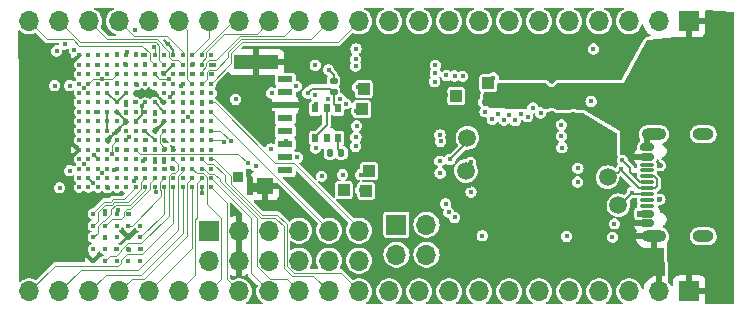
<source format=gbr>
%TF.GenerationSoftware,KiCad,Pcbnew,8.0.6*%
%TF.CreationDate,2024-12-01T18:19:07-08:00*%
%TF.ProjectId,SYNC-VT,53594e43-2d56-4542-9e6b-696361645f70,rev?*%
%TF.SameCoordinates,Original*%
%TF.FileFunction,Copper,L1,Top*%
%TF.FilePolarity,Positive*%
%FSLAX46Y46*%
G04 Gerber Fmt 4.6, Leading zero omitted, Abs format (unit mm)*
G04 Created by KiCad (PCBNEW 8.0.6) date 2024-12-01 18:19:07*
%MOMM*%
%LPD*%
G01*
G04 APERTURE LIST*
G04 Aperture macros list*
%AMRoundRect*
0 Rectangle with rounded corners*
0 $1 Rounding radius*
0 $2 $3 $4 $5 $6 $7 $8 $9 X,Y pos of 4 corners*
0 Add a 4 corners polygon primitive as box body*
4,1,4,$2,$3,$4,$5,$6,$7,$8,$9,$2,$3,0*
0 Add four circle primitives for the rounded corners*
1,1,$1+$1,$2,$3*
1,1,$1+$1,$4,$5*
1,1,$1+$1,$6,$7*
1,1,$1+$1,$8,$9*
0 Add four rect primitives between the rounded corners*
20,1,$1+$1,$2,$3,$4,$5,0*
20,1,$1+$1,$4,$5,$6,$7,0*
20,1,$1+$1,$6,$7,$8,$9,0*
20,1,$1+$1,$8,$9,$2,$3,0*%
G04 Aperture macros list end*
%TA.AperFunction,ComponentPad*%
%ADD10R,1.700000X1.700000*%
%TD*%
%TA.AperFunction,ComponentPad*%
%ADD11O,1.700000X1.700000*%
%TD*%
%TA.AperFunction,SMDPad,CuDef*%
%ADD12RoundRect,0.140000X0.170000X-0.140000X0.170000X0.140000X-0.170000X0.140000X-0.170000X-0.140000X0*%
%TD*%
%TA.AperFunction,SMDPad,CuDef*%
%ADD13C,1.500000*%
%TD*%
%TA.AperFunction,SMDPad,CuDef*%
%ADD14R,1.000000X1.000000*%
%TD*%
%TA.AperFunction,SMDPad,CuDef*%
%ADD15C,0.370000*%
%TD*%
%TA.AperFunction,SMDPad,CuDef*%
%ADD16RoundRect,0.140000X0.140000X0.170000X-0.140000X0.170000X-0.140000X-0.170000X0.140000X-0.170000X0*%
%TD*%
%TA.AperFunction,SMDPad,CuDef*%
%ADD17R,1.244600X0.609600*%
%TD*%
%TA.AperFunction,SMDPad,CuDef*%
%ADD18R,3.784600X1.193800*%
%TD*%
%TA.AperFunction,SMDPad,CuDef*%
%ADD19R,1.400000X1.447800*%
%TD*%
%TA.AperFunction,SMDPad,CuDef*%
%ADD20R,0.609600X0.990600*%
%TD*%
%TA.AperFunction,SMDPad,CuDef*%
%ADD21R,0.838200X0.939800*%
%TD*%
%TA.AperFunction,SMDPad,CuDef*%
%ADD22RoundRect,0.150000X0.425000X-0.150000X0.425000X0.150000X-0.425000X0.150000X-0.425000X-0.150000X0*%
%TD*%
%TA.AperFunction,SMDPad,CuDef*%
%ADD23RoundRect,0.075000X0.500000X-0.075000X0.500000X0.075000X-0.500000X0.075000X-0.500000X-0.075000X0*%
%TD*%
%TA.AperFunction,ComponentPad*%
%ADD24O,2.100000X1.000000*%
%TD*%
%TA.AperFunction,ComponentPad*%
%ADD25O,1.800000X1.000000*%
%TD*%
%TA.AperFunction,SMDPad,CuDef*%
%ADD26C,0.406400*%
%TD*%
%TA.AperFunction,SMDPad,CuDef*%
%ADD27R,0.508000X0.774700*%
%TD*%
%TA.AperFunction,ViaPad*%
%ADD28C,0.600000*%
%TD*%
%TA.AperFunction,ViaPad*%
%ADD29C,0.450000*%
%TD*%
%TA.AperFunction,Conductor*%
%ADD30C,0.090000*%
%TD*%
%TA.AperFunction,Conductor*%
%ADD31C,0.200000*%
%TD*%
G04 APERTURE END LIST*
D10*
%TO.P,J5,1,Pin_1*%
%TO.N,VBUS0*%
X146150000Y-37920000D03*
D11*
%TO.P,J5,2,Pin_2*%
%TO.N,GND*%
X143610000Y-37920000D03*
%TO.P,J5,3,Pin_3*%
%TO.N,+3.3VA*%
X141070000Y-37920000D03*
%TO.P,J5,4,Pin_4*%
%TO.N,GPIO29*%
X138530000Y-37920000D03*
%TO.P,J5,5,Pin_5*%
%TO.N,GPIO28*%
X135990000Y-37920000D03*
%TO.P,J5,6,Pin_6*%
%TO.N,GPIO27*%
X133450000Y-37920000D03*
%TO.P,J5,7,Pin_7*%
%TO.N,GPIO26*%
X130910000Y-37920000D03*
%TO.P,J5,8,Pin_8*%
%TO.N,GPIO25*%
X128370000Y-37920000D03*
%TO.P,J5,9,Pin_9*%
%TO.N,GPIO24*%
X125830000Y-37920000D03*
%TO.P,J5,10,Pin_10*%
%TO.N,GPIO23*%
X123290000Y-37920000D03*
%TO.P,J5,11,Pin_11*%
%TO.N,GPIO22*%
X120750000Y-37920000D03*
%TO.P,J5,12,Pin_12*%
%TO.N,MIO34*%
X118210000Y-37920000D03*
%TO.P,J5,13,Pin_13*%
%TO.N,MIO35*%
X115670000Y-37920000D03*
%TO.P,J5,14,Pin_14*%
%TO.N,MIO36*%
X113130000Y-37920000D03*
%TO.P,J5,15,Pin_15*%
%TO.N,MIO37*%
X110590000Y-37920000D03*
%TO.P,J5,16,Pin_16*%
%TO.N,MIO39*%
X108050000Y-37920000D03*
%TO.P,J5,17,Pin_17*%
%TO.N,MIO38*%
X105510000Y-37920000D03*
%TO.P,J5,18,Pin_18*%
%TO.N,MIO41*%
X102970000Y-37920000D03*
%TO.P,J5,19,Pin_19*%
%TO.N,MIO43*%
X100430000Y-37920000D03*
%TO.P,J5,20,Pin_20*%
%TO.N,MIO42*%
X97890000Y-37920000D03*
%TO.P,J5,21,Pin_21*%
%TO.N,MIO40*%
X95350000Y-37920000D03*
%TO.P,J5,22,Pin_22*%
%TO.N,MIO11*%
X92810000Y-37920000D03*
%TO.P,J5,23,Pin_23*%
%TO.N,MIO14*%
X90270000Y-37920000D03*
%TD*%
D12*
%TO.P,R9,1*%
%TO.N,Net-(U4-SENSE)*%
X116050002Y-43917300D03*
%TO.P,R9,2*%
%TO.N,+1V0*%
X116050002Y-42957300D03*
%TD*%
D10*
%TO.P,J6,1,Pin_1*%
%TO.N,GPIO15*%
X121370000Y-55130000D03*
D11*
%TO.P,J6,2,Pin_2*%
%TO.N,GPIO14*%
X121370000Y-57670000D03*
%TO.P,J6,3,Pin_3*%
%TO.N,GPIO13*%
X123910000Y-55130000D03*
%TO.P,J6,4,Pin_4*%
%TO.N,GPIO12*%
X123910000Y-57670000D03*
%TD*%
D13*
%TO.P,TP9,1,1*%
%TO.N,/Peripheral/SWD*%
X127380000Y-47790000D03*
%TD*%
D14*
%TO.P,TP4,1,Pin_1*%
%TO.N,+1V8*%
X119040000Y-50610000D03*
%TD*%
D10*
%TO.P,J4,1,Pin_1*%
%TO.N,VBUS0*%
X146160000Y-60790000D03*
D11*
%TO.P,J4,2,Pin_2*%
%TO.N,GND*%
X143620000Y-60790000D03*
%TO.P,J4,3,Pin_3*%
%TO.N,+3.3VA*%
X141080000Y-60790000D03*
%TO.P,J4,4,Pin_4*%
%TO.N,GPIO0*%
X138540000Y-60790000D03*
%TO.P,J4,5,Pin_5*%
%TO.N,GPIO1*%
X136000000Y-60790000D03*
%TO.P,J4,6,Pin_6*%
%TO.N,GPIO2*%
X133460000Y-60790000D03*
%TO.P,J4,7,Pin_7*%
%TO.N,GPIO3*%
X130920000Y-60790000D03*
%TO.P,J4,8,Pin_8*%
%TO.N,GPIO4*%
X128380000Y-60790000D03*
%TO.P,J4,9,Pin_9*%
%TO.N,GPIO5*%
X125840000Y-60790000D03*
%TO.P,J4,10,Pin_10*%
%TO.N,GPIO6*%
X123300000Y-60790000D03*
%TO.P,J4,11,Pin_11*%
%TO.N,GPIO7*%
X120760000Y-60790000D03*
%TO.P,J4,12,Pin_12*%
%TO.N,IO8N*%
X118220000Y-60790000D03*
%TO.P,J4,13,Pin_13*%
%TO.N,IO9N*%
X115680000Y-60790000D03*
%TO.P,J4,14,Pin_14*%
%TO.N,IO7N*%
X113140000Y-60790000D03*
%TO.P,J4,15,Pin_15*%
%TO.N,IO15P*%
X110600000Y-60790000D03*
%TO.P,J4,16,Pin_16*%
%TO.N,IO15N*%
X108060000Y-60790000D03*
%TO.P,J4,17,Pin_17*%
%TO.N,IO7P*%
X105520000Y-60790000D03*
%TO.P,J4,18,Pin_18*%
%TO.N,IO18N*%
X102980000Y-60790000D03*
%TO.P,J4,19,Pin_19*%
%TO.N,IO17N*%
X100440000Y-60790000D03*
%TO.P,J4,20,Pin_20*%
%TO.N,IO18P*%
X97900000Y-60790000D03*
%TO.P,J4,21,Pin_21*%
%TO.N,IO17P*%
X95360000Y-60790000D03*
%TO.P,J4,22,Pin_22*%
%TO.N,IO13N*%
X92820000Y-60790000D03*
%TO.P,J4,23,Pin_23*%
%TO.N,IO16N*%
X90280000Y-60790000D03*
%TD*%
D15*
%TO.P,U3,A1,GND*%
%TO.N,GND*%
X94490000Y-40790000D03*
%TO.P,U3,A2,PS_DDR_DQ1_502*%
%TO.N,unconnected-(U3E-PS_DDR_DQ1_502-PadA2)*%
X95290000Y-40790000D03*
%TO.P,U3,A3,PS_DDR_DQ7_502*%
%TO.N,unconnected-(U3E-PS_DDR_DQ7_502-PadA3)*%
X96090000Y-40790000D03*
%TO.P,U3,A4,PS_DDR_DQ5_502*%
%TO.N,unconnected-(U3E-PS_DDR_DQ5_502-PadA4)*%
X96890000Y-40790000D03*
%TO.P,U3,A5,PS_MIO1_500*%
%TO.N,SPI-CS*%
X97690000Y-40790000D03*
%TO.P,U3,A6,VCCO_MIO0_500*%
%TO.N,+3V3*%
X98490000Y-40790000D03*
%TO.P,U3,A7,PS_MIO3_500*%
%TO.N,SPI-D1*%
X99290000Y-40790000D03*
%TO.P,U3,A8,PS_MIO2_500*%
%TO.N,SPI-D0*%
X100090000Y-40790000D03*
%TO.P,U3,A9,PS_MIO5_500*%
%TO.N,SPI-D3*%
X100890000Y-40790000D03*
%TO.P,U3,A10,PS_MIO6_500*%
%TO.N,SPI-CLK*%
X101690000Y-40790000D03*
%TO.P,U3,A11,GND*%
%TO.N,GND*%
X102490000Y-40790000D03*
%TO.P,U3,A12,PS_MIO52_501*%
%TO.N,MIO42*%
X103290000Y-40790000D03*
%TO.P,U3,A13,PS_MIO38_501*%
%TO.N,MIO38*%
X104090000Y-40790000D03*
%TO.P,U3,A14,PS_MIO35_501*%
%TO.N,MIO39*%
X104890000Y-40790000D03*
%TO.P,U3,A15,PS_MIO28_501*%
%TO.N,MIO28*%
X105690000Y-40790000D03*
%TO.P,U3,B1,PS_DDR_DM0_502*%
%TO.N,unconnected-(U3E-PS_DDR_DM0_502-PadB1)*%
X94490000Y-41590000D03*
%TO.P,U3,B2,PS_DDR_DQS_N0_502*%
%TO.N,unconnected-(U3E-PS_DDR_DQS_N0_502-PadB2)*%
X95290000Y-41590000D03*
%TO.P,U3,B3,VCCO_DDR_502*%
%TO.N,+1V8*%
X96090000Y-41590000D03*
%TO.P,U3,B4,PS_DDR_DQ4_502*%
%TO.N,unconnected-(U3E-PS_DDR_DQ4_502-PadB4)*%
X96890000Y-41590000D03*
%TO.P,U3,B5,PS_MIO9_500*%
%TO.N,unconnected-(U3D-PS_MIO9_500-PadB5)*%
X97690000Y-41590000D03*
%TO.P,U3,B6,PS_MIO8_500*%
%TO.N,Net-(U3D-PS_MIO8_500)*%
X98490000Y-41590000D03*
%TO.P,U3,B7,PS_MIO12_500*%
%TO.N,unconnected-(U3D-PS_MIO12_500-PadB7)*%
X99290000Y-41590000D03*
%TO.P,U3,B8,GND*%
%TO.N,GND*%
X100090000Y-41590000D03*
%TO.P,U3,B9,PS_MIO14_500*%
%TO.N,MIO14*%
X100890000Y-41590000D03*
%TO.P,U3,B10,PS_MIO11_500*%
%TO.N,MIO11*%
X101690000Y-41590000D03*
%TO.P,U3,B11,PS_SRST_B_501*%
%TO.N,+3V3*%
X102490000Y-41590000D03*
%TO.P,U3,B12,PS_MIO48_501*%
%TO.N,MIO40*%
X103290000Y-41590000D03*
%TO.P,U3,B13,VCCO_MIO1_501*%
%TO.N,+3V3*%
X104090000Y-41590000D03*
%TO.P,U3,B14,PS_MIO36_501*%
%TO.N,MIO37*%
X104890000Y-41590000D03*
%TO.P,U3,B15,PS_MIO30_501*%
%TO.N,MIO30*%
X105690000Y-41590000D03*
%TO.P,U3,C1,PS_DDR_DQ3_502*%
%TO.N,unconnected-(U3E-PS_DDR_DQ3_502-PadC1)*%
X94490000Y-42390000D03*
%TO.P,U3,C2,PS_DDR_DQS_P0_502*%
%TO.N,unconnected-(U3E-PS_DDR_DQS_P0_502-PadC2)*%
X95290000Y-42390000D03*
%TO.P,U3,C3,PS_DDR_DQ6_502*%
%TO.N,unconnected-(U3E-PS_DDR_DQ6_502-PadC3)*%
X96090000Y-42390000D03*
%TO.P,U3,C4,PS_DDR_DQ2_502*%
%TO.N,unconnected-(U3E-PS_DDR_DQ2_502-PadC4)*%
X96890000Y-42390000D03*
%TO.P,U3,C5,GND*%
%TO.N,GND*%
X97690000Y-42390000D03*
%TO.P,U3,C6,PS_MIO13_500*%
%TO.N,unconnected-(U3D-PS_MIO13_500-PadC6)*%
X98490000Y-42390000D03*
%TO.P,U3,C7,PS_CLK_500*%
%TO.N,33.33Mhz*%
X99290000Y-42390000D03*
%TO.P,U3,C8,PS_MIO4_500*%
%TO.N,SPI-D2*%
X100090000Y-42390000D03*
%TO.P,U3,C9,PS_POR_B_500*%
%TO.N,POR_B*%
X100890000Y-42390000D03*
%TO.P,U3,C10,VCCO_MIO1_501*%
%TO.N,+3V3*%
X101690000Y-42390000D03*
%TO.P,U3,C11,PS_MIO33_501*%
%TO.N,MIO33*%
X102490000Y-42390000D03*
%TO.P,U3,C12,PS_MIO31_501*%
%TO.N,MIO31*%
X103290000Y-42390000D03*
%TO.P,U3,C13,PS_MIO53_501*%
%TO.N,MIO43*%
X104090000Y-42390000D03*
%TO.P,U3,C14,PS_MIO37_501*%
%TO.N,MIO36*%
X104890000Y-42390000D03*
%TO.P,U3,C15,GND*%
%TO.N,GND*%
X105690000Y-42390000D03*
%TO.P,U3,D1,PS_DDR_DQ9_502*%
%TO.N,unconnected-(U3E-PS_DDR_DQ9_502-PadD1)*%
X94490000Y-43190000D03*
%TO.P,U3,D2,GND*%
%TO.N,GND*%
X95290000Y-43190000D03*
%TO.P,U3,D3,PS_DDR_DM1_502*%
%TO.N,unconnected-(U3E-PS_DDR_DM1_502-PadD3)*%
X96090000Y-43190000D03*
%TO.P,U3,D4,PS_DDR_DQ0_502*%
%TO.N,unconnected-(U3E-PS_DDR_DQ0_502-PadD4)*%
X96890000Y-43190000D03*
%TO.P,U3,D5,INIT_B_0*%
%TO.N,Net-(U3A-INIT_B_0)*%
X97690000Y-43190000D03*
%TO.P,U3,D6,PS_MIO10_500*%
%TO.N,unconnected-(U3D-PS_MIO10_500-PadD6)*%
X98490000Y-43190000D03*
%TO.P,U3,D7,VCCO_MIO0_500*%
%TO.N,+3V3*%
X99290000Y-43190000D03*
%TO.P,U3,D8,PS_MIO0_500*%
%TO.N,unconnected-(U3D-PS_MIO0_500-PadD8)*%
X100090000Y-43190000D03*
%TO.P,U3,D9,PS_MIO7_500*%
%TO.N,MIO7*%
X100890000Y-43190000D03*
%TO.P,U3,D10,PS_MIO15_500*%
%TO.N,unconnected-(U3D-PS_MIO15_500-PadD10)*%
X101690000Y-43190000D03*
%TO.P,U3,D11,PS_MIO29_501*%
%TO.N,MIO29*%
X102490000Y-43190000D03*
%TO.P,U3,D12,GND*%
%TO.N,GND*%
X103290000Y-43190000D03*
%TO.P,U3,D13,PS_MIO49_501*%
%TO.N,MIO41*%
X104090000Y-43190000D03*
%TO.P,U3,D14,PS_MIO39_501*%
%TO.N,MIO35*%
X104890000Y-43190000D03*
%TO.P,U3,D15,PS_MIO34_501*%
%TO.N,MIO34*%
X105690000Y-43190000D03*
%TO.P,U3,E1,PS_DDR_DQ8_502*%
%TO.N,unconnected-(U3E-PS_DDR_DQ8_502-PadE1)*%
X94490000Y-43990000D03*
%TO.P,U3,E2,PS_DDR_DQ10_502*%
%TO.N,unconnected-(U3E-PS_DDR_DQ10_502-PadE2)*%
X95290000Y-43990000D03*
%TO.P,U3,E3,PS_DDR_DQ11_502*%
%TO.N,unconnected-(U3E-PS_DDR_DQ11_502-PadE3)*%
X96090000Y-43990000D03*
%TO.P,U3,E4,VCCO_DDR_502*%
%TO.N,+1V8*%
X96890000Y-43990000D03*
%TO.P,U3,E5,GND*%
%TO.N,GND*%
X97690000Y-43990000D03*
%TO.P,U3,E6,VCCBATT_0*%
%TO.N,+1V8*%
X98490000Y-43990000D03*
%TO.P,U3,E7,GND*%
%TO.N,GND*%
X99290000Y-43990000D03*
%TO.P,U3,E8,RSVDGND*%
X100090000Y-43990000D03*
%TO.P,U3,E9,GND*%
X100890000Y-43990000D03*
%TO.P,U3,E10,VCCINT*%
%TO.N,+1V0*%
X101690000Y-43990000D03*
%TO.P,U3,E11,IO_L2P_T0_AD8P_35*%
%TO.N,IO2P*%
X102490000Y-43990000D03*
%TO.P,U3,E12,IO_L2N_T0_AD8N_35*%
%TO.N,unconnected-(U3C-IO_L2N_T0_AD8N_35-PadE12)*%
X103290000Y-43990000D03*
%TO.P,U3,E13,IO_L1N_T0_AD0N_35*%
%TO.N,unconnected-(U3C-IO_L1N_T0_AD0N_35-PadE13)*%
X104090000Y-43990000D03*
%TO.P,U3,E14,VCCO_MIO1_501*%
%TO.N,+3V3*%
X104890000Y-43990000D03*
%TO.P,U3,E15,PS_MIO32_501*%
%TO.N,MIO32*%
X105690000Y-43990000D03*
%TO.P,U3,F1,VCCO_DDR_502*%
%TO.N,+1V8*%
X94490000Y-44790000D03*
%TO.P,U3,F2,PS_DDR_DQS_N1_502*%
%TO.N,unconnected-(U3E-PS_DDR_DQS_N1_502-PadF2)*%
X95290000Y-44790000D03*
%TO.P,U3,F3,PS_DDR_DQ12_502*%
%TO.N,unconnected-(U3E-PS_DDR_DQ12_502-PadF3)*%
X96090000Y-44790000D03*
%TO.P,U3,F4,PS_DDR_VREF0_502*%
%TO.N,unconnected-(U3E-PS_DDR_VREF0_502-PadF4)*%
X96890000Y-44790000D03*
%TO.P,U3,F5,VCCPLL*%
%TO.N,+1V8*%
X97690000Y-44790000D03*
%TO.P,U3,F6,CFGBVS_0*%
%TO.N,+3V3*%
X98490000Y-44790000D03*
%TO.P,U3,F7,VCCADC_0*%
%TO.N,VCCQ*%
X99290000Y-44790000D03*
%TO.P,U3,F8,GNDADC_0*%
%TO.N,GNDA*%
X100090000Y-44790000D03*
%TO.P,U3,F9,VCCINT*%
%TO.N,+1V0*%
X100890000Y-44790000D03*
%TO.P,U3,F10,GND*%
%TO.N,GND*%
X101690000Y-44790000D03*
%TO.P,U3,F11,VCCO_35*%
%TO.N,+3V3*%
X102490000Y-44790000D03*
%TO.P,U3,F12,IO_L1P_T0_AD0P_35*%
%TO.N,IO1P*%
X103290000Y-44790000D03*
%TO.P,U3,F13,IO_L3P_T0_DQS_AD1P_35*%
%TO.N,IO3P*%
X104090000Y-44790000D03*
%TO.P,U3,F14,IO_L3N_T0_DQS_AD1N_35*%
%TO.N,IO3N*%
X104890000Y-44790000D03*
%TO.P,U3,F15,IO_L5N_T0_AD9N_35*%
%TO.N,IOL5N*%
X105690000Y-44790000D03*
%TO.P,U3,G1,PS_DDR_DQ13_502*%
%TO.N,unconnected-(U3E-PS_DDR_DQ13_502-PadG1)*%
X94490000Y-45590000D03*
%TO.P,U3,G2,PS_DDR_DQS_P1_502*%
%TO.N,unconnected-(U3E-PS_DDR_DQS_P1_502-PadG2)*%
X95290000Y-45590000D03*
%TO.P,U3,G3,GND*%
%TO.N,GND*%
X96090000Y-45590000D03*
%TO.P,U3,G4,RSVSVCC1*%
%TO.N,+3V3*%
X96890000Y-45590000D03*
%TO.P,U3,G5,GND*%
%TO.N,GND*%
X97690000Y-45590000D03*
%TO.P,U3,G6,VCCPINT*%
%TO.N,+1V0*%
X98490000Y-45590000D03*
%TO.P,U3,G7,VP_0*%
%TO.N,unconnected-(U3A-VP_0-PadG7)*%
X99290000Y-45590000D03*
%TO.P,U3,G8,VREFN_0*%
%TO.N,GNDA*%
X100090000Y-45590000D03*
%TO.P,U3,G9,TCK_0*%
%TO.N,GPIO15*%
X100890000Y-45590000D03*
%TO.P,U3,G10,VCCINT*%
%TO.N,+1V0*%
X101690000Y-45590000D03*
%TO.P,U3,G11,IO_L1P_T0_34*%
%TO.N,unconnected-(U3B-IO_L1P_T0_34-PadG11)*%
X102490000Y-45590000D03*
%TO.P,U3,G12,IO_L2P_T0_34*%
%TO.N,unconnected-(U3B-IO_L2P_T0_34-PadG12)*%
X103290000Y-45590000D03*
%TO.P,U3,G13,GND*%
%TO.N,GND*%
X104090000Y-45590000D03*
%TO.P,U3,G14,IO_L3P_T0_DQS_PUDC_B_34*%
%TO.N,unconnected-(U3B-IO_L3P_T0_DQS_PUDC_B_34-PadG14)*%
X104890000Y-45590000D03*
%TO.P,U3,G15,IO_L5P_T0_AD9P_35*%
%TO.N,IOL5P*%
X105690000Y-45590000D03*
%TO.P,U3,H1,PS_DDR_DQ14_502*%
%TO.N,unconnected-(U3E-PS_DDR_DQ14_502-PadH1)*%
X94490000Y-46390000D03*
%TO.P,U3,H2,PS_DDR_DQ15_502*%
%TO.N,unconnected-(U3E-PS_DDR_DQ15_502-PadH2)*%
X95290000Y-46390000D03*
%TO.P,U3,H3,PS_DDR_VRP_502*%
%TO.N,unconnected-(U3E-PS_DDR_VRP_502-PadH3)*%
X96090000Y-46390000D03*
%TO.P,U3,H4,RSVSVCC3*%
%TO.N,+3V3*%
X96890000Y-46390000D03*
%TO.P,U3,H5,VCCPINT*%
%TO.N,+1V0*%
X97690000Y-46390000D03*
%TO.P,U3,H6,GND*%
%TO.N,GND*%
X98490000Y-46390000D03*
%TO.P,U3,H7,VREFP_0*%
%TO.N,GNDA*%
X99290000Y-46390000D03*
%TO.P,U3,H8,VN_0*%
%TO.N,unconnected-(U3A-VN_0-PadH8)*%
X100090000Y-46390000D03*
%TO.P,U3,H9,VCCAUX*%
%TO.N,+1V8*%
X100890000Y-46390000D03*
%TO.P,U3,H10,GND*%
%TO.N,GND*%
X101690000Y-46390000D03*
%TO.P,U3,H11,IO_L6P_T0_34*%
%TO.N,unconnected-(U3B-IO_L6P_T0_34-PadH11)*%
X102490000Y-46390000D03*
%TO.P,U3,H12,IO_L1N_T0_34*%
%TO.N,unconnected-(U3B-IO_L1N_T0_34-PadH12)*%
X103290000Y-46390000D03*
%TO.P,U3,H13,IO_L2N_T0_34*%
%TO.N,unconnected-(U3B-IO_L2N_T0_34-PadH13)*%
X104090000Y-46390000D03*
%TO.P,U3,H14,IO_L3N_T0_DQS_34*%
%TO.N,unconnected-(U3B-IO_L3N_T0_DQS_34-PadH14)*%
X104890000Y-46390000D03*
%TO.P,U3,H15,VCCO_35*%
%TO.N,+3V3*%
X105690000Y-46390000D03*
%TO.P,U3,J1,PS_DDR_A10_502*%
%TO.N,unconnected-(U3E-PS_DDR_A10_502-PadJ1)*%
X94490000Y-47190000D03*
%TO.P,U3,J2,VCCO_DDR_502*%
%TO.N,+1V8*%
X95290000Y-47190000D03*
%TO.P,U3,J3,PS_DDR_VRN_502*%
%TO.N,unconnected-(U3E-PS_DDR_VRN_502-PadJ3)*%
X96090000Y-47190000D03*
%TO.P,U3,J4,RSVSVCC2*%
%TO.N,+3V3*%
X96890000Y-47190000D03*
%TO.P,U3,J5,GND*%
%TO.N,GND*%
X97690000Y-47190000D03*
%TO.P,U3,J6,VCCPAUX*%
%TO.N,+1V8*%
X98490000Y-47190000D03*
%TO.P,U3,J7,DXP_0*%
%TO.N,unconnected-(U3A-DXP_0-PadJ7)*%
X99290000Y-47190000D03*
%TO.P,U3,J8,VCCAUX*%
%TO.N,+1V8*%
X100090000Y-47190000D03*
%TO.P,U3,J9,GND*%
%TO.N,GND*%
X100890000Y-47190000D03*
%TO.P,U3,J10,VCCINT*%
%TO.N,+1V0*%
X101690000Y-47190000D03*
%TO.P,U3,J11,IO_L6N_T0_VREF_34*%
%TO.N,unconnected-(U3B-IO_L6N_T0_VREF_34-PadJ11)*%
X102490000Y-47190000D03*
%TO.P,U3,J12,VCCO_34*%
%TO.N,+3V3*%
X103290000Y-47190000D03*
%TO.P,U3,J13,IO_L5P_T0_34*%
%TO.N,IO5P*%
X104090000Y-47190000D03*
%TO.P,U3,J14,IO_L5N_T0_34*%
%TO.N,IO5N*%
X104890000Y-47190000D03*
%TO.P,U3,J15,IO_L4P_T0_34*%
%TO.N,GPIO17*%
X105690000Y-47190000D03*
%TO.P,U3,K1,PS_DDR_A14_502*%
%TO.N,unconnected-(U3E-PS_DDR_A14_502-PadK1)*%
X94490000Y-47990000D03*
%TO.P,U3,K2,PS_DDR_A13_502*%
%TO.N,unconnected-(U3E-PS_DDR_A13_502-PadK2)*%
X95290000Y-47990000D03*
%TO.P,U3,K3,PS_DDR_ODT_502*%
%TO.N,unconnected-(U3E-PS_DDR_ODT_502-PadK3)*%
X96090000Y-47990000D03*
%TO.P,U3,K4,GND*%
%TO.N,GND*%
X96890000Y-47990000D03*
%TO.P,U3,K5,VCCPINT*%
%TO.N,+1V0*%
X97690000Y-47990000D03*
%TO.P,U3,K6,PROGRAM_B_0*%
%TO.N,Net-(U3A-PROGRAM_B_0)*%
X98490000Y-47990000D03*
%TO.P,U3,K7,GND*%
%TO.N,GND*%
X99290000Y-47990000D03*
%TO.P,U3,K8,VCCO_0*%
%TO.N,+3V3*%
X100090000Y-47990000D03*
%TO.P,U3,K9,VCCAUX*%
%TO.N,+1V8*%
X100890000Y-47990000D03*
%TO.P,U3,K10,GND*%
%TO.N,GND*%
X101690000Y-47990000D03*
%TO.P,U3,K11,IO_L11P_T1_SRCC_34*%
%TO.N,unconnected-(U3B-IO_L11P_T1_SRCC_34-PadK11)*%
X102490000Y-47990000D03*
%TO.P,U3,K12,IO_L11N_T1_SRCC_34*%
%TO.N,unconnected-(U3B-IO_L11N_T1_SRCC_34-PadK12)*%
X103290000Y-47990000D03*
%TO.P,U3,K13,IO_L10P_T1_34*%
%TO.N,unconnected-(U3B-IO_L10P_T1_34-PadK13)*%
X104090000Y-47990000D03*
%TO.P,U3,K14,GND*%
%TO.N,GND*%
X104890000Y-47990000D03*
%TO.P,U3,K15,IO_L4N_T0_34*%
%TO.N,GPIO16*%
X105690000Y-47990000D03*
%TO.P,U3,L1,GND*%
%TO.N,GND*%
X94490000Y-48790000D03*
%TO.P,U3,L2,PS_DDR_A11_502*%
%TO.N,unconnected-(U3E-PS_DDR_A11_502-PadL2)*%
X95290000Y-48790000D03*
%TO.P,U3,L3,PS_DDR_CKE_502*%
%TO.N,unconnected-(U3E-PS_DDR_CKE_502-PadL3)*%
X96090000Y-48790000D03*
%TO.P,U3,L4,PS_DDR_DRST_B_502*%
%TO.N,unconnected-(U3E-PS_DDR_DRST_B_502-PadL4)*%
X96890000Y-48790000D03*
%TO.P,U3,L5,GND*%
%TO.N,GND*%
X97690000Y-48790000D03*
%TO.P,U3,L6,VCCPAUX*%
%TO.N,+1V8*%
X98490000Y-48790000D03*
%TO.P,U3,L7,TDI_0*%
%TO.N,GPIO12*%
X99290000Y-48790000D03*
%TO.P,U3,L8,TDO_0*%
%TO.N,GPIO13*%
X100090000Y-48790000D03*
%TO.P,U3,L9,TMS_0*%
%TO.N,GPIO14*%
X100890000Y-48790000D03*
%TO.P,U3,L10,VCCINT*%
%TO.N,+1V0*%
X101690000Y-48790000D03*
%TO.P,U3,L11,GND*%
%TO.N,GND*%
X102490000Y-48790000D03*
%TO.P,U3,L12,IO_L12P_T1_MRCC_34*%
%TO.N,unconnected-(U3B-IO_L12P_T1_MRCC_34-PadL12)*%
X103290000Y-48790000D03*
%TO.P,U3,L13,IO_L10N_T1_34*%
%TO.N,unconnected-(U3B-IO_L10N_T1_34-PadL13)*%
X104090000Y-48790000D03*
%TO.P,U3,L14,IO_L9P_T1_DQS_34*%
%TO.N,unconnected-(U3B-IO_L9P_T1_DQS_34-PadL14)*%
X104890000Y-48790000D03*
%TO.P,U3,L15,IO_L8P_T1_34*%
%TO.N,unconnected-(U3B-IO_L8P_T1_34-PadL15)*%
X105690000Y-48790000D03*
%TO.P,U3,M1,PS_DDR_A2_502*%
%TO.N,unconnected-(U3E-PS_DDR_A2_502-PadM1)*%
X94490000Y-49590000D03*
%TO.P,U3,M2,PS_DDR_A12_502*%
%TO.N,unconnected-(U3E-PS_DDR_A12_502-PadM2)*%
X95290000Y-49590000D03*
%TO.P,U3,M3,VCCO_DDR_502*%
%TO.N,+1V8*%
X96090000Y-49590000D03*
%TO.P,U3,M4,PS_DDR_A3_502*%
%TO.N,unconnected-(U3E-PS_DDR_A3_502-PadM4)*%
X96890000Y-49590000D03*
%TO.P,U3,M5,PS_DDR_A7_502*%
%TO.N,unconnected-(U3E-PS_DDR_A7_502-PadM5)*%
X97690000Y-49590000D03*
%TO.P,U3,M6,PS_DDR_BA0_502*%
%TO.N,unconnected-(U3E-PS_DDR_BA0_502-PadM6)*%
X98490000Y-49590000D03*
%TO.P,U3,M7,DONE_0*%
%TO.N,Net-(U3A-DONE_0)*%
X99290000Y-49590000D03*
%TO.P,U3,M8,GND*%
%TO.N,GND*%
X100090000Y-49590000D03*
%TO.P,U3,M9,IO_L19P_T3_34*%
%TO.N,RAM_DQ3*%
X100890000Y-49590000D03*
%TO.P,U3,M10,IO_L21P_T3_DQS_34*%
%TO.N,RAM_DQ2*%
X101690000Y-49590000D03*
%TO.P,U3,M11,IO_L21N_T3_DQS_34*%
%TO.N,RAM_DQ4*%
X102490000Y-49590000D03*
%TO.P,U3,M12,IO_L12N_T1_MRCC_34*%
%TO.N,unconnected-(U3B-IO_L12N_T1_MRCC_34-PadM12)*%
X103290000Y-49590000D03*
%TO.P,U3,M13,VCCO_34*%
%TO.N,+3V3*%
X104090000Y-49590000D03*
%TO.P,U3,M14,IO_L9N_T1_DQS_34*%
%TO.N,IO9N*%
X104890000Y-49590000D03*
%TO.P,U3,M15,IO_L8N_T1_34*%
%TO.N,IO8N*%
X105690000Y-49590000D03*
%TO.P,U3,N1,PS_DDR_A1_502*%
%TO.N,unconnected-(U3E-PS_DDR_A1_502-PadN1)*%
X94490000Y-50390000D03*
%TO.P,U3,N2,PS_DDR_CKN_502*%
%TO.N,unconnected-(U3E-PS_DDR_CKN_502-PadN2)*%
X95290000Y-50390000D03*
%TO.P,U3,N3,PS_DDR_CKP_502*%
%TO.N,unconnected-(U3E-PS_DDR_CKP_502-PadN3)*%
X96090000Y-50390000D03*
%TO.P,U3,N4,PS_DDR_A9_502*%
%TO.N,unconnected-(U3E-PS_DDR_A9_502-PadN4)*%
X96890000Y-50390000D03*
%TO.P,U3,N5,GND*%
%TO.N,GND*%
X97690000Y-50390000D03*
%TO.P,U3,N6,PS_DDR_BA2_502*%
%TO.N,unconnected-(U3E-PS_DDR_BA2_502-PadN6)*%
X98490000Y-50390000D03*
%TO.P,U3,N7,IO_L22P_T3_34*%
%TO.N,unconnected-(U3B-IO_L22P_T3_34-PadN7)*%
X99290000Y-50390000D03*
%TO.P,U3,N8,IO_L22N_T3_34*%
%TO.N,RAM_DQ0*%
X100090000Y-50390000D03*
%TO.P,U3,N9,IO_L19N_T3_VREF_34*%
%TO.N,RWDS*%
X100890000Y-50390000D03*
%TO.P,U3,N10,VCCO_34*%
%TO.N,+3V3*%
X101690000Y-50390000D03*
%TO.P,U3,N11,IO_L13P_T2_MRCC_34*%
%TO.N,~{RAM_CLK}*%
X102490000Y-50390000D03*
%TO.P,U3,N12,IO_L13N_T2_MRCC_34*%
%TO.N,IO13N*%
X103290000Y-50390000D03*
%TO.P,U3,N13,IO_L7P_T1_34*%
%TO.N,IO7P*%
X104090000Y-50390000D03*
%TO.P,U3,N14,IO_L7N_T1_34*%
%TO.N,IO7N*%
X104890000Y-50390000D03*
%TO.P,U3,N15,GND*%
%TO.N,GND*%
X105690000Y-50390000D03*
%TO.P,U3,P1,PS_DDR_A0_502*%
%TO.N,unconnected-(U3E-PS_DDR_A0_502-PadP1)*%
X94490000Y-51190000D03*
%TO.P,U3,P2,GND*%
%TO.N,GND*%
X95290000Y-51190000D03*
%TO.P,U3,P3,PS_DDR_A4_502*%
%TO.N,unconnected-(U3E-PS_DDR_A4_502-PadP3)*%
X96090000Y-51190000D03*
%TO.P,U3,P4,PS_DDR_A5_502*%
%TO.N,unconnected-(U3E-PS_DDR_A5_502-PadP4)*%
X96890000Y-51190000D03*
%TO.P,U3,P5,PS_DDR_A6_502*%
%TO.N,unconnected-(U3E-PS_DDR_A6_502-PadP5)*%
X97690000Y-51190000D03*
%TO.P,U3,P6,PS_DDR_A8_502*%
%TO.N,unconnected-(U3E-PS_DDR_A8_502-PadP6)*%
X98490000Y-51190000D03*
%TO.P,U3,P7,VCCO_34*%
%TO.N,+3V3*%
X99290000Y-51190000D03*
%TO.P,U3,P8,IO_L23P_T3_34*%
%TO.N,RAM_DQ6*%
X100090000Y-51190000D03*
%TO.P,U3,P9,IO_L23N_T3_34*%
%TO.N,RAM_DQ1*%
X100890000Y-51190000D03*
%TO.P,U3,P10,IO_L24P_T3_34*%
%TO.N,RAM_CLK*%
X101690000Y-51190000D03*
%TO.P,U3,P11,IO_L16P_T2_34*%
%TO.N,~{RAM_RST}*%
X102490000Y-51190000D03*
%TO.P,U3,P12,GND*%
%TO.N,GND*%
X103290000Y-51190000D03*
%TO.P,U3,P13,IO_L18P_T2_34*%
%TO.N,IO18P*%
X104090000Y-51190000D03*
%TO.P,U3,P14,IO_L18N_T2_34*%
%TO.N,IO18N*%
X104890000Y-51190000D03*
%TO.P,U3,P15,IO_L15P_T2_DQS_34*%
%TO.N,IO15P*%
X105690000Y-51190000D03*
%TO.P,U3,R1,PS_DDR_BA1_502*%
%TO.N,unconnected-(U3E-PS_DDR_BA1_502-PadR1)*%
X94490000Y-51990000D03*
%TO.P,U3,R2,PS_DDR_CS_B_502*%
%TO.N,unconnected-(U3E-PS_DDR_CS_B_502-PadR2)*%
X95290000Y-51990000D03*
%TO.P,U3,R3,PS_DDR_WE_B_502*%
%TO.N,unconnected-(U3E-PS_DDR_WE_B_502-PadR3)*%
X96090000Y-51990000D03*
%TO.P,U3,R4,VCCO_DDR_502*%
%TO.N,+1V8*%
X96890000Y-51990000D03*
%TO.P,U3,R5,PS_DDR_CAS_B_502*%
%TO.N,unconnected-(U3E-PS_DDR_CAS_B_502-PadR5)*%
X97690000Y-51990000D03*
%TO.P,U3,R6,PS_DDR_RAS_B_502*%
%TO.N,unconnected-(U3E-PS_DDR_RAS_B_502-PadR6)*%
X98490000Y-51990000D03*
%TO.P,U3,R7,IO_L20P_T3_34*%
%TO.N,RAM_DQ7*%
X99290000Y-51990000D03*
%TO.P,U3,R8,IO_L20N_T3_34*%
%TO.N,RAM_DQ5*%
X100090000Y-51990000D03*
%TO.P,U3,R9,GND*%
%TO.N,GND*%
X100890000Y-51990000D03*
%TO.P,U3,R10,IO_L24N_T3_34*%
%TO.N,~{RAM_CS0}*%
X101690000Y-51990000D03*
%TO.P,U3,R11,IO_L16N_T2_34*%
%TO.N,IO16N*%
X102490000Y-51990000D03*
%TO.P,U3,R12,IO_L17P_T2_34*%
%TO.N,IO17P*%
X103290000Y-51990000D03*
%TO.P,U3,R13,IO_L17N_T2_34*%
%TO.N,IO17N*%
X104090000Y-51990000D03*
%TO.P,U3,R14,VCCO_34*%
%TO.N,+3V3*%
X104890000Y-51990000D03*
%TO.P,U3,R15,IO_L15N_T2_DQS_34*%
%TO.N,IO15N*%
X105690000Y-51990000D03*
%TD*%
D16*
%TO.P,R7,1*%
%TO.N,~{RST}*%
X116710002Y-49067300D03*
%TO.P,R7,2*%
%TO.N,+3V3*%
X115750002Y-49067300D03*
%TD*%
D14*
%TO.P,TP11,1,Pin_1*%
%TO.N,Net-(TP11-Pin_1)*%
X129150000Y-43170000D03*
%TD*%
%TO.P,TP5,1,Pin_1*%
%TO.N,+1V0*%
X118600000Y-43670000D03*
%TD*%
D13*
%TO.P,TP7,1,1*%
%TO.N,USB_D-0*%
X140158750Y-53490000D03*
%TD*%
D14*
%TO.P,TP2,1,Pin_1*%
%TO.N,Net-(TP2-Pin_1)*%
X118440000Y-45350000D03*
%TD*%
D17*
%TO.P,U6,1,1*%
%TO.N,MIO32*%
X111953900Y-50530012D03*
%TO.P,U6,2,2*%
%TO.N,MIO33*%
X111953900Y-49430011D03*
%TO.P,U6,3,3*%
%TO.N,MIO29*%
X111953900Y-48330011D03*
%TO.P,U6,4,4*%
%TO.N,Net-(C1-Pad1)*%
X111953900Y-47230010D03*
%TO.P,U6,5,5*%
%TO.N,MIO28*%
X111953900Y-46130013D03*
%TO.P,U6,6,6*%
%TO.N,GND*%
X111953900Y-45030012D03*
%TO.P,U6,7,7*%
%TO.N,MIO30*%
X111953900Y-43930012D03*
%TO.P,U6,8,8*%
%TO.N,MIO31*%
X111953900Y-42830012D03*
D18*
%TO.P,U6,G1,G1*%
%TO.N,GND*%
X109473593Y-41374589D03*
D19*
%TO.P,U6,G2,G2*%
X110225895Y-51858400D03*
D20*
%TO.P,U6,G3,G3*%
X108971094Y-52087000D03*
D21*
%TO.P,U6,G4,G4*%
%TO.N,Net-(R23-Pad2)*%
X107983200Y-51134500D03*
%TD*%
D14*
%TO.P,TP1,1,Pin_1*%
%TO.N,Net-(TP1-Pin_1)*%
X118820000Y-52260000D03*
%TD*%
D13*
%TO.P,TP6,1,1*%
%TO.N,USB_D+0*%
X139238750Y-51130000D03*
%TD*%
D22*
%TO.P,USB_C_ESP1,A1,GND*%
%TO.N,GND*%
X142588750Y-55000000D03*
%TO.P,USB_C_ESP1,A4,VBUS*%
%TO.N,VBUS0*%
X142588750Y-54200000D03*
D23*
%TO.P,USB_C_ESP1,A5,CC1*%
%TO.N,Net-(USB_C_ESP1-CC1)*%
X142588750Y-53050000D03*
%TO.P,USB_C_ESP1,A6,D+*%
%TO.N,USB_D+0*%
X142588750Y-52050000D03*
%TO.P,USB_C_ESP1,A7,D-*%
%TO.N,USB_D-0*%
X142588750Y-51550000D03*
%TO.P,USB_C_ESP1,A8,SBU1*%
%TO.N,unconnected-(USB_C_ESP1-SBU1-PadA8)*%
X142588750Y-50550000D03*
D22*
%TO.P,USB_C_ESP1,A9,VBUS*%
%TO.N,VBUS0*%
X142588750Y-49400000D03*
%TO.P,USB_C_ESP1,A12,GND*%
%TO.N,GND*%
X142588750Y-48600000D03*
%TO.P,USB_C_ESP1,B1,GND*%
X142588750Y-48600000D03*
%TO.P,USB_C_ESP1,B4,VBUS*%
%TO.N,VBUS0*%
X142588750Y-49400000D03*
D23*
%TO.P,USB_C_ESP1,B5,CC2*%
%TO.N,Net-(USB_C_ESP1-CC2)*%
X142588750Y-50050000D03*
%TO.P,USB_C_ESP1,B6,D+*%
%TO.N,USB_D+0*%
X142588750Y-51050000D03*
%TO.P,USB_C_ESP1,B7,D-*%
%TO.N,USB_D-0*%
X142588750Y-52550000D03*
%TO.P,USB_C_ESP1,B8,SBU2*%
%TO.N,unconnected-(USB_C_ESP1-SBU2-PadB8)*%
X142588750Y-53550000D03*
D22*
%TO.P,USB_C_ESP1,B9,VBUS*%
%TO.N,VBUS0*%
X142588750Y-54200000D03*
%TO.P,USB_C_ESP1,B12,GND*%
%TO.N,GND*%
X142588750Y-55000000D03*
D24*
%TO.P,USB_C_ESP1,S1,SHIELD*%
X143163750Y-56120000D03*
D25*
X147343750Y-56120000D03*
D24*
X143163750Y-47480000D03*
D25*
X147343750Y-47480000D03*
%TD*%
D14*
%TO.P,TP3,1,Pin_1*%
%TO.N,+3V3*%
X116910000Y-52220000D03*
%TD*%
D13*
%TO.P,TP8,1,1*%
%TO.N,/Peripheral/SWCLK*%
X127250000Y-50590000D03*
%TD*%
D26*
%TO.P,U7,A2,RFU*%
%TO.N,unconnected-(U7-RFU-PadA2)*%
X99680000Y-55220000D03*
%TO.P,U7,A3,CS#*%
%TO.N,~{RAM_CS0}*%
X99680000Y-56220000D03*
%TO.P,U7,A4,RESET#*%
%TO.N,~{RAM_RST}*%
X99680000Y-57220000D03*
%TO.P,U7,A5,RFU*%
%TO.N,unconnected-(U7-RFU-PadA5)*%
X99680000Y-58220000D03*
%TO.P,U7,B1,CK#*%
%TO.N,~{RAM_CLK}*%
X98680000Y-54220000D03*
%TO.P,U7,B2,CK*%
%TO.N,RAM_CLK*%
X98680000Y-55220000D03*
%TO.P,U7,B3,VSS*%
%TO.N,GND*%
X98680000Y-56220000D03*
%TO.P,U7,B4,VCC*%
%TO.N,+3V3*%
X98680000Y-57220000D03*
%TO.P,U7,B5,RFU*%
%TO.N,unconnected-(U7-RFU-PadB5)*%
X98680000Y-58220000D03*
%TO.P,U7,C1,VSSQ*%
%TO.N,GND*%
X97680000Y-54220000D03*
%TO.P,U7,C2,RFU*%
%TO.N,unconnected-(U7-RFU-PadC2)*%
X97680000Y-55220000D03*
%TO.P,U7,C3,RWDS*%
%TO.N,RWDS*%
X97680000Y-56220000D03*
%TO.P,U7,C4,DQ2*%
%TO.N,RAM_DQ2*%
X97680000Y-57220000D03*
%TO.P,U7,C5,RFU*%
%TO.N,unconnected-(U7-RFU-PadC5)*%
X97680000Y-58220000D03*
%TO.P,U7,D1,VCCQ*%
%TO.N,+3V3*%
X96680000Y-54220000D03*
%TO.P,U7,D2,DQ1*%
%TO.N,RAM_DQ1*%
X96680000Y-55220000D03*
%TO.P,U7,D3,DQ0*%
%TO.N,RAM_DQ0*%
X96680000Y-56220000D03*
%TO.P,U7,D4,DQ3*%
%TO.N,RAM_DQ3*%
X96680000Y-57220000D03*
%TO.P,U7,D5,DQ4*%
%TO.N,RAM_DQ4*%
X96680000Y-58220000D03*
%TO.P,U7,E1,DQ7*%
%TO.N,RAM_DQ7*%
X95680000Y-54220000D03*
%TO.P,U7,E2,DQ6*%
%TO.N,RAM_DQ6*%
X95680000Y-55220000D03*
%TO.P,U7,E3,DQ5*%
%TO.N,RAM_DQ5*%
X95680000Y-56220000D03*
%TO.P,U7,E4,VCCQ*%
%TO.N,+3V3*%
X95680000Y-57220000D03*
%TO.P,U7,E5,VSSQ*%
%TO.N,GND*%
X95680000Y-58220000D03*
%TD*%
D14*
%TO.P,TP10,1,Pin_1*%
%TO.N,VBUS0*%
X126440000Y-44260000D03*
%TD*%
D27*
%TO.P,U4,1,\u002ARSTVDD*%
%TO.N,POR_B*%
X114500000Y-47817300D03*
%TO.P,U4,2,GND*%
%TO.N,GND*%
X115450001Y-47817300D03*
%TO.P,U4,3,\u002AMR*%
%TO.N,~{RST}*%
X116400002Y-47817300D03*
%TO.P,U4,4,SENSE*%
%TO.N,Net-(U4-SENSE)*%
X116400002Y-45290000D03*
%TO.P,U4,5,\u002ARSTSENSE*%
%TO.N,POR_B*%
X115450001Y-45290000D03*
%TO.P,U4,6,VDD*%
%TO.N,+3V3*%
X114500000Y-45290000D03*
%TD*%
D10*
%TO.P,J3,1,Pin_1*%
%TO.N,+3V3*%
X105500000Y-55640000D03*
D11*
%TO.P,J3,2,Pin_2*%
X105500000Y-58180000D03*
%TO.P,J3,3,Pin_3*%
%TO.N,GND*%
X108040000Y-55640000D03*
%TO.P,J3,4,Pin_4*%
X108040000Y-58180000D03*
%TO.P,J3,5,Pin_5*%
%TO.N,IO5N*%
X110580000Y-55640000D03*
%TO.P,J3,6,Pin_6*%
%TO.N,IO5P*%
X110580000Y-58180000D03*
%TO.P,J3,7,Pin_7*%
%TO.N,IO3N*%
X113120000Y-55640000D03*
%TO.P,J3,8,Pin_8*%
%TO.N,IO2P*%
X113120000Y-58180000D03*
%TO.P,J3,9,Pin_9*%
%TO.N,IOL5P*%
X115660000Y-55640000D03*
%TO.P,J3,10,Pin_10*%
%TO.N,IO1P*%
X115660000Y-58180000D03*
%TO.P,J3,11,Pin_11*%
%TO.N,IOL5N*%
X118200000Y-55640000D03*
%TO.P,J3,12,Pin_12*%
%TO.N,IO3P*%
X118200000Y-58180000D03*
%TD*%
D28*
%TO.N,GND*%
X125490000Y-44120000D03*
D29*
X138005000Y-42415000D03*
X134520000Y-42990000D03*
%TO.N,Net-(J2-Pad1)*%
X138040000Y-40260000D03*
X139650000Y-56210000D03*
%TO.N,GPIO12*%
X108780000Y-49960000D03*
%TO.N,+1V8*%
X114530000Y-48654652D03*
%TO.N,GND*%
X136680000Y-57880000D03*
X137300000Y-48600000D03*
X128620000Y-41560000D03*
X128049620Y-45649619D03*
X95690000Y-51590000D03*
X137920000Y-46620000D03*
X105763002Y-42416962D03*
X124045002Y-46615001D03*
X100100000Y-41520000D03*
X124070000Y-50290000D03*
X101987696Y-39810258D03*
X97460000Y-50550000D03*
X116270002Y-41090000D03*
X122430000Y-51880000D03*
X136340000Y-48600000D03*
X99520000Y-43990000D03*
X95670000Y-58230000D03*
X101689999Y-44789999D03*
X92850000Y-53050000D03*
X97822513Y-53870448D03*
X110610000Y-51440000D03*
X140890000Y-55220000D03*
X96860000Y-48010000D03*
X105690015Y-50389985D03*
X113220000Y-47250000D03*
X110905000Y-45718148D03*
X118230000Y-42290000D03*
X115600000Y-47750000D03*
X97730000Y-48770000D03*
X134500000Y-45720000D03*
X94500004Y-40780000D03*
X127500000Y-51860000D03*
X96470000Y-42810000D03*
X138570000Y-54170000D03*
X143703750Y-50119832D03*
X97680000Y-43980000D03*
X136540000Y-53450000D03*
X96940000Y-38850000D03*
X118030002Y-49704998D03*
X120700000Y-49504998D03*
X120230000Y-47970000D03*
X99299999Y-47982191D03*
X101728379Y-47958379D03*
X134880000Y-56180000D03*
X95920000Y-45559392D03*
%TO.N,+1V0*%
X114490002Y-41640000D03*
%TO.N,GND*%
X111970000Y-45060000D03*
X102460000Y-48645000D03*
X98670000Y-56200000D03*
X109000000Y-52050000D03*
X143669841Y-52991091D03*
X136340000Y-45800000D03*
X127640002Y-56050001D03*
X137670000Y-50940000D03*
X98490000Y-46390000D03*
X110960000Y-41070000D03*
X104089999Y-45590002D03*
X94510000Y-48810000D03*
X103090000Y-43389994D03*
X110749982Y-47749991D03*
X103289984Y-51190000D03*
X100950000Y-47150000D03*
X119894999Y-46610002D03*
X101690000Y-46360000D03*
X100979551Y-52410486D03*
X108350000Y-41430000D03*
X104890009Y-47990009D03*
X99934409Y-49784445D03*
%TO.N,+3V3*%
X107760000Y-44530000D03*
X99140000Y-51430000D03*
X125590000Y-42510000D03*
X104910000Y-52490000D03*
X114540000Y-44920000D03*
X124610000Y-43020000D03*
X115040002Y-51030000D03*
X124670000Y-41640000D03*
X126970000Y-42570000D03*
X126290000Y-42550000D03*
X112976202Y-49450000D03*
X116627073Y-44497916D03*
X101636088Y-42334740D03*
X96890000Y-46390000D03*
X104896014Y-43875683D03*
X115800000Y-49040000D03*
X104140000Y-41560000D03*
X117130001Y-52205001D03*
X98440000Y-45010000D03*
X100129999Y-47955690D03*
X104090008Y-49590000D03*
X98591299Y-40515000D03*
X114478111Y-44167300D03*
X99270000Y-38640000D03*
X92850000Y-52015000D03*
X124650000Y-42320000D03*
X98710000Y-57260000D03*
X105689994Y-46389994D03*
X112900000Y-43410000D03*
X96720000Y-54000000D03*
X103290018Y-47190009D03*
X101735000Y-50390000D03*
X99373909Y-43283909D03*
X102489998Y-44789999D03*
X95700000Y-57220000D03*
X116820000Y-50904999D03*
X115568463Y-44498590D03*
X117090000Y-44910000D03*
%TO.N,SPI-D1*%
X93695000Y-43360056D03*
X99290000Y-40700602D03*
X94095852Y-40357709D03*
%TO.N,SPI-CLK*%
X93269599Y-39854599D03*
X94900000Y-49990000D03*
X101690034Y-40790017D03*
%TO.N,SPI-D2*%
X94934715Y-43589999D03*
X100030000Y-42370000D03*
%TO.N,SPI-D0*%
X99877337Y-40785410D03*
X96445284Y-50790002D03*
%TO.N,SPI-D3*%
X93695000Y-50560034D03*
X92600000Y-40430000D03*
X100820629Y-40059372D03*
%TO.N,SPI-CS*%
X92425006Y-43360012D03*
X97702327Y-40700001D03*
%TO.N,33.33Mhz*%
X99320000Y-42370000D03*
X103700000Y-46000000D03*
%TO.N,+1V0*%
X118099189Y-43503345D03*
X97311696Y-49168304D03*
X100890000Y-44790000D03*
X117910002Y-41110000D03*
X117925163Y-41710239D03*
X101792142Y-48694167D03*
X98491459Y-45660001D03*
X115631991Y-42020709D03*
X97740000Y-46370000D03*
X117940002Y-40240000D03*
%TO.N,GND*%
X114490002Y-40679996D03*
%TO.N,+1V0*%
X101690000Y-43990002D03*
X110789980Y-43990000D03*
%TO.N,+1V8*%
X95760000Y-49260000D03*
X109464964Y-50145036D03*
X96050000Y-41580000D03*
X110749998Y-48710001D03*
X95289987Y-47190013D03*
X100940000Y-46360000D03*
X98520000Y-48790000D03*
X117935001Y-47715001D03*
X98500000Y-47170000D03*
X100028924Y-47185401D03*
X96920000Y-52010000D03*
%TO.N,GND*%
X114360000Y-46870000D03*
%TO.N,+1V8*%
X117920000Y-48510000D03*
X118000000Y-46770000D03*
X97690000Y-44790000D03*
X118355002Y-50904999D03*
X94510000Y-44790000D03*
%TO.N,GNDA*%
X99831091Y-45071091D03*
X99290000Y-46420000D03*
%TO.N,VCCQ*%
X99270000Y-44780000D03*
%TO.N,MIO7*%
X100910000Y-43260000D03*
%TO.N,Net-(TP2-Pin_1)*%
X117980000Y-45540000D03*
%TO.N,Net-(TP1-Pin_1)*%
X118350000Y-52220000D03*
%TO.N,Net-(U4-SENSE)*%
X113850000Y-43990000D03*
%TO.N,POR_B*%
X115430000Y-45110000D03*
X102090000Y-42800000D03*
%TO.N,Net-(U3A-INIT_B_0)*%
X97690004Y-43160000D03*
%TO.N,Net-(U3A-PROGRAM_B_0)*%
X98762165Y-47709696D03*
%TO.N,Net-(U3A-DONE_0)*%
X99290000Y-49580000D03*
%TO.N,Net-(U3D-PS_MIO8_500)*%
X98398337Y-41540478D03*
%TO.N,Net-(C1-Pad1)*%
X111800000Y-47230000D03*
%TO.N,Net-(R23-Pad2)*%
X107800000Y-51130000D03*
%TO.N,MIO32*%
X111953900Y-50530014D03*
X105690024Y-43990000D03*
%TO.N,MIO33*%
X102490000Y-42390000D03*
X111936634Y-49303366D03*
%TO.N,MIO29*%
X102490000Y-43190000D03*
X112036313Y-48063687D03*
%TO.N,MIO30*%
X111730000Y-43910000D03*
X105918958Y-41618925D03*
%TO.N,MIO31*%
X111720000Y-42780000D03*
X103095000Y-42390000D03*
%TO.N,MIO28*%
X105687174Y-40741649D03*
X111660000Y-46150000D03*
%TO.N,RAM_DQ0*%
X99955000Y-50400018D03*
X96710000Y-56240000D03*
%TO.N,~{RAM_RST}*%
X99710000Y-57200000D03*
X102480000Y-51200000D03*
%TO.N,RAM_DQ2*%
X97640000Y-57240000D03*
X101700000Y-49805000D03*
%TO.N,~{RAM_CLK}*%
X98740000Y-54240000D03*
X102375000Y-50315000D03*
%TO.N,RAM_DQ3*%
X96720000Y-57170000D03*
X100924217Y-49805000D03*
%TO.N,RWDS*%
X97730000Y-56210000D03*
X100886621Y-50438679D03*
%TO.N,+1V1*%
X125045000Y-49765000D03*
X135380000Y-48620000D03*
X136710000Y-51520000D03*
%TO.N,VBUS0*%
X144438750Y-55130000D03*
X144538750Y-50830000D03*
X141998750Y-49450000D03*
X142588750Y-54200000D03*
X144508750Y-53560000D03*
X145698750Y-52180000D03*
X126590000Y-44360000D03*
X144488750Y-49480000D03*
X145768750Y-53650000D03*
X145628750Y-49500000D03*
X141500000Y-48350000D03*
X141208750Y-47740000D03*
X145658750Y-50800000D03*
X141158750Y-48850000D03*
X144558750Y-52110000D03*
X128760000Y-44750000D03*
X145778750Y-55120000D03*
%TO.N,Net-(USB_C_ESP1-CC1)*%
X142858750Y-53050000D03*
%TO.N,Net-(USB_C_ESP1-CC2)*%
X142738750Y-50049999D03*
%TO.N,GPIO15*%
X127677730Y-52380495D03*
X100890000Y-45750000D03*
%TO.N,GPIO23*%
X129960000Y-45800000D03*
%TO.N,GPIO14*%
X125533173Y-53363173D03*
X100900000Y-48760000D03*
%TO.N,/Peripheral/SWCLK*%
X127650000Y-49860000D03*
%TO.N,/Peripheral/SWD*%
X125900000Y-49620000D03*
%TO.N,GPIO27*%
X131950000Y-45790000D03*
%TO.N,GPIO12*%
X126292500Y-54530000D03*
%TO.N,GPIO25*%
X130920000Y-45820000D03*
%TO.N,GPIO28*%
X132470000Y-46000000D03*
%TO.N,GPIO13*%
X125787782Y-54094473D03*
X100090000Y-48760000D03*
%TO.N,GPIO22*%
X129480001Y-46219999D03*
%TO.N,GPIO17*%
X107340000Y-48080000D03*
X125050000Y-47530000D03*
%TO.N,GPIO24*%
X130480000Y-46280000D03*
%TO.N,GPIO16*%
X106740000Y-48170000D03*
X125110000Y-48090000D03*
%TO.N,GPIO29*%
X132920000Y-45250000D03*
%TO.N,GPIO26*%
X131420000Y-46320000D03*
%TO.N,+3.3VA*%
X137852500Y-44700000D03*
X136730000Y-50370000D03*
X135330000Y-46690000D03*
X128630000Y-56080000D03*
X128877115Y-45569999D03*
X135780000Y-56130000D03*
X135330000Y-47650000D03*
X133570000Y-45690000D03*
X125070000Y-50760000D03*
X139821320Y-55067500D03*
%TO.N,USB_D+0*%
X140413241Y-50426065D03*
%TO.N,USB_D-0*%
X140490000Y-49680000D03*
X141328750Y-52420000D03*
X141568046Y-50905581D03*
%TO.N,Net-(TP11-Pin_1)*%
X129560000Y-42730000D03*
%TO.N,MIO43*%
X104165000Y-42403788D03*
%TO.N,IO3N*%
X104890000Y-44885000D03*
%TO.N,IO3P*%
X104070000Y-44870000D03*
%TO.N,IO2P*%
X102220000Y-44310000D03*
%TO.N,IO1P*%
X103298570Y-44829999D03*
%TO.N,IO5P*%
X104090000Y-47180000D03*
%TO.N,IO5N*%
X104890000Y-47045000D03*
%TD*%
D30*
%TO.N,GPIO12*%
X107990000Y-49170000D02*
X108780000Y-49960000D01*
X99670000Y-49170000D02*
X107990000Y-49170000D01*
X99290000Y-48790000D02*
X99670000Y-49170000D01*
D31*
%TO.N,POR_B*%
X115450001Y-45290000D02*
X115450001Y-46733949D01*
X115450001Y-46733949D02*
X114500000Y-47683950D01*
%TO.N,GND*%
X102490000Y-40790000D02*
X102490000Y-40312562D01*
X96030608Y-45590000D02*
X96000000Y-45559392D01*
D30*
X97270000Y-42810000D02*
X97690000Y-42390000D01*
D31*
X99520000Y-43990000D02*
X100890000Y-43990000D01*
X99290000Y-43990000D02*
X99520000Y-43990000D01*
X96000000Y-45559392D02*
X95920000Y-45559392D01*
X95290000Y-51190000D02*
X95690000Y-51590000D01*
X102490000Y-40312562D02*
X101987696Y-39810258D01*
X103090006Y-43389994D02*
X103090000Y-43389994D01*
D30*
X97822513Y-54077487D02*
X97822513Y-53870448D01*
D31*
X97690000Y-45590000D02*
X98490000Y-46390000D01*
D30*
X100890000Y-52320935D02*
X100979551Y-52410486D01*
D31*
X103290000Y-43190000D02*
X103090006Y-43389994D01*
D30*
X95290000Y-43190000D02*
X95670000Y-42810000D01*
X100890000Y-51990000D02*
X100890000Y-52320935D01*
X97680000Y-54220000D02*
X97822513Y-54077487D01*
X96470000Y-42810000D02*
X97270000Y-42810000D01*
X95670000Y-42810000D02*
X96470000Y-42810000D01*
D31*
%TO.N,+3V3*%
X98440000Y-44905961D02*
X98440000Y-45010000D01*
D30*
X98490000Y-40616299D02*
X98591299Y-40515000D01*
X98490000Y-40790000D02*
X98490000Y-40616299D01*
D31*
X104890000Y-52470000D02*
X104910000Y-52490000D01*
X96890000Y-47190000D02*
X96890000Y-46390000D01*
X98490000Y-44855961D02*
X98440000Y-44905961D01*
X102490000Y-41590000D02*
X101690000Y-42390000D01*
X104890000Y-51990000D02*
X104890000Y-52470000D01*
D30*
X96680000Y-54040000D02*
X96720000Y-54000000D01*
D31*
X96890000Y-45590000D02*
X96890000Y-46390000D01*
D30*
X96680000Y-54220000D02*
X96680000Y-54040000D01*
%TO.N,SPI-D3*%
X100820629Y-40059372D02*
X100890000Y-40128743D01*
X100890000Y-40128743D02*
X100890000Y-40790000D01*
%TO.N,+1V0*%
X101310000Y-48212025D02*
X101792142Y-48694167D01*
X101690000Y-47190000D02*
X101310000Y-47570000D01*
D31*
X116050002Y-42957300D02*
X116050002Y-42438720D01*
X101690000Y-45590000D02*
X100890000Y-44790000D01*
D30*
X97310000Y-48370000D02*
X97310000Y-49166608D01*
D31*
X118433345Y-43503345D02*
X118099189Y-43503345D01*
D30*
X97310000Y-49166608D02*
X97311696Y-49168304D01*
X101310000Y-47570000D02*
X101310000Y-48212025D01*
X97690000Y-47990000D02*
X97310000Y-48370000D01*
D31*
X116050002Y-42438720D02*
X115631991Y-42020709D01*
%TO.N,+1V8*%
X118355002Y-50904999D02*
X118745001Y-50904999D01*
X98248881Y-44257000D02*
X98223000Y-44257000D01*
X98490000Y-44015881D02*
X98248881Y-44257000D01*
X100890000Y-47990000D02*
X100090000Y-47190000D01*
X96890000Y-43990000D02*
X97690000Y-44790000D01*
X95760000Y-49260000D02*
X96090000Y-49590000D01*
X98223000Y-44257000D02*
X97690000Y-44790000D01*
%TO.N,GNDA*%
X100090000Y-44790000D02*
X99831091Y-45048909D01*
X99290000Y-46390000D02*
X99831091Y-45848909D01*
X99831091Y-45848909D02*
X99831091Y-45071091D01*
X99831091Y-45048909D02*
X99831091Y-45071091D01*
%TO.N,Net-(TP2-Pin_1)*%
X118170000Y-45350000D02*
X117980000Y-45540000D01*
%TO.N,Net-(TP1-Pin_1)*%
X118820000Y-52260000D02*
X118390000Y-52260000D01*
X118390000Y-52260000D02*
X118350000Y-52220000D01*
%TO.N,~{RST}*%
X116400002Y-48757300D02*
X116710002Y-49067300D01*
X116400002Y-47817300D02*
X116400002Y-48757300D01*
%TO.N,Net-(U4-SENSE)*%
X115750002Y-43617300D02*
X116050002Y-43917300D01*
X116118463Y-44726408D02*
X116050002Y-44794869D01*
X116050002Y-44202311D02*
X116118463Y-44270772D01*
X113850000Y-43954561D02*
X114187261Y-43617300D01*
X116050002Y-44940000D02*
X116400002Y-45290000D01*
X116050002Y-44794869D02*
X116050002Y-44940000D01*
X114187261Y-43617300D02*
X115750002Y-43617300D01*
X116050002Y-43917300D02*
X116050002Y-44202311D01*
X113850000Y-43990000D02*
X113850000Y-43954561D01*
X116118463Y-44270772D02*
X116118463Y-44726408D01*
D30*
%TO.N,POR_B*%
X102060000Y-42770000D02*
X102090000Y-42800000D01*
X101270000Y-42770000D02*
X102060000Y-42770000D01*
X100890000Y-42390000D02*
X101270000Y-42770000D01*
D31*
%TO.N,Net-(U3A-PROGRAM_B_0)*%
X98762165Y-47717835D02*
X98490000Y-47990000D01*
X98762165Y-47709696D02*
X98762165Y-47717835D01*
D30*
%TO.N,RAM_DQ6*%
X96107916Y-54792084D02*
X96107916Y-54052084D01*
X95680000Y-55220000D02*
X96107916Y-54792084D01*
X96710000Y-53450000D02*
X97260844Y-53450000D01*
X98599582Y-53217820D02*
X99710000Y-52107402D01*
X97260844Y-53450000D02*
X97493024Y-53217820D01*
X99710000Y-51570000D02*
X100090000Y-51190000D01*
X96107916Y-54052084D02*
X96710000Y-53450000D01*
X97493024Y-53217820D02*
X98599582Y-53217820D01*
X99710000Y-52107402D02*
X99710000Y-51570000D01*
%TO.N,~{RAM_CS0}*%
X101690000Y-54210000D02*
X101690000Y-51990000D01*
X99680000Y-56220000D02*
X101690000Y-54210000D01*
%TO.N,RAM_DQ7*%
X97393613Y-52977820D02*
X98302180Y-52977820D01*
X96610000Y-53210000D02*
X97161433Y-53210000D01*
X98302180Y-52977820D02*
X99290000Y-51990000D01*
X95680000Y-54140000D02*
X96610000Y-53210000D01*
X97161433Y-53210000D02*
X97393613Y-52977820D01*
%TO.N,RAM_CLK*%
X101690000Y-51190000D02*
X101310000Y-51570000D01*
X98967368Y-55220000D02*
X98680000Y-55220000D01*
X101310000Y-51570000D02*
X101310000Y-52147402D01*
X101450000Y-52287402D02*
X101450000Y-52737368D01*
X101450000Y-52737368D02*
X98967368Y-55220000D01*
X101310000Y-52147402D02*
X101450000Y-52287402D01*
%TO.N,RAM_DQ5*%
X96078200Y-55258660D02*
X96078200Y-55821800D01*
X100090000Y-51990000D02*
X100090000Y-52187990D01*
X97592437Y-53457820D02*
X97215000Y-53835257D01*
X96650000Y-54821800D02*
X96515060Y-54821800D01*
X100090000Y-52187990D02*
X98820170Y-53457820D01*
X97215000Y-53835257D02*
X97215000Y-54256800D01*
X98820170Y-53457820D02*
X97592437Y-53457820D01*
X97215000Y-54256800D02*
X96650000Y-54821800D01*
X96515060Y-54821800D02*
X96078200Y-55258660D01*
X96078200Y-55821800D02*
X95680000Y-56220000D01*
%TO.N,RAM_DQ4*%
X102870000Y-50547402D02*
X102647402Y-50770000D01*
X98631860Y-56705000D02*
X98078200Y-57258660D01*
X102070000Y-51032598D02*
X102070000Y-54400000D01*
X98078200Y-57391800D02*
X97648200Y-57821800D01*
X102332598Y-50770000D02*
X102070000Y-51032598D01*
X98078200Y-57258660D02*
X98078200Y-57391800D01*
X99765000Y-56705000D02*
X98631860Y-56705000D01*
X102490000Y-49590000D02*
X102870000Y-49970000D01*
X97078200Y-57821800D02*
X96680000Y-58220000D01*
X102070000Y-54400000D02*
X99765000Y-56705000D01*
X102870000Y-49970000D02*
X102870000Y-50547402D01*
X102647402Y-50770000D02*
X102332598Y-50770000D01*
X97648200Y-57821800D02*
X97078200Y-57821800D01*
%TO.N,RAM_DQ1*%
X98281800Y-54055060D02*
X98526860Y-53810000D01*
X98526860Y-53810000D02*
X98807402Y-53810000D01*
X100470000Y-52147402D02*
X100470000Y-51610000D01*
X100470000Y-51610000D02*
X100890000Y-51190000D01*
X98021300Y-54645440D02*
X98281800Y-54384940D01*
X98281800Y-54384940D02*
X98281800Y-54055060D01*
X96680000Y-55220000D02*
X97254560Y-54645440D01*
X97254560Y-54645440D02*
X98021300Y-54645440D01*
X98807402Y-53810000D02*
X100470000Y-52147402D01*
D31*
%TO.N,VBUS0*%
X142048750Y-49400000D02*
X141998750Y-49450000D01*
X142588750Y-49400000D02*
X142048750Y-49400000D01*
D30*
%TO.N,GPIO15*%
X100890000Y-45590000D02*
X100890000Y-45750000D01*
D31*
%TO.N,/Peripheral/SWCLK*%
X127250000Y-50210000D02*
X127600000Y-49860000D01*
X127600000Y-49860000D02*
X127650000Y-49860000D01*
%TO.N,/Peripheral/SWD*%
X125900000Y-49620000D02*
X127380000Y-48140000D01*
D30*
%TO.N,GPIO17*%
X106450000Y-47190000D02*
X107340000Y-48080000D01*
X105690000Y-47190000D02*
X106450000Y-47190000D01*
%TO.N,GPIO16*%
X105690000Y-47990000D02*
X106560000Y-47990000D01*
X106560000Y-47990000D02*
X106740000Y-48170000D01*
D31*
%TO.N,USB_D+0*%
X143413750Y-51300001D02*
X143413750Y-51875000D01*
X140413241Y-50426065D02*
X140089306Y-50750000D01*
X140413241Y-50426065D02*
X140413241Y-50528594D01*
X140413241Y-50528594D02*
X141934647Y-52050000D01*
X142588750Y-51050000D02*
X143163749Y-51050000D01*
X140089306Y-50750000D02*
X139618750Y-50750000D01*
X143163749Y-51050000D02*
X143413750Y-51300001D01*
X143413750Y-51875000D02*
X143238750Y-52050000D01*
X141934647Y-52050000D02*
X142588750Y-52050000D01*
X143238750Y-52050000D02*
X142588750Y-52050000D01*
%TO.N,USB_D-0*%
X141568046Y-51104296D02*
X141921250Y-51457500D01*
X141568046Y-50905581D02*
X141568046Y-51104296D01*
X142588750Y-52550000D02*
X141458750Y-52550000D01*
X141921250Y-51457500D02*
X141130000Y-50666249D01*
X140258750Y-53490000D02*
X141328750Y-52420000D01*
X141130000Y-50666249D02*
X141130000Y-50320000D01*
X142588750Y-51550000D02*
X142013751Y-51550000D01*
X141458750Y-52550000D02*
X141328750Y-52420000D01*
X142013751Y-51550000D02*
X141921250Y-51457500D01*
X141130000Y-50320000D02*
X140490000Y-49680000D01*
D30*
%TO.N,MIO34*%
X108258982Y-39710000D02*
X116420000Y-39710000D01*
X105690000Y-43190000D02*
X107386293Y-41493707D01*
X107386293Y-40582689D02*
X108258982Y-39710000D01*
X107386293Y-41493707D02*
X107386293Y-40582689D01*
X116420000Y-39710000D02*
X118210000Y-37920000D01*
%TO.N,MIO38*%
X105510000Y-37920000D02*
X105510000Y-39370000D01*
X105510000Y-39370000D02*
X104090000Y-40790000D01*
%TO.N,MIO37*%
X106792783Y-38965000D02*
X105270000Y-40487783D01*
X104890000Y-41328371D02*
X104890000Y-41590000D01*
X109545000Y-38965000D02*
X106792783Y-38965000D01*
X105270000Y-40948371D02*
X104890000Y-41328371D01*
X110590000Y-37920000D02*
X109545000Y-38965000D01*
X105270000Y-40487783D02*
X105270000Y-40948371D01*
%TO.N,MIO39*%
X104890000Y-40528371D02*
X104890000Y-40790000D01*
X107498371Y-37920000D02*
X104890000Y-40528371D01*
%TO.N,MIO41*%
X103670000Y-38620000D02*
X103670000Y-42770000D01*
X102970000Y-37920000D02*
X103670000Y-38620000D01*
X103670000Y-42770000D02*
X104090000Y-43190000D01*
%TO.N,MIO42*%
X101921629Y-39160000D02*
X103290000Y-40528371D01*
X103290000Y-40528371D02*
X103290000Y-40790000D01*
X97890000Y-37920000D02*
X99130000Y-39160000D01*
X99130000Y-39160000D02*
X101921629Y-39160000D01*
%TO.N,MIO40*%
X95350000Y-37920000D02*
X96850000Y-39420000D01*
X101535034Y-39875749D02*
X101535034Y-39925622D01*
X101079285Y-39420000D02*
X101535034Y-39875749D01*
X102372598Y-41210000D02*
X102910000Y-41210000D01*
X102110000Y-40947402D02*
X102372598Y-41210000D01*
X102110000Y-40500588D02*
X102110000Y-40947402D01*
X101535034Y-39925622D02*
X102110000Y-40500588D01*
X96850000Y-39420000D02*
X101079285Y-39420000D01*
X102910000Y-41210000D02*
X103290000Y-41590000D01*
%TO.N,MIO35*%
X104890000Y-43190000D02*
X105310000Y-42770000D01*
X105751418Y-42010000D02*
X105755343Y-42013925D01*
X105755343Y-42013925D02*
X106082368Y-42013925D01*
X106082368Y-42013925D02*
X107146293Y-40950000D01*
X105310000Y-42232598D02*
X105532598Y-42010000D01*
X105310000Y-42770000D02*
X105310000Y-42232598D01*
X107146293Y-40950000D02*
X107146293Y-40483277D01*
X114140000Y-39450000D02*
X115670000Y-37920000D01*
X108179570Y-39450000D02*
X114140000Y-39450000D01*
X105532598Y-42010000D02*
X105751418Y-42010000D01*
X107146293Y-40483277D02*
X108179570Y-39450000D01*
%TO.N,MIO36*%
X106080159Y-41210000D02*
X105532598Y-41210000D01*
X104890000Y-42128371D02*
X104890000Y-42390000D01*
X105532598Y-41210000D02*
X105270000Y-41472598D01*
X108085159Y-39205000D02*
X106080159Y-41210000D01*
X105270000Y-41472598D02*
X105270000Y-41748371D01*
X113130000Y-37920000D02*
X111845000Y-39205000D01*
X111845000Y-39205000D02*
X108085159Y-39205000D01*
X105270000Y-41748371D02*
X104890000Y-42128371D01*
%TO.N,MIO14*%
X90270000Y-37920000D02*
X91809599Y-39459599D01*
X91809599Y-39459599D02*
X94010187Y-39459599D01*
X100477337Y-40639935D02*
X100477337Y-41177337D01*
X94530588Y-39980000D02*
X99817402Y-39980000D01*
X100477337Y-41177337D02*
X100890000Y-41590000D01*
X94010187Y-39459599D02*
X94530588Y-39980000D01*
X99817402Y-39980000D02*
X100477337Y-40639935D01*
%TO.N,MIO11*%
X100979873Y-39660000D02*
X94550000Y-39660000D01*
X101295034Y-41195034D02*
X101295034Y-39975161D01*
X94550000Y-39660000D02*
X92810000Y-37920000D01*
X101295034Y-39975161D02*
X100979873Y-39660000D01*
X101690000Y-41590000D02*
X101295034Y-41195034D01*
%TO.N,IO7P*%
X106550000Y-59760000D02*
X105520000Y-60790000D01*
X105007402Y-50770000D02*
X105310000Y-51072598D01*
X105310000Y-51072598D02*
X105310000Y-53360000D01*
X106550000Y-54600000D02*
X106550000Y-59760000D01*
X104470000Y-50770000D02*
X105007402Y-50770000D01*
X104090000Y-50390000D02*
X104470000Y-50770000D01*
X105310000Y-53360000D02*
X106550000Y-54600000D01*
%TO.N,IO7N*%
X109525000Y-54534412D02*
X109525000Y-58602854D01*
X106410000Y-51419412D02*
X109525000Y-54534412D01*
X106410000Y-51270000D02*
X106410000Y-51419412D01*
X109525000Y-58602854D02*
X110662146Y-59740000D01*
X112090000Y-59740000D02*
X113140000Y-60790000D01*
X105112598Y-50390000D02*
X105532598Y-50810000D01*
X105532598Y-50810000D02*
X105950000Y-50810000D01*
X105950000Y-50810000D02*
X106410000Y-51270000D01*
X104890000Y-50390000D02*
X105112598Y-50390000D01*
X110662146Y-59740000D02*
X112090000Y-59740000D01*
%TO.N,IO13N*%
X103290000Y-50621385D02*
X103290000Y-50390000D01*
X94640000Y-58970000D02*
X99493140Y-58970000D01*
X102875000Y-51036385D02*
X103290000Y-50621385D01*
X102875000Y-55588140D02*
X102875000Y-51036385D01*
X99493140Y-58970000D02*
X102875000Y-55588140D01*
X92820000Y-60790000D02*
X94640000Y-58970000D01*
%TO.N,IO15P*%
X105690000Y-51190000D02*
X109075000Y-54575000D01*
X109075000Y-54575000D02*
X109075000Y-59265000D01*
X109075000Y-59265000D02*
X110600000Y-60790000D01*
%TO.N,IO15N*%
X106985000Y-59715000D02*
X108060000Y-60790000D01*
X105690000Y-51990000D02*
X106985000Y-53285000D01*
X106985000Y-53285000D02*
X106985000Y-59715000D01*
%TO.N,IO16N*%
X98078200Y-58384940D02*
X97833140Y-58630000D01*
X97833140Y-58630000D02*
X92440000Y-58630000D01*
X98550000Y-57660000D02*
X98078200Y-58131800D01*
X92440000Y-58630000D02*
X90280000Y-60790000D01*
X102490000Y-51990000D02*
X102490000Y-54978615D01*
X98078200Y-58131800D02*
X98078200Y-58384940D01*
X102490000Y-54978615D02*
X99808615Y-57660000D01*
X99808615Y-57660000D02*
X98550000Y-57660000D01*
%TO.N,IO17N*%
X104090000Y-57140000D02*
X100440000Y-60790000D01*
X104090000Y-51990000D02*
X104090000Y-57140000D01*
%TO.N,IO18P*%
X104090000Y-51190000D02*
X103670000Y-51610000D01*
X98945000Y-59745000D02*
X97900000Y-60790000D01*
X103670000Y-56110000D02*
X100035000Y-59745000D01*
X103670000Y-51610000D02*
X103670000Y-56110000D01*
X100035000Y-59745000D02*
X98945000Y-59745000D01*
%TO.N,IO17P*%
X103290000Y-55820000D02*
X103290000Y-51990000D01*
X96790000Y-59360000D02*
X99750000Y-59360000D01*
X99750000Y-59360000D02*
X103290000Y-55820000D01*
X95360000Y-60790000D02*
X96790000Y-59360000D01*
%TO.N,IO18N*%
X104890000Y-51190000D02*
X104470000Y-51610000D01*
X104470000Y-51610000D02*
X104470000Y-54560000D01*
X104330000Y-59440000D02*
X102980000Y-60790000D01*
X104470000Y-54560000D02*
X104330000Y-54700000D01*
X104330000Y-54700000D02*
X104330000Y-59440000D01*
%TO.N,IO8N*%
X105690000Y-49590000D02*
X105951629Y-49590000D01*
X107369100Y-51007471D02*
X107369100Y-51689688D01*
X109999412Y-54320000D02*
X111279411Y-54320000D01*
X112065000Y-55105589D02*
X112065000Y-58602854D01*
X105951629Y-49590000D02*
X107369100Y-51007471D01*
X112065000Y-58602854D02*
X112677146Y-59215000D01*
X111279411Y-54320000D02*
X112065000Y-55105589D01*
X107369100Y-51689688D02*
X109999412Y-54320000D01*
X116645000Y-59215000D02*
X118220000Y-60790000D01*
X112677146Y-59215000D02*
X116645000Y-59215000D01*
%TO.N,IO9N*%
X104890000Y-49590000D02*
X105294985Y-49994985D01*
X106840000Y-50970000D02*
X106840000Y-51510000D01*
X111100000Y-54560000D02*
X111825000Y-55285000D01*
X105294985Y-49994985D02*
X105864985Y-49994985D01*
X114345000Y-59455000D02*
X115680000Y-60790000D01*
X111825000Y-58795000D02*
X112485000Y-59455000D01*
X106840000Y-51510000D02*
X109890000Y-54560000D01*
X112485000Y-59455000D02*
X114345000Y-59455000D01*
X109890000Y-54560000D02*
X111100000Y-54560000D01*
X105864985Y-49994985D02*
X106840000Y-50970000D01*
X111825000Y-55285000D02*
X111825000Y-58795000D01*
%TO.N,IO2P*%
X102490000Y-44040000D02*
X102220000Y-44310000D01*
%TO.N,IO5N*%
X104890000Y-47190000D02*
X104890000Y-47045000D01*
%TO.N,IOL5P*%
X105690000Y-45590000D02*
X115650000Y-55550000D01*
%TO.N,IOL5N*%
X105970000Y-44790000D02*
X105690000Y-44790000D01*
X112670799Y-49929811D02*
X111109811Y-49929811D01*
X118190000Y-55449012D02*
X112670799Y-49929811D01*
X111109811Y-49929811D02*
X105970000Y-44790000D01*
%TD*%
%TA.AperFunction,Conductor*%
%TO.N,GND*%
G36*
X108290000Y-59510634D02*
G01*
X108503491Y-59453430D01*
X108503494Y-59453428D01*
X108709195Y-59357508D01*
X108765778Y-59355038D01*
X108804555Y-59387575D01*
X108821022Y-59416097D01*
X108838541Y-59446441D01*
X109602717Y-60210617D01*
X109624391Y-60262943D01*
X109616633Y-60295927D01*
X109569419Y-60390745D01*
X109569416Y-60390755D01*
X109513602Y-60586917D01*
X109513601Y-60586923D01*
X109494785Y-60789996D01*
X109494785Y-60790003D01*
X109513601Y-60993076D01*
X109513602Y-60993082D01*
X109569416Y-61189244D01*
X109569418Y-61189250D01*
X109660327Y-61371821D01*
X109660328Y-61371822D01*
X109660329Y-61371825D01*
X109783234Y-61534578D01*
X109783235Y-61534579D01*
X109899759Y-61640804D01*
X109933959Y-61671981D01*
X109986279Y-61704376D01*
X110015686Y-61722584D01*
X110048764Y-61768557D01*
X110039646Y-61824456D01*
X109993673Y-61857534D01*
X109976730Y-61859500D01*
X108683270Y-61859500D01*
X108630944Y-61837826D01*
X108609270Y-61785500D01*
X108630944Y-61733174D01*
X108644314Y-61722584D01*
X108726041Y-61671981D01*
X108876764Y-61534579D01*
X108880607Y-61529491D01*
X108999670Y-61371825D01*
X108999670Y-61371824D01*
X108999673Y-61371821D01*
X109090582Y-61189250D01*
X109146397Y-60993083D01*
X109159116Y-60855826D01*
X109165215Y-60790003D01*
X109165215Y-60789996D01*
X109146398Y-60586923D01*
X109146397Y-60586917D01*
X109134701Y-60545810D01*
X109090582Y-60390750D01*
X108999673Y-60208179D01*
X108999670Y-60208175D01*
X108999670Y-60208174D01*
X108876765Y-60045421D01*
X108876764Y-60045420D01*
X108726041Y-59908019D01*
X108692766Y-59887416D01*
X108552637Y-59800652D01*
X108410257Y-59745494D01*
X108362459Y-59726977D01*
X108362458Y-59726976D01*
X108362456Y-59726976D01*
X108271685Y-59710008D01*
X108161979Y-59689500D01*
X108161976Y-59689500D01*
X107958024Y-59689500D01*
X107958020Y-59689500D01*
X107808151Y-59717516D01*
X107757544Y-59726976D01*
X107757542Y-59726976D01*
X107757540Y-59726977D01*
X107572910Y-59798503D01*
X107567363Y-59800652D01*
X107567358Y-59800654D01*
X107564302Y-59802177D01*
X107563591Y-59800749D01*
X107512586Y-59809041D01*
X107477242Y-59789342D01*
X107302174Y-59614274D01*
X107280500Y-59561948D01*
X107280500Y-59431556D01*
X107302174Y-59379230D01*
X107354500Y-59357556D01*
X107385774Y-59364489D01*
X107576505Y-59453428D01*
X107576508Y-59453430D01*
X107790000Y-59510634D01*
X107790000Y-58613012D01*
X107847007Y-58645925D01*
X107974174Y-58680000D01*
X108105826Y-58680000D01*
X108232993Y-58645925D01*
X108290000Y-58613012D01*
X108290000Y-59510634D01*
G37*
%TD.AperFunction*%
%TA.AperFunction,Conductor*%
G36*
X120301411Y-36802174D02*
G01*
X120323085Y-36854500D01*
X120301411Y-36906826D01*
X120275817Y-36923502D01*
X120257363Y-36930652D01*
X120257358Y-36930654D01*
X120257358Y-36930655D01*
X120083958Y-37038019D01*
X120083957Y-37038019D01*
X119933235Y-37175420D01*
X119933234Y-37175421D01*
X119810329Y-37338174D01*
X119810328Y-37338177D01*
X119719418Y-37520750D01*
X119719416Y-37520755D01*
X119663602Y-37716917D01*
X119663601Y-37716923D01*
X119644785Y-37919996D01*
X119644785Y-37920003D01*
X119663601Y-38123076D01*
X119663602Y-38123082D01*
X119718524Y-38316108D01*
X119719418Y-38319250D01*
X119810327Y-38501821D01*
X119810328Y-38501822D01*
X119810329Y-38501825D01*
X119933234Y-38664578D01*
X119933235Y-38664579D01*
X120051372Y-38772274D01*
X120083959Y-38801981D01*
X120257363Y-38909348D01*
X120447544Y-38983024D01*
X120648024Y-39020500D01*
X120648026Y-39020500D01*
X120851974Y-39020500D01*
X120851976Y-39020500D01*
X121052456Y-38983024D01*
X121242637Y-38909348D01*
X121416041Y-38801981D01*
X121566764Y-38664579D01*
X121668137Y-38530340D01*
X121689670Y-38501825D01*
X121689670Y-38501824D01*
X121689673Y-38501821D01*
X121780582Y-38319250D01*
X121836397Y-38123083D01*
X121841433Y-38068742D01*
X121855215Y-37920003D01*
X121855215Y-37919996D01*
X121836398Y-37716923D01*
X121836397Y-37716917D01*
X121819623Y-37657963D01*
X121780582Y-37520750D01*
X121689673Y-37338179D01*
X121689670Y-37338175D01*
X121689670Y-37338174D01*
X121566765Y-37175421D01*
X121566764Y-37175420D01*
X121416041Y-37038019D01*
X121242637Y-36930652D01*
X121224182Y-36923502D01*
X121183220Y-36884390D01*
X121181912Y-36827768D01*
X121221025Y-36786805D01*
X121250915Y-36780500D01*
X122789085Y-36780500D01*
X122841411Y-36802174D01*
X122863085Y-36854500D01*
X122841411Y-36906826D01*
X122815817Y-36923502D01*
X122797363Y-36930652D01*
X122797358Y-36930654D01*
X122797358Y-36930655D01*
X122623958Y-37038019D01*
X122623957Y-37038019D01*
X122473235Y-37175420D01*
X122473234Y-37175421D01*
X122350329Y-37338174D01*
X122350328Y-37338177D01*
X122259418Y-37520750D01*
X122259416Y-37520755D01*
X122203602Y-37716917D01*
X122203601Y-37716923D01*
X122184785Y-37919996D01*
X122184785Y-37920003D01*
X122203601Y-38123076D01*
X122203602Y-38123082D01*
X122258524Y-38316108D01*
X122259418Y-38319250D01*
X122350327Y-38501821D01*
X122350328Y-38501822D01*
X122350329Y-38501825D01*
X122473234Y-38664578D01*
X122473235Y-38664579D01*
X122591372Y-38772274D01*
X122623959Y-38801981D01*
X122797363Y-38909348D01*
X122987544Y-38983024D01*
X123188024Y-39020500D01*
X123188026Y-39020500D01*
X123391974Y-39020500D01*
X123391976Y-39020500D01*
X123592456Y-38983024D01*
X123782637Y-38909348D01*
X123956041Y-38801981D01*
X124106764Y-38664579D01*
X124208137Y-38530340D01*
X124229670Y-38501825D01*
X124229670Y-38501824D01*
X124229673Y-38501821D01*
X124320582Y-38319250D01*
X124376397Y-38123083D01*
X124381433Y-38068742D01*
X124395215Y-37920003D01*
X124395215Y-37919996D01*
X124376398Y-37716923D01*
X124376397Y-37716917D01*
X124359623Y-37657963D01*
X124320582Y-37520750D01*
X124229673Y-37338179D01*
X124229670Y-37338175D01*
X124229670Y-37338174D01*
X124106765Y-37175421D01*
X124106764Y-37175420D01*
X123956041Y-37038019D01*
X123782637Y-36930652D01*
X123764182Y-36923502D01*
X123723220Y-36884390D01*
X123721912Y-36827768D01*
X123761025Y-36786805D01*
X123790915Y-36780500D01*
X125329085Y-36780500D01*
X125381411Y-36802174D01*
X125403085Y-36854500D01*
X125381411Y-36906826D01*
X125355817Y-36923502D01*
X125337363Y-36930652D01*
X125337358Y-36930654D01*
X125337358Y-36930655D01*
X125163958Y-37038019D01*
X125163957Y-37038019D01*
X125013235Y-37175420D01*
X125013234Y-37175421D01*
X124890329Y-37338174D01*
X124890328Y-37338177D01*
X124799418Y-37520750D01*
X124799416Y-37520755D01*
X124743602Y-37716917D01*
X124743601Y-37716923D01*
X124724785Y-37919996D01*
X124724785Y-37920003D01*
X124743601Y-38123076D01*
X124743602Y-38123082D01*
X124798524Y-38316108D01*
X124799418Y-38319250D01*
X124890327Y-38501821D01*
X124890328Y-38501822D01*
X124890329Y-38501825D01*
X125013234Y-38664578D01*
X125013235Y-38664579D01*
X125131372Y-38772274D01*
X125163959Y-38801981D01*
X125337363Y-38909348D01*
X125527544Y-38983024D01*
X125728024Y-39020500D01*
X125728026Y-39020500D01*
X125931974Y-39020500D01*
X125931976Y-39020500D01*
X126132456Y-38983024D01*
X126322637Y-38909348D01*
X126496041Y-38801981D01*
X126646764Y-38664579D01*
X126748137Y-38530340D01*
X126769670Y-38501825D01*
X126769670Y-38501824D01*
X126769673Y-38501821D01*
X126860582Y-38319250D01*
X126916397Y-38123083D01*
X126921433Y-38068742D01*
X126935215Y-37920003D01*
X126935215Y-37919996D01*
X126916398Y-37716923D01*
X126916397Y-37716917D01*
X126899623Y-37657963D01*
X126860582Y-37520750D01*
X126769673Y-37338179D01*
X126769670Y-37338175D01*
X126769670Y-37338174D01*
X126646765Y-37175421D01*
X126646764Y-37175420D01*
X126496041Y-37038019D01*
X126322637Y-36930652D01*
X126304182Y-36923502D01*
X126263220Y-36884390D01*
X126261912Y-36827768D01*
X126301025Y-36786805D01*
X126330915Y-36780500D01*
X127869085Y-36780500D01*
X127921411Y-36802174D01*
X127943085Y-36854500D01*
X127921411Y-36906826D01*
X127895817Y-36923502D01*
X127877363Y-36930652D01*
X127877358Y-36930654D01*
X127877358Y-36930655D01*
X127703958Y-37038019D01*
X127703957Y-37038019D01*
X127553235Y-37175420D01*
X127553234Y-37175421D01*
X127430329Y-37338174D01*
X127430328Y-37338177D01*
X127339418Y-37520750D01*
X127339416Y-37520755D01*
X127283602Y-37716917D01*
X127283601Y-37716923D01*
X127264785Y-37919996D01*
X127264785Y-37920003D01*
X127283601Y-38123076D01*
X127283602Y-38123082D01*
X127338524Y-38316108D01*
X127339418Y-38319250D01*
X127430327Y-38501821D01*
X127430328Y-38501822D01*
X127430329Y-38501825D01*
X127553234Y-38664578D01*
X127553235Y-38664579D01*
X127671372Y-38772274D01*
X127703959Y-38801981D01*
X127877363Y-38909348D01*
X128067544Y-38983024D01*
X128268024Y-39020500D01*
X128268026Y-39020500D01*
X128471974Y-39020500D01*
X128471976Y-39020500D01*
X128672456Y-38983024D01*
X128862637Y-38909348D01*
X129036041Y-38801981D01*
X129186764Y-38664579D01*
X129288137Y-38530340D01*
X129309670Y-38501825D01*
X129309670Y-38501824D01*
X129309673Y-38501821D01*
X129400582Y-38319250D01*
X129456397Y-38123083D01*
X129461433Y-38068742D01*
X129475215Y-37920003D01*
X129475215Y-37919996D01*
X129456398Y-37716923D01*
X129456397Y-37716917D01*
X129439623Y-37657963D01*
X129400582Y-37520750D01*
X129309673Y-37338179D01*
X129309670Y-37338175D01*
X129309670Y-37338174D01*
X129186765Y-37175421D01*
X129186764Y-37175420D01*
X129036041Y-37038019D01*
X128862637Y-36930652D01*
X128844182Y-36923502D01*
X128803220Y-36884390D01*
X128801912Y-36827768D01*
X128841025Y-36786805D01*
X128870915Y-36780500D01*
X130409085Y-36780500D01*
X130461411Y-36802174D01*
X130483085Y-36854500D01*
X130461411Y-36906826D01*
X130435817Y-36923502D01*
X130417363Y-36930652D01*
X130417358Y-36930654D01*
X130417358Y-36930655D01*
X130243958Y-37038019D01*
X130243957Y-37038019D01*
X130093235Y-37175420D01*
X130093234Y-37175421D01*
X129970329Y-37338174D01*
X129970328Y-37338177D01*
X129879418Y-37520750D01*
X129879416Y-37520755D01*
X129823602Y-37716917D01*
X129823601Y-37716923D01*
X129804785Y-37919996D01*
X129804785Y-37920003D01*
X129823601Y-38123076D01*
X129823602Y-38123082D01*
X129878524Y-38316108D01*
X129879418Y-38319250D01*
X129970327Y-38501821D01*
X129970328Y-38501822D01*
X129970329Y-38501825D01*
X130093234Y-38664578D01*
X130093235Y-38664579D01*
X130211372Y-38772274D01*
X130243959Y-38801981D01*
X130417363Y-38909348D01*
X130607544Y-38983024D01*
X130808024Y-39020500D01*
X130808026Y-39020500D01*
X131011974Y-39020500D01*
X131011976Y-39020500D01*
X131212456Y-38983024D01*
X131402637Y-38909348D01*
X131576041Y-38801981D01*
X131726764Y-38664579D01*
X131828137Y-38530340D01*
X131849670Y-38501825D01*
X131849670Y-38501824D01*
X131849673Y-38501821D01*
X131940582Y-38319250D01*
X131996397Y-38123083D01*
X132001433Y-38068742D01*
X132015215Y-37920003D01*
X132015215Y-37919996D01*
X131996398Y-37716923D01*
X131996397Y-37716917D01*
X131979623Y-37657963D01*
X131940582Y-37520750D01*
X131849673Y-37338179D01*
X131849670Y-37338175D01*
X131849670Y-37338174D01*
X131726765Y-37175421D01*
X131726764Y-37175420D01*
X131576041Y-37038019D01*
X131402637Y-36930652D01*
X131384182Y-36923502D01*
X131343220Y-36884390D01*
X131341912Y-36827768D01*
X131381025Y-36786805D01*
X131410915Y-36780500D01*
X132949085Y-36780500D01*
X133001411Y-36802174D01*
X133023085Y-36854500D01*
X133001411Y-36906826D01*
X132975817Y-36923502D01*
X132957363Y-36930652D01*
X132957358Y-36930654D01*
X132957358Y-36930655D01*
X132783958Y-37038019D01*
X132783957Y-37038019D01*
X132633235Y-37175420D01*
X132633234Y-37175421D01*
X132510329Y-37338174D01*
X132510328Y-37338177D01*
X132419418Y-37520750D01*
X132419416Y-37520755D01*
X132363602Y-37716917D01*
X132363601Y-37716923D01*
X132344785Y-37919996D01*
X132344785Y-37920003D01*
X132363601Y-38123076D01*
X132363602Y-38123082D01*
X132418524Y-38316108D01*
X132419418Y-38319250D01*
X132510327Y-38501821D01*
X132510328Y-38501822D01*
X132510329Y-38501825D01*
X132633234Y-38664578D01*
X132633235Y-38664579D01*
X132751372Y-38772274D01*
X132783959Y-38801981D01*
X132957363Y-38909348D01*
X133147544Y-38983024D01*
X133348024Y-39020500D01*
X133348026Y-39020500D01*
X133551974Y-39020500D01*
X133551976Y-39020500D01*
X133752456Y-38983024D01*
X133942637Y-38909348D01*
X134116041Y-38801981D01*
X134266764Y-38664579D01*
X134368137Y-38530340D01*
X134389670Y-38501825D01*
X134389670Y-38501824D01*
X134389673Y-38501821D01*
X134480582Y-38319250D01*
X134536397Y-38123083D01*
X134541433Y-38068742D01*
X134555215Y-37920003D01*
X134555215Y-37919996D01*
X134536398Y-37716923D01*
X134536397Y-37716917D01*
X134519623Y-37657963D01*
X134480582Y-37520750D01*
X134389673Y-37338179D01*
X134389670Y-37338175D01*
X134389670Y-37338174D01*
X134266765Y-37175421D01*
X134266764Y-37175420D01*
X134116041Y-37038019D01*
X133942637Y-36930652D01*
X133924182Y-36923502D01*
X133883220Y-36884390D01*
X133881912Y-36827768D01*
X133921025Y-36786805D01*
X133950915Y-36780500D01*
X135489085Y-36780500D01*
X135541411Y-36802174D01*
X135563085Y-36854500D01*
X135541411Y-36906826D01*
X135515817Y-36923502D01*
X135497363Y-36930652D01*
X135497358Y-36930654D01*
X135497358Y-36930655D01*
X135323958Y-37038019D01*
X135323957Y-37038019D01*
X135173235Y-37175420D01*
X135173234Y-37175421D01*
X135050329Y-37338174D01*
X135050328Y-37338177D01*
X134959418Y-37520750D01*
X134959416Y-37520755D01*
X134903602Y-37716917D01*
X134903601Y-37716923D01*
X134884785Y-37919996D01*
X134884785Y-37920003D01*
X134903601Y-38123076D01*
X134903602Y-38123082D01*
X134958524Y-38316108D01*
X134959418Y-38319250D01*
X135050327Y-38501821D01*
X135050328Y-38501822D01*
X135050329Y-38501825D01*
X135173234Y-38664578D01*
X135173235Y-38664579D01*
X135291372Y-38772274D01*
X135323959Y-38801981D01*
X135497363Y-38909348D01*
X135687544Y-38983024D01*
X135888024Y-39020500D01*
X135888026Y-39020500D01*
X136091974Y-39020500D01*
X136091976Y-39020500D01*
X136292456Y-38983024D01*
X136482637Y-38909348D01*
X136656041Y-38801981D01*
X136806764Y-38664579D01*
X136908137Y-38530340D01*
X136929670Y-38501825D01*
X136929670Y-38501824D01*
X136929673Y-38501821D01*
X137020582Y-38319250D01*
X137076397Y-38123083D01*
X137081433Y-38068742D01*
X137095215Y-37920003D01*
X137095215Y-37919996D01*
X137076398Y-37716923D01*
X137076397Y-37716917D01*
X137059623Y-37657963D01*
X137020582Y-37520750D01*
X136929673Y-37338179D01*
X136929670Y-37338175D01*
X136929670Y-37338174D01*
X136806765Y-37175421D01*
X136806764Y-37175420D01*
X136656041Y-37038019D01*
X136482637Y-36930652D01*
X136464182Y-36923502D01*
X136423220Y-36884390D01*
X136421912Y-36827768D01*
X136461025Y-36786805D01*
X136490915Y-36780500D01*
X138029085Y-36780500D01*
X138081411Y-36802174D01*
X138103085Y-36854500D01*
X138081411Y-36906826D01*
X138055817Y-36923502D01*
X138037363Y-36930652D01*
X138037358Y-36930654D01*
X138037358Y-36930655D01*
X137863958Y-37038019D01*
X137863957Y-37038019D01*
X137713235Y-37175420D01*
X137713234Y-37175421D01*
X137590329Y-37338174D01*
X137590328Y-37338177D01*
X137499418Y-37520750D01*
X137499416Y-37520755D01*
X137443602Y-37716917D01*
X137443601Y-37716923D01*
X137424785Y-37919996D01*
X137424785Y-37920003D01*
X137443601Y-38123076D01*
X137443602Y-38123082D01*
X137498524Y-38316108D01*
X137499418Y-38319250D01*
X137590327Y-38501821D01*
X137590328Y-38501822D01*
X137590329Y-38501825D01*
X137713234Y-38664578D01*
X137713235Y-38664579D01*
X137831372Y-38772274D01*
X137863959Y-38801981D01*
X138037363Y-38909348D01*
X138227544Y-38983024D01*
X138428024Y-39020500D01*
X138428026Y-39020500D01*
X138631974Y-39020500D01*
X138631976Y-39020500D01*
X138832456Y-38983024D01*
X139022637Y-38909348D01*
X139196041Y-38801981D01*
X139346764Y-38664579D01*
X139448137Y-38530340D01*
X139469670Y-38501825D01*
X139469670Y-38501824D01*
X139469673Y-38501821D01*
X139560582Y-38319250D01*
X139616397Y-38123083D01*
X139621433Y-38068742D01*
X139635215Y-37920003D01*
X139635215Y-37919996D01*
X139616398Y-37716923D01*
X139616397Y-37716917D01*
X139599623Y-37657963D01*
X139560582Y-37520750D01*
X139469673Y-37338179D01*
X139469670Y-37338175D01*
X139469670Y-37338174D01*
X139346765Y-37175421D01*
X139346764Y-37175420D01*
X139196041Y-37038019D01*
X139022637Y-36930652D01*
X139004182Y-36923502D01*
X138963220Y-36884390D01*
X138961912Y-36827768D01*
X139001025Y-36786805D01*
X139030915Y-36780500D01*
X140569085Y-36780500D01*
X140621411Y-36802174D01*
X140643085Y-36854500D01*
X140621411Y-36906826D01*
X140595817Y-36923502D01*
X140577363Y-36930652D01*
X140577358Y-36930654D01*
X140577358Y-36930655D01*
X140403958Y-37038019D01*
X140403957Y-37038019D01*
X140253235Y-37175420D01*
X140253234Y-37175421D01*
X140130329Y-37338174D01*
X140130328Y-37338177D01*
X140039418Y-37520750D01*
X140039416Y-37520755D01*
X139983602Y-37716917D01*
X139983601Y-37716923D01*
X139964785Y-37919996D01*
X139964785Y-37920003D01*
X139983601Y-38123076D01*
X139983602Y-38123082D01*
X140038524Y-38316108D01*
X140039418Y-38319250D01*
X140130327Y-38501821D01*
X140130328Y-38501822D01*
X140130329Y-38501825D01*
X140253234Y-38664578D01*
X140253235Y-38664579D01*
X140371372Y-38772274D01*
X140403959Y-38801981D01*
X140577363Y-38909348D01*
X140767544Y-38983024D01*
X140968024Y-39020500D01*
X140968026Y-39020500D01*
X141171974Y-39020500D01*
X141171976Y-39020500D01*
X141372456Y-38983024D01*
X141562637Y-38909348D01*
X141736041Y-38801981D01*
X141886764Y-38664579D01*
X141988137Y-38530340D01*
X142009670Y-38501825D01*
X142009670Y-38501824D01*
X142009673Y-38501821D01*
X142100582Y-38319250D01*
X142139935Y-38180936D01*
X142175101Y-38136541D01*
X142231361Y-38130014D01*
X142275758Y-38165180D01*
X142282588Y-38182036D01*
X142336566Y-38383483D01*
X142336571Y-38383494D01*
X142436401Y-38597579D01*
X142571888Y-38791075D01*
X142738924Y-38958111D01*
X142880318Y-39057116D01*
X142910749Y-39104883D01*
X142898490Y-39160178D01*
X142850723Y-39190609D01*
X142844675Y-39191420D01*
X142650015Y-39209387D01*
X142599941Y-39219123D01*
X142552805Y-39233292D01*
X142552751Y-39233310D01*
X142530395Y-39241179D01*
X142447078Y-39295911D01*
X142397287Y-39344929D01*
X142397277Y-39344939D01*
X142353246Y-39402811D01*
X142353244Y-39402815D01*
X141067430Y-41714518D01*
X141065895Y-41717313D01*
X141064733Y-41719458D01*
X141063504Y-41721754D01*
X140484929Y-42816751D01*
X140441320Y-42852890D01*
X140419934Y-42856179D01*
X135050282Y-42887613D01*
X134979075Y-42898171D01*
X134912759Y-42917855D01*
X134871101Y-42934316D01*
X134871097Y-42934318D01*
X134871097Y-42934319D01*
X134821275Y-42973023D01*
X134792365Y-42995481D01*
X134746613Y-43048282D01*
X134709335Y-43106292D01*
X134703008Y-43114745D01*
X134672517Y-43149934D01*
X134656598Y-43163728D01*
X134621280Y-43186425D01*
X134602123Y-43195174D01*
X134587061Y-43199597D01*
X134561842Y-43207002D01*
X134540994Y-43210000D01*
X134499007Y-43210000D01*
X134478158Y-43207002D01*
X134468600Y-43204195D01*
X134452940Y-43199597D01*
X134452940Y-43199596D01*
X134452937Y-43199596D01*
X134437878Y-43195174D01*
X134418721Y-43186426D01*
X134404652Y-43177385D01*
X134404634Y-43177373D01*
X134383401Y-43163728D01*
X134383396Y-43163724D01*
X134367481Y-43149934D01*
X134333199Y-43110370D01*
X134327059Y-43102207D01*
X134294933Y-43052709D01*
X134248870Y-43000174D01*
X134237571Y-42989398D01*
X134215912Y-42968741D01*
X134215904Y-42968736D01*
X134127313Y-42923053D01*
X134127310Y-42923052D01*
X134127247Y-42923034D01*
X134106408Y-42917047D01*
X134060164Y-42903761D01*
X134060158Y-42903760D01*
X134045749Y-42901774D01*
X133988118Y-42893831D01*
X133988114Y-42893831D01*
X130099393Y-42916595D01*
X130046943Y-42895228D01*
X130024963Y-42843030D01*
X130025715Y-42832066D01*
X130026011Y-42830009D01*
X130040390Y-42730000D01*
X130020931Y-42594658D01*
X129964130Y-42470282D01*
X129874589Y-42366945D01*
X129874585Y-42366942D01*
X129775759Y-42303432D01*
X129759561Y-42293022D01*
X129759560Y-42293021D01*
X129628369Y-42254500D01*
X129628367Y-42254500D01*
X129491633Y-42254500D01*
X129491631Y-42254500D01*
X129360439Y-42293021D01*
X129360437Y-42293023D01*
X129245414Y-42366942D01*
X129245406Y-42366948D01*
X129222001Y-42393960D01*
X129171355Y-42419311D01*
X129166076Y-42419500D01*
X128625326Y-42419500D01*
X128585254Y-42427471D01*
X128552259Y-42434034D01*
X128469399Y-42489398D01*
X128469398Y-42489399D01*
X128414034Y-42572259D01*
X128414034Y-42572260D01*
X128399500Y-42645326D01*
X128399500Y-43694674D01*
X128409822Y-43746565D01*
X128414034Y-43767740D01*
X128469398Y-43850600D01*
X128469399Y-43850601D01*
X128473055Y-43853044D01*
X128504521Y-43900136D01*
X128502629Y-43936470D01*
X128493156Y-43967047D01*
X128481739Y-44038880D01*
X128477468Y-44327027D01*
X128455021Y-44379026D01*
X128449410Y-44383479D01*
X128449411Y-44383480D01*
X128445410Y-44386946D01*
X128355871Y-44490280D01*
X128355870Y-44490281D01*
X128355870Y-44490282D01*
X128337569Y-44530355D01*
X128299068Y-44614660D01*
X128279610Y-44750000D01*
X128299068Y-44885339D01*
X128299068Y-44885340D01*
X128299069Y-44885342D01*
X128355870Y-45009718D01*
X128445411Y-45113055D01*
X128445413Y-45113056D01*
X128445414Y-45113057D01*
X128501047Y-45148810D01*
X128533349Y-45195332D01*
X128523293Y-45251070D01*
X128516966Y-45259522D01*
X128472988Y-45310276D01*
X128472986Y-45310278D01*
X128416183Y-45434659D01*
X128396725Y-45569999D01*
X128416183Y-45705338D01*
X128416183Y-45705339D01*
X128416184Y-45705341D01*
X128472985Y-45829717D01*
X128562526Y-45933054D01*
X128677554Y-46006977D01*
X128808746Y-46045499D01*
X128939299Y-46045499D01*
X128991625Y-46067173D01*
X129013299Y-46119499D01*
X129012546Y-46130030D01*
X128999611Y-46219998D01*
X129019069Y-46355338D01*
X129019069Y-46355339D01*
X129019070Y-46355341D01*
X129075871Y-46479717D01*
X129165412Y-46583054D01*
X129280440Y-46656977D01*
X129411632Y-46695499D01*
X129411634Y-46695499D01*
X129548369Y-46695499D01*
X129619196Y-46674702D01*
X129679562Y-46656977D01*
X129794590Y-46583054D01*
X129884131Y-46479717D01*
X129898988Y-46447186D01*
X129940437Y-46408593D01*
X129997038Y-46410614D01*
X130033611Y-46447185D01*
X130075870Y-46539718D01*
X130165411Y-46643055D01*
X130280439Y-46716978D01*
X130411631Y-46755500D01*
X130411633Y-46755500D01*
X130548368Y-46755500D01*
X130624920Y-46733022D01*
X130679561Y-46716978D01*
X130794589Y-46643055D01*
X130883033Y-46540983D01*
X130933679Y-46515632D01*
X130987418Y-46533517D01*
X131006271Y-46558700D01*
X131015870Y-46579718D01*
X131105411Y-46683055D01*
X131220439Y-46756978D01*
X131351631Y-46795500D01*
X131351633Y-46795500D01*
X131488368Y-46795500D01*
X131575212Y-46770000D01*
X131619561Y-46756978D01*
X131723782Y-46690000D01*
X134849610Y-46690000D01*
X134869068Y-46825339D01*
X134869068Y-46825340D01*
X134869069Y-46825342D01*
X134925870Y-46949718D01*
X135015411Y-47053055D01*
X135015413Y-47053056D01*
X135015414Y-47053057D01*
X135100514Y-47107747D01*
X135132816Y-47154270D01*
X135122760Y-47210007D01*
X135100514Y-47232253D01*
X135015414Y-47286942D01*
X135015411Y-47286944D01*
X135015411Y-47286945D01*
X134999470Y-47305342D01*
X134925871Y-47390280D01*
X134869068Y-47514660D01*
X134849610Y-47650000D01*
X134869068Y-47785339D01*
X134869068Y-47785340D01*
X134869069Y-47785342D01*
X134925870Y-47909718D01*
X135015411Y-48013055D01*
X135015413Y-48013056D01*
X135015414Y-48013057D01*
X135133294Y-48088813D01*
X135165596Y-48135336D01*
X135155540Y-48191073D01*
X135133294Y-48213319D01*
X135065414Y-48256942D01*
X135065411Y-48256944D01*
X135065411Y-48256945D01*
X135035357Y-48291630D01*
X134975871Y-48360280D01*
X134975870Y-48360281D01*
X134975870Y-48360282D01*
X134969481Y-48374272D01*
X134919068Y-48484660D01*
X134899610Y-48620000D01*
X134919068Y-48755339D01*
X134919068Y-48755340D01*
X134919069Y-48755342D01*
X134975870Y-48879718D01*
X135065411Y-48983055D01*
X135065413Y-48983056D01*
X135065414Y-48983057D01*
X135075946Y-48989825D01*
X135180439Y-49056978D01*
X135311631Y-49095500D01*
X135311633Y-49095500D01*
X135448368Y-49095500D01*
X135524804Y-49073056D01*
X135579561Y-49056978D01*
X135694589Y-48983055D01*
X135784130Y-48879718D01*
X135840931Y-48755342D01*
X135860390Y-48620000D01*
X135840931Y-48484658D01*
X135784130Y-48360282D01*
X135694589Y-48256945D01*
X135694585Y-48256942D01*
X135576705Y-48181186D01*
X135544403Y-48134663D01*
X135554459Y-48078926D01*
X135576702Y-48056682D01*
X135644589Y-48013055D01*
X135734130Y-47909718D01*
X135790931Y-47785342D01*
X135810390Y-47650000D01*
X135790931Y-47514658D01*
X135734130Y-47390282D01*
X135644589Y-47286945D01*
X135644585Y-47286942D01*
X135571447Y-47239940D01*
X135559484Y-47232252D01*
X135527183Y-47185731D01*
X135537239Y-47129993D01*
X135559485Y-47107747D01*
X135644589Y-47053055D01*
X135734130Y-46949718D01*
X135790931Y-46825342D01*
X135810390Y-46690000D01*
X135790931Y-46554658D01*
X135734130Y-46430282D01*
X135644589Y-46326945D01*
X135644585Y-46326942D01*
X135560081Y-46272636D01*
X135529561Y-46253022D01*
X135529560Y-46253021D01*
X135398369Y-46214500D01*
X135398367Y-46214500D01*
X135261633Y-46214500D01*
X135261631Y-46214500D01*
X135130439Y-46253021D01*
X135130437Y-46253023D01*
X135015414Y-46326942D01*
X135015411Y-46326944D01*
X135015411Y-46326945D01*
X134990809Y-46355338D01*
X134925871Y-46430280D01*
X134925870Y-46430281D01*
X134925870Y-46430282D01*
X134905024Y-46475928D01*
X134869068Y-46554660D01*
X134849610Y-46690000D01*
X131723782Y-46690000D01*
X131734589Y-46683055D01*
X131824130Y-46579718D01*
X131880931Y-46455342D01*
X131899100Y-46328967D01*
X131928000Y-46280260D01*
X131972347Y-46265500D01*
X132018367Y-46265500D01*
X132023603Y-46264747D01*
X132024017Y-46267630D01*
X132070868Y-46272636D01*
X132091371Y-46289148D01*
X132148724Y-46355338D01*
X132155411Y-46363055D01*
X132155413Y-46363057D01*
X132197337Y-46389999D01*
X132270439Y-46436978D01*
X132401631Y-46475500D01*
X132401633Y-46475500D01*
X132538368Y-46475500D01*
X132607029Y-46455339D01*
X132669561Y-46436978D01*
X132784589Y-46363055D01*
X132874130Y-46259718D01*
X132930931Y-46135342D01*
X132950390Y-46000000D01*
X132930931Y-45864658D01*
X132924454Y-45850476D01*
X132915213Y-45830240D01*
X132913192Y-45773639D01*
X132951786Y-45732187D01*
X132982526Y-45725500D01*
X132988367Y-45725500D01*
X133008462Y-45719599D01*
X133064774Y-45725652D01*
X133100314Y-45769750D01*
X133102559Y-45780069D01*
X133109068Y-45825339D01*
X133109068Y-45825340D01*
X133109069Y-45825342D01*
X133165870Y-45949718D01*
X133255411Y-46053055D01*
X133370439Y-46126978D01*
X133501631Y-46165500D01*
X133501633Y-46165500D01*
X133638368Y-46165500D01*
X133740534Y-46135501D01*
X133769561Y-46126978D01*
X133884589Y-46053055D01*
X133974130Y-45949718D01*
X134030931Y-45825342D01*
X134049738Y-45694534D01*
X134078637Y-45645827D01*
X134113445Y-45633078D01*
X134113261Y-45631731D01*
X134116003Y-45631355D01*
X134116006Y-45631356D01*
X134191511Y-45621032D01*
X134258551Y-45601349D01*
X134266275Y-45597822D01*
X134272839Y-45594824D01*
X134324705Y-45571139D01*
X134356589Y-45550649D01*
X134396155Y-45525223D01*
X134397279Y-45524500D01*
X134398701Y-45523585D01*
X134417876Y-45514825D01*
X134434798Y-45509856D01*
X134458163Y-45502997D01*
X134479009Y-45500000D01*
X134520991Y-45500000D01*
X134541838Y-45502997D01*
X134582122Y-45514825D01*
X134601278Y-45523572D01*
X134656778Y-45559239D01*
X134665996Y-45566240D01*
X134666555Y-45566738D01*
X134670753Y-45570395D01*
X134670759Y-45570400D01*
X134670760Y-45570401D01*
X134670766Y-45570405D01*
X134757790Y-45619015D01*
X134757794Y-45619017D01*
X134824261Y-45640533D01*
X134824262Y-45640533D01*
X134824265Y-45640534D01*
X134895935Y-45652857D01*
X135993046Y-45683002D01*
X135996537Y-45683074D01*
X135999941Y-45683121D01*
X136075446Y-45672797D01*
X136142485Y-45653114D01*
X136208639Y-45622904D01*
X136229804Y-45609302D01*
X136238716Y-45603575D01*
X136257875Y-45594824D01*
X136298159Y-45582997D01*
X136319006Y-45580000D01*
X136360991Y-45580000D01*
X136381839Y-45582997D01*
X136422122Y-45594825D01*
X136441280Y-45603575D01*
X136501419Y-45642223D01*
X136501431Y-45642229D01*
X136564203Y-45671418D01*
X136564208Y-45671419D01*
X136564209Y-45671420D01*
X136627840Y-45691057D01*
X136694358Y-45702024D01*
X136696159Y-45702321D01*
X136696162Y-45702322D01*
X136814176Y-45705564D01*
X137118267Y-45713920D01*
X137153527Y-45723976D01*
X138275415Y-46378575D01*
X139964639Y-47364204D01*
X139967452Y-47365845D01*
X140001725Y-47410936D01*
X140004158Y-47429405D01*
X140012131Y-49085914D01*
X140012824Y-49103527D01*
X140014083Y-49120550D01*
X140028446Y-49176554D01*
X140036463Y-49207817D01*
X140058892Y-49256945D01*
X140065481Y-49271378D01*
X140088013Y-49310958D01*
X140091261Y-49315140D01*
X140090173Y-49315984D01*
X140110569Y-49362842D01*
X140092510Y-49412618D01*
X140085871Y-49420280D01*
X140085870Y-49420281D01*
X140029068Y-49544660D01*
X140009610Y-49680000D01*
X140029068Y-49815339D01*
X140029068Y-49815340D01*
X140029069Y-49815342D01*
X140084566Y-49936862D01*
X140085871Y-49939720D01*
X140085873Y-49939722D01*
X140103909Y-49960537D01*
X140121795Y-50014276D01*
X140100231Y-50057376D01*
X140102118Y-50059011D01*
X140098653Y-50063008D01*
X140098652Y-50063010D01*
X140070500Y-50095500D01*
X140009112Y-50166345D01*
X140009111Y-50166346D01*
X140009111Y-50166347D01*
X139953642Y-50287808D01*
X139950112Y-50295537D01*
X139948115Y-50294625D01*
X139917357Y-50332769D01*
X139861043Y-50338806D01*
X139834968Y-50325013D01*
X139797287Y-50294089D01*
X139623481Y-50201187D01*
X139434883Y-50143976D01*
X139238750Y-50124659D01*
X139042616Y-50143976D01*
X138854018Y-50201187D01*
X138680213Y-50294089D01*
X138527867Y-50419117D01*
X138402839Y-50571463D01*
X138309937Y-50745268D01*
X138252726Y-50933866D01*
X138233409Y-51130000D01*
X138252726Y-51326133D01*
X138309937Y-51514731D01*
X138388794Y-51662260D01*
X138402840Y-51688538D01*
X138527867Y-51840883D01*
X138680212Y-51965910D01*
X138735571Y-51995500D01*
X138854018Y-52058812D01*
X138854020Y-52058812D01*
X138854023Y-52058814D01*
X139042618Y-52116024D01*
X139238750Y-52135341D01*
X139434882Y-52116024D01*
X139623477Y-52058814D01*
X139797288Y-51965910D01*
X139949633Y-51840883D01*
X140074660Y-51688538D01*
X140163403Y-51522511D01*
X140167562Y-51514731D01*
X140167562Y-51514730D01*
X140167564Y-51514727D01*
X140224774Y-51326132D01*
X140244091Y-51130000D01*
X140242743Y-51116317D01*
X140259184Y-51062119D01*
X140279384Y-51044980D01*
X140304518Y-51030470D01*
X140309648Y-51025339D01*
X140361972Y-51003663D01*
X140414299Y-51025334D01*
X141228686Y-51839721D01*
X141250360Y-51892047D01*
X141228686Y-51944373D01*
X141197209Y-51963049D01*
X141129189Y-51983021D01*
X141129187Y-51983023D01*
X141014164Y-52056942D01*
X141014161Y-52056944D01*
X141014161Y-52056945D01*
X141012542Y-52058814D01*
X140924621Y-52160280D01*
X140924620Y-52160281D01*
X140924620Y-52160282D01*
X140867819Y-52284658D01*
X140862376Y-52322513D01*
X140854432Y-52377762D01*
X140833511Y-52419555D01*
X140678995Y-52574071D01*
X140626669Y-52595745D01*
X140591786Y-52587007D01*
X140543481Y-52561187D01*
X140354883Y-52503976D01*
X140158750Y-52484659D01*
X139962616Y-52503976D01*
X139774018Y-52561187D01*
X139600213Y-52654089D01*
X139447867Y-52779117D01*
X139322839Y-52931463D01*
X139229937Y-53105268D01*
X139172726Y-53293866D01*
X139153409Y-53490000D01*
X139172726Y-53686133D01*
X139229937Y-53874731D01*
X139286356Y-53980282D01*
X139322840Y-54048538D01*
X139447867Y-54200883D01*
X139600212Y-54325910D01*
X139643665Y-54349136D01*
X139774018Y-54418812D01*
X139774020Y-54418812D01*
X139774023Y-54418814D01*
X139867554Y-54447186D01*
X139911335Y-54483117D01*
X139916887Y-54539481D01*
X139880956Y-54583262D01*
X139846073Y-54592000D01*
X139752951Y-54592000D01*
X139621759Y-54630521D01*
X139621757Y-54630523D01*
X139506734Y-54704442D01*
X139506731Y-54704444D01*
X139506731Y-54704445D01*
X139475187Y-54740849D01*
X139417191Y-54807780D01*
X139360388Y-54932160D01*
X139340930Y-55067500D01*
X139360388Y-55202839D01*
X139360388Y-55202840D01*
X139360389Y-55202842D01*
X139417190Y-55327218D01*
X139506731Y-55430555D01*
X139621759Y-55504478D01*
X139752951Y-55543000D01*
X139752953Y-55543000D01*
X139889688Y-55543000D01*
X139955284Y-55523739D01*
X140020881Y-55504478D01*
X140135909Y-55430555D01*
X140225450Y-55327218D01*
X140282251Y-55202842D01*
X140301710Y-55067500D01*
X140282251Y-54932158D01*
X140225450Y-54807782D01*
X140135909Y-54704445D01*
X140135905Y-54704442D01*
X140051686Y-54650319D01*
X140020881Y-54630522D01*
X140020879Y-54630521D01*
X140020877Y-54630520D01*
X140013976Y-54628494D01*
X139969878Y-54592954D01*
X139963827Y-54536641D01*
X139999367Y-54492543D01*
X140042077Y-54483849D01*
X140158750Y-54495341D01*
X140354882Y-54476024D01*
X140543477Y-54418814D01*
X140717288Y-54325910D01*
X140869633Y-54200883D01*
X140994660Y-54048538D01*
X141087564Y-53874727D01*
X141144774Y-53686132D01*
X141164091Y-53490000D01*
X141144774Y-53293868D01*
X141112447Y-53187301D01*
X141117999Y-53130938D01*
X141130931Y-53113499D01*
X141327258Y-52917174D01*
X141379584Y-52895500D01*
X141384204Y-52895500D01*
X141403357Y-52898021D01*
X141412606Y-52900500D01*
X141412607Y-52900500D01*
X141504894Y-52900500D01*
X141689250Y-52900500D01*
X141741576Y-52922174D01*
X141763250Y-52974500D01*
X141763250Y-53163137D01*
X141769490Y-53210543D01*
X141769492Y-53210548D01*
X141796621Y-53268727D01*
X141799091Y-53325310D01*
X141796621Y-53331273D01*
X141769491Y-53389453D01*
X141763250Y-53436862D01*
X141763250Y-53633409D01*
X141741576Y-53685735D01*
X141704036Y-53705917D01*
X141662331Y-53714421D01*
X141662329Y-53714422D01*
X141579709Y-53770204D01*
X141524722Y-53853361D01*
X141505744Y-53951230D01*
X141505743Y-53951237D01*
X141508150Y-54451223D01*
X141508151Y-54451233D01*
X141527596Y-54547776D01*
X141541260Y-54568224D01*
X141552310Y-54623772D01*
X141550794Y-54629982D01*
X141516650Y-54747506D01*
X141516454Y-54750000D01*
X142123249Y-54750000D01*
X142129313Y-54750477D01*
X142129330Y-54750272D01*
X142132221Y-54750498D01*
X142132231Y-54750500D01*
X142764750Y-54750499D01*
X142817076Y-54772173D01*
X142838750Y-54824499D01*
X142838750Y-55176000D01*
X142817076Y-55228326D01*
X142764750Y-55250000D01*
X141516454Y-55250000D01*
X141516650Y-55252493D01*
X141562468Y-55410199D01*
X141646067Y-55551556D01*
X141696485Y-55601974D01*
X141718159Y-55654300D01*
X141712526Y-55682618D01*
X141652180Y-55828306D01*
X141652177Y-55828317D01*
X141643886Y-55869999D01*
X141643887Y-55870000D01*
X142446762Y-55870000D01*
X142429545Y-55879940D01*
X142373690Y-55935795D01*
X142334194Y-56004204D01*
X142313750Y-56080504D01*
X142313750Y-56159496D01*
X142334194Y-56235796D01*
X142373690Y-56304205D01*
X142429545Y-56360060D01*
X142446762Y-56370000D01*
X141643887Y-56370000D01*
X141652177Y-56411682D01*
X141652180Y-56411693D01*
X141727559Y-56593675D01*
X141836996Y-56757459D01*
X141976290Y-56896753D01*
X142140074Y-57006190D01*
X142322056Y-57081569D01*
X142322067Y-57081572D01*
X142515260Y-57120000D01*
X142913750Y-57120000D01*
X142913750Y-56420000D01*
X143413750Y-56420000D01*
X143413750Y-57120000D01*
X143812239Y-57120000D01*
X143966644Y-57089287D01*
X144022193Y-57100336D01*
X144053659Y-57147428D01*
X144055078Y-57161159D01*
X144076606Y-59417579D01*
X144055432Y-59470109D01*
X144003315Y-59492282D01*
X143983457Y-59489764D01*
X143870000Y-59459363D01*
X143870000Y-60356988D01*
X143812993Y-60324075D01*
X143685826Y-60290000D01*
X143554174Y-60290000D01*
X143427007Y-60324075D01*
X143370000Y-60356988D01*
X143370000Y-59459363D01*
X143369999Y-59459363D01*
X143156512Y-59516567D01*
X142942421Y-59616401D01*
X142748921Y-59751890D01*
X142581890Y-59918921D01*
X142446401Y-60112421D01*
X142346571Y-60326505D01*
X142346566Y-60326516D01*
X142292588Y-60527963D01*
X142258110Y-60572896D01*
X142201957Y-60580288D01*
X142157024Y-60545810D01*
X142149935Y-60529061D01*
X142138700Y-60489575D01*
X142110582Y-60390750D01*
X142019673Y-60208179D01*
X142019670Y-60208175D01*
X142019670Y-60208174D01*
X141896765Y-60045421D01*
X141896764Y-60045420D01*
X141746041Y-59908019D01*
X141712766Y-59887416D01*
X141572637Y-59800652D01*
X141430257Y-59745494D01*
X141382459Y-59726977D01*
X141382458Y-59726976D01*
X141382456Y-59726976D01*
X141291685Y-59710008D01*
X141181979Y-59689500D01*
X141181976Y-59689500D01*
X140978024Y-59689500D01*
X140978020Y-59689500D01*
X140828151Y-59717516D01*
X140777544Y-59726976D01*
X140777542Y-59726976D01*
X140777540Y-59726977D01*
X140592910Y-59798503D01*
X140587363Y-59800652D01*
X140587358Y-59800654D01*
X140587358Y-59800655D01*
X140413958Y-59908019D01*
X140413957Y-59908019D01*
X140263235Y-60045420D01*
X140263234Y-60045421D01*
X140140329Y-60208174D01*
X140140328Y-60208177D01*
X140049418Y-60390750D01*
X140049416Y-60390755D01*
X139993602Y-60586917D01*
X139993601Y-60586923D01*
X139974785Y-60789996D01*
X139974785Y-60790003D01*
X139993601Y-60993076D01*
X139993602Y-60993082D01*
X140049416Y-61189244D01*
X140049418Y-61189250D01*
X140140327Y-61371821D01*
X140140328Y-61371822D01*
X140140329Y-61371825D01*
X140263234Y-61534578D01*
X140263235Y-61534579D01*
X140379759Y-61640804D01*
X140413959Y-61671981D01*
X140466279Y-61704376D01*
X140495686Y-61722584D01*
X140528764Y-61768557D01*
X140519646Y-61824456D01*
X140473673Y-61857534D01*
X140456730Y-61859500D01*
X139163270Y-61859500D01*
X139110944Y-61837826D01*
X139089270Y-61785500D01*
X139110944Y-61733174D01*
X139124314Y-61722584D01*
X139206041Y-61671981D01*
X139356764Y-61534579D01*
X139360607Y-61529491D01*
X139479670Y-61371825D01*
X139479670Y-61371824D01*
X139479673Y-61371821D01*
X139570582Y-61189250D01*
X139626397Y-60993083D01*
X139639116Y-60855826D01*
X139645215Y-60790003D01*
X139645215Y-60789996D01*
X139626398Y-60586923D01*
X139626397Y-60586917D01*
X139614701Y-60545810D01*
X139570582Y-60390750D01*
X139479673Y-60208179D01*
X139479670Y-60208175D01*
X139479670Y-60208174D01*
X139356765Y-60045421D01*
X139356764Y-60045420D01*
X139206041Y-59908019D01*
X139172766Y-59887416D01*
X139032637Y-59800652D01*
X138890257Y-59745494D01*
X138842459Y-59726977D01*
X138842458Y-59726976D01*
X138842456Y-59726976D01*
X138751685Y-59710008D01*
X138641979Y-59689500D01*
X138641976Y-59689500D01*
X138438024Y-59689500D01*
X138438020Y-59689500D01*
X138288151Y-59717516D01*
X138237544Y-59726976D01*
X138237542Y-59726976D01*
X138237540Y-59726977D01*
X138052910Y-59798503D01*
X138047363Y-59800652D01*
X138047358Y-59800654D01*
X138047358Y-59800655D01*
X137873958Y-59908019D01*
X137873957Y-59908019D01*
X137723235Y-60045420D01*
X137723234Y-60045421D01*
X137600329Y-60208174D01*
X137600328Y-60208177D01*
X137509418Y-60390750D01*
X137509416Y-60390755D01*
X137453602Y-60586917D01*
X137453601Y-60586923D01*
X137434785Y-60789996D01*
X137434785Y-60790003D01*
X137453601Y-60993076D01*
X137453602Y-60993082D01*
X137509416Y-61189244D01*
X137509418Y-61189250D01*
X137600327Y-61371821D01*
X137600328Y-61371822D01*
X137600329Y-61371825D01*
X137723234Y-61534578D01*
X137723235Y-61534579D01*
X137839759Y-61640804D01*
X137873959Y-61671981D01*
X137926279Y-61704376D01*
X137955686Y-61722584D01*
X137988764Y-61768557D01*
X137979646Y-61824456D01*
X137933673Y-61857534D01*
X137916730Y-61859500D01*
X136623270Y-61859500D01*
X136570944Y-61837826D01*
X136549270Y-61785500D01*
X136570944Y-61733174D01*
X136584314Y-61722584D01*
X136666041Y-61671981D01*
X136816764Y-61534579D01*
X136820607Y-61529491D01*
X136939670Y-61371825D01*
X136939670Y-61371824D01*
X136939673Y-61371821D01*
X137030582Y-61189250D01*
X137086397Y-60993083D01*
X137099116Y-60855826D01*
X137105215Y-60790003D01*
X137105215Y-60789996D01*
X137086398Y-60586923D01*
X137086397Y-60586917D01*
X137074701Y-60545810D01*
X137030582Y-60390750D01*
X136939673Y-60208179D01*
X136939670Y-60208175D01*
X136939670Y-60208174D01*
X136816765Y-60045421D01*
X136816764Y-60045420D01*
X136666041Y-59908019D01*
X136632766Y-59887416D01*
X136492637Y-59800652D01*
X136350257Y-59745494D01*
X136302459Y-59726977D01*
X136302458Y-59726976D01*
X136302456Y-59726976D01*
X136211685Y-59710008D01*
X136101979Y-59689500D01*
X136101976Y-59689500D01*
X135898024Y-59689500D01*
X135898020Y-59689500D01*
X135748151Y-59717516D01*
X135697544Y-59726976D01*
X135697542Y-59726976D01*
X135697540Y-59726977D01*
X135512910Y-59798503D01*
X135507363Y-59800652D01*
X135507358Y-59800654D01*
X135507358Y-59800655D01*
X135333958Y-59908019D01*
X135333957Y-59908019D01*
X135183235Y-60045420D01*
X135183234Y-60045421D01*
X135060329Y-60208174D01*
X135060328Y-60208177D01*
X134969418Y-60390750D01*
X134969416Y-60390755D01*
X134913602Y-60586917D01*
X134913601Y-60586923D01*
X134894785Y-60789996D01*
X134894785Y-60790003D01*
X134913601Y-60993076D01*
X134913602Y-60993082D01*
X134969416Y-61189244D01*
X134969418Y-61189250D01*
X135060327Y-61371821D01*
X135060328Y-61371822D01*
X135060329Y-61371825D01*
X135183234Y-61534578D01*
X135183235Y-61534579D01*
X135299759Y-61640804D01*
X135333959Y-61671981D01*
X135386279Y-61704376D01*
X135415686Y-61722584D01*
X135448764Y-61768557D01*
X135439646Y-61824456D01*
X135393673Y-61857534D01*
X135376730Y-61859500D01*
X134083270Y-61859500D01*
X134030944Y-61837826D01*
X134009270Y-61785500D01*
X134030944Y-61733174D01*
X134044314Y-61722584D01*
X134126041Y-61671981D01*
X134276764Y-61534579D01*
X134280607Y-61529491D01*
X134399670Y-61371825D01*
X134399670Y-61371824D01*
X134399673Y-61371821D01*
X134490582Y-61189250D01*
X134546397Y-60993083D01*
X134559116Y-60855826D01*
X134565215Y-60790003D01*
X134565215Y-60789996D01*
X134546398Y-60586923D01*
X134546397Y-60586917D01*
X134534701Y-60545810D01*
X134490582Y-60390750D01*
X134399673Y-60208179D01*
X134399670Y-60208175D01*
X134399670Y-60208174D01*
X134276765Y-60045421D01*
X134276764Y-60045420D01*
X134126041Y-59908019D01*
X134092766Y-59887416D01*
X133952637Y-59800652D01*
X133810257Y-59745494D01*
X133762459Y-59726977D01*
X133762458Y-59726976D01*
X133762456Y-59726976D01*
X133671685Y-59710008D01*
X133561979Y-59689500D01*
X133561976Y-59689500D01*
X133358024Y-59689500D01*
X133358020Y-59689500D01*
X133208151Y-59717516D01*
X133157544Y-59726976D01*
X133157542Y-59726976D01*
X133157540Y-59726977D01*
X132972910Y-59798503D01*
X132967363Y-59800652D01*
X132967358Y-59800654D01*
X132967358Y-59800655D01*
X132793958Y-59908019D01*
X132793957Y-59908019D01*
X132643235Y-60045420D01*
X132643234Y-60045421D01*
X132520329Y-60208174D01*
X132520328Y-60208177D01*
X132429418Y-60390750D01*
X132429416Y-60390755D01*
X132373602Y-60586917D01*
X132373601Y-60586923D01*
X132354785Y-60789996D01*
X132354785Y-60790003D01*
X132373601Y-60993076D01*
X132373602Y-60993082D01*
X132429416Y-61189244D01*
X132429418Y-61189250D01*
X132520327Y-61371821D01*
X132520328Y-61371822D01*
X132520329Y-61371825D01*
X132643234Y-61534578D01*
X132643235Y-61534579D01*
X132759759Y-61640804D01*
X132793959Y-61671981D01*
X132846279Y-61704376D01*
X132875686Y-61722584D01*
X132908764Y-61768557D01*
X132899646Y-61824456D01*
X132853673Y-61857534D01*
X132836730Y-61859500D01*
X131543270Y-61859500D01*
X131490944Y-61837826D01*
X131469270Y-61785500D01*
X131490944Y-61733174D01*
X131504314Y-61722584D01*
X131586041Y-61671981D01*
X131736764Y-61534579D01*
X131740607Y-61529491D01*
X131859670Y-61371825D01*
X131859670Y-61371824D01*
X131859673Y-61371821D01*
X131950582Y-61189250D01*
X132006397Y-60993083D01*
X132019116Y-60855826D01*
X132025215Y-60790003D01*
X132025215Y-60789996D01*
X132006398Y-60586923D01*
X132006397Y-60586917D01*
X131994701Y-60545810D01*
X131950582Y-60390750D01*
X131859673Y-60208179D01*
X131859670Y-60208175D01*
X131859670Y-60208174D01*
X131736765Y-60045421D01*
X131736764Y-60045420D01*
X131586041Y-59908019D01*
X131552766Y-59887416D01*
X131412637Y-59800652D01*
X131270257Y-59745494D01*
X131222459Y-59726977D01*
X131222458Y-59726976D01*
X131222456Y-59726976D01*
X131131685Y-59710008D01*
X131021979Y-59689500D01*
X131021976Y-59689500D01*
X130818024Y-59689500D01*
X130818020Y-59689500D01*
X130668151Y-59717516D01*
X130617544Y-59726976D01*
X130617542Y-59726976D01*
X130617540Y-59726977D01*
X130432910Y-59798503D01*
X130427363Y-59800652D01*
X130427358Y-59800654D01*
X130427358Y-59800655D01*
X130253958Y-59908019D01*
X130253957Y-59908019D01*
X130103235Y-60045420D01*
X130103234Y-60045421D01*
X129980329Y-60208174D01*
X129980328Y-60208177D01*
X129889418Y-60390750D01*
X129889416Y-60390755D01*
X129833602Y-60586917D01*
X129833601Y-60586923D01*
X129814785Y-60789996D01*
X129814785Y-60790003D01*
X129833601Y-60993076D01*
X129833602Y-60993082D01*
X129889416Y-61189244D01*
X129889418Y-61189250D01*
X129980327Y-61371821D01*
X129980328Y-61371822D01*
X129980329Y-61371825D01*
X130103234Y-61534578D01*
X130103235Y-61534579D01*
X130219759Y-61640804D01*
X130253959Y-61671981D01*
X130306279Y-61704376D01*
X130335686Y-61722584D01*
X130368764Y-61768557D01*
X130359646Y-61824456D01*
X130313673Y-61857534D01*
X130296730Y-61859500D01*
X129003270Y-61859500D01*
X128950944Y-61837826D01*
X128929270Y-61785500D01*
X128950944Y-61733174D01*
X128964314Y-61722584D01*
X129046041Y-61671981D01*
X129196764Y-61534579D01*
X129200607Y-61529491D01*
X129319670Y-61371825D01*
X129319670Y-61371824D01*
X129319673Y-61371821D01*
X129410582Y-61189250D01*
X129466397Y-60993083D01*
X129479116Y-60855826D01*
X129485215Y-60790003D01*
X129485215Y-60789996D01*
X129466398Y-60586923D01*
X129466397Y-60586917D01*
X129454701Y-60545810D01*
X129410582Y-60390750D01*
X129319673Y-60208179D01*
X129319670Y-60208175D01*
X129319670Y-60208174D01*
X129196765Y-60045421D01*
X129196764Y-60045420D01*
X129046041Y-59908019D01*
X129012766Y-59887416D01*
X128872637Y-59800652D01*
X128730257Y-59745494D01*
X128682459Y-59726977D01*
X128682458Y-59726976D01*
X128682456Y-59726976D01*
X128591685Y-59710008D01*
X128481979Y-59689500D01*
X128481976Y-59689500D01*
X128278024Y-59689500D01*
X128278020Y-59689500D01*
X128128151Y-59717516D01*
X128077544Y-59726976D01*
X128077542Y-59726976D01*
X128077540Y-59726977D01*
X127892910Y-59798503D01*
X127887363Y-59800652D01*
X127887358Y-59800654D01*
X127887358Y-59800655D01*
X127713958Y-59908019D01*
X127713957Y-59908019D01*
X127563235Y-60045420D01*
X127563234Y-60045421D01*
X127440329Y-60208174D01*
X127440328Y-60208177D01*
X127349418Y-60390750D01*
X127349416Y-60390755D01*
X127293602Y-60586917D01*
X127293601Y-60586923D01*
X127274785Y-60789996D01*
X127274785Y-60790003D01*
X127293601Y-60993076D01*
X127293602Y-60993082D01*
X127349416Y-61189244D01*
X127349418Y-61189250D01*
X127440327Y-61371821D01*
X127440328Y-61371822D01*
X127440329Y-61371825D01*
X127563234Y-61534578D01*
X127563235Y-61534579D01*
X127679759Y-61640804D01*
X127713959Y-61671981D01*
X127766279Y-61704376D01*
X127795686Y-61722584D01*
X127828764Y-61768557D01*
X127819646Y-61824456D01*
X127773673Y-61857534D01*
X127756730Y-61859500D01*
X126463270Y-61859500D01*
X126410944Y-61837826D01*
X126389270Y-61785500D01*
X126410944Y-61733174D01*
X126424314Y-61722584D01*
X126506041Y-61671981D01*
X126656764Y-61534579D01*
X126660607Y-61529491D01*
X126779670Y-61371825D01*
X126779670Y-61371824D01*
X126779673Y-61371821D01*
X126870582Y-61189250D01*
X126926397Y-60993083D01*
X126939116Y-60855826D01*
X126945215Y-60790003D01*
X126945215Y-60789996D01*
X126926398Y-60586923D01*
X126926397Y-60586917D01*
X126914701Y-60545810D01*
X126870582Y-60390750D01*
X126779673Y-60208179D01*
X126779670Y-60208175D01*
X126779670Y-60208174D01*
X126656765Y-60045421D01*
X126656764Y-60045420D01*
X126506041Y-59908019D01*
X126472766Y-59887416D01*
X126332637Y-59800652D01*
X126190257Y-59745494D01*
X126142459Y-59726977D01*
X126142458Y-59726976D01*
X126142456Y-59726976D01*
X126051685Y-59710008D01*
X125941979Y-59689500D01*
X125941976Y-59689500D01*
X125738024Y-59689500D01*
X125738020Y-59689500D01*
X125588151Y-59717516D01*
X125537544Y-59726976D01*
X125537542Y-59726976D01*
X125537540Y-59726977D01*
X125352910Y-59798503D01*
X125347363Y-59800652D01*
X125347358Y-59800654D01*
X125347358Y-59800655D01*
X125173958Y-59908019D01*
X125173957Y-59908019D01*
X125023235Y-60045420D01*
X125023234Y-60045421D01*
X124900329Y-60208174D01*
X124900328Y-60208177D01*
X124809418Y-60390750D01*
X124809416Y-60390755D01*
X124753602Y-60586917D01*
X124753601Y-60586923D01*
X124734785Y-60789996D01*
X124734785Y-60790003D01*
X124753601Y-60993076D01*
X124753602Y-60993082D01*
X124809416Y-61189244D01*
X124809418Y-61189250D01*
X124900327Y-61371821D01*
X124900328Y-61371822D01*
X124900329Y-61371825D01*
X125023234Y-61534578D01*
X125023235Y-61534579D01*
X125139759Y-61640804D01*
X125173959Y-61671981D01*
X125226279Y-61704376D01*
X125255686Y-61722584D01*
X125288764Y-61768557D01*
X125279646Y-61824456D01*
X125233673Y-61857534D01*
X125216730Y-61859500D01*
X123923270Y-61859500D01*
X123870944Y-61837826D01*
X123849270Y-61785500D01*
X123870944Y-61733174D01*
X123884314Y-61722584D01*
X123966041Y-61671981D01*
X124116764Y-61534579D01*
X124120607Y-61529491D01*
X124239670Y-61371825D01*
X124239670Y-61371824D01*
X124239673Y-61371821D01*
X124330582Y-61189250D01*
X124386397Y-60993083D01*
X124399116Y-60855826D01*
X124405215Y-60790003D01*
X124405215Y-60789996D01*
X124386398Y-60586923D01*
X124386397Y-60586917D01*
X124374701Y-60545810D01*
X124330582Y-60390750D01*
X124239673Y-60208179D01*
X124239670Y-60208175D01*
X124239670Y-60208174D01*
X124116765Y-60045421D01*
X124116764Y-60045420D01*
X123966041Y-59908019D01*
X123932766Y-59887416D01*
X123792637Y-59800652D01*
X123650257Y-59745494D01*
X123602459Y-59726977D01*
X123602458Y-59726976D01*
X123602456Y-59726976D01*
X123511685Y-59710008D01*
X123401979Y-59689500D01*
X123401976Y-59689500D01*
X123198024Y-59689500D01*
X123198020Y-59689500D01*
X123048151Y-59717516D01*
X122997544Y-59726976D01*
X122997542Y-59726976D01*
X122997540Y-59726977D01*
X122812910Y-59798503D01*
X122807363Y-59800652D01*
X122807358Y-59800654D01*
X122807358Y-59800655D01*
X122633958Y-59908019D01*
X122633957Y-59908019D01*
X122483235Y-60045420D01*
X122483234Y-60045421D01*
X122360329Y-60208174D01*
X122360328Y-60208177D01*
X122269418Y-60390750D01*
X122269416Y-60390755D01*
X122213602Y-60586917D01*
X122213601Y-60586923D01*
X122194785Y-60789996D01*
X122194785Y-60790003D01*
X122213601Y-60993076D01*
X122213602Y-60993082D01*
X122269416Y-61189244D01*
X122269418Y-61189250D01*
X122360327Y-61371821D01*
X122360328Y-61371822D01*
X122360329Y-61371825D01*
X122483234Y-61534578D01*
X122483235Y-61534579D01*
X122599759Y-61640804D01*
X122633959Y-61671981D01*
X122686279Y-61704376D01*
X122715686Y-61722584D01*
X122748764Y-61768557D01*
X122739646Y-61824456D01*
X122693673Y-61857534D01*
X122676730Y-61859500D01*
X121383270Y-61859500D01*
X121330944Y-61837826D01*
X121309270Y-61785500D01*
X121330944Y-61733174D01*
X121344314Y-61722584D01*
X121426041Y-61671981D01*
X121576764Y-61534579D01*
X121580607Y-61529491D01*
X121699670Y-61371825D01*
X121699670Y-61371824D01*
X121699673Y-61371821D01*
X121790582Y-61189250D01*
X121846397Y-60993083D01*
X121859116Y-60855826D01*
X121865215Y-60790003D01*
X121865215Y-60789996D01*
X121846398Y-60586923D01*
X121846397Y-60586917D01*
X121834701Y-60545810D01*
X121790582Y-60390750D01*
X121699673Y-60208179D01*
X121699670Y-60208175D01*
X121699670Y-60208174D01*
X121576765Y-60045421D01*
X121576764Y-60045420D01*
X121426041Y-59908019D01*
X121392766Y-59887416D01*
X121252637Y-59800652D01*
X121110257Y-59745494D01*
X121062459Y-59726977D01*
X121062458Y-59726976D01*
X121062456Y-59726976D01*
X120971685Y-59710008D01*
X120861979Y-59689500D01*
X120861976Y-59689500D01*
X120658024Y-59689500D01*
X120658020Y-59689500D01*
X120508151Y-59717516D01*
X120457544Y-59726976D01*
X120457542Y-59726976D01*
X120457540Y-59726977D01*
X120272910Y-59798503D01*
X120267363Y-59800652D01*
X120267358Y-59800654D01*
X120267358Y-59800655D01*
X120093958Y-59908019D01*
X120093957Y-59908019D01*
X119943235Y-60045420D01*
X119943234Y-60045421D01*
X119820329Y-60208174D01*
X119820328Y-60208177D01*
X119729418Y-60390750D01*
X119729416Y-60390755D01*
X119673602Y-60586917D01*
X119673601Y-60586923D01*
X119654785Y-60789996D01*
X119654785Y-60790003D01*
X119673601Y-60993076D01*
X119673602Y-60993082D01*
X119729416Y-61189244D01*
X119729418Y-61189250D01*
X119820327Y-61371821D01*
X119820328Y-61371822D01*
X119820329Y-61371825D01*
X119943234Y-61534578D01*
X119943235Y-61534579D01*
X120059759Y-61640804D01*
X120093959Y-61671981D01*
X120146279Y-61704376D01*
X120175686Y-61722584D01*
X120208764Y-61768557D01*
X120199646Y-61824456D01*
X120153673Y-61857534D01*
X120136730Y-61859500D01*
X118843270Y-61859500D01*
X118790944Y-61837826D01*
X118769270Y-61785500D01*
X118790944Y-61733174D01*
X118804314Y-61722584D01*
X118886041Y-61671981D01*
X119036764Y-61534579D01*
X119040607Y-61529491D01*
X119159670Y-61371825D01*
X119159670Y-61371824D01*
X119159673Y-61371821D01*
X119250582Y-61189250D01*
X119306397Y-60993083D01*
X119319116Y-60855826D01*
X119325215Y-60790003D01*
X119325215Y-60789996D01*
X119306398Y-60586923D01*
X119306397Y-60586917D01*
X119294701Y-60545810D01*
X119250582Y-60390750D01*
X119159673Y-60208179D01*
X119159670Y-60208175D01*
X119159670Y-60208174D01*
X119036765Y-60045421D01*
X119036764Y-60045420D01*
X118886041Y-59908019D01*
X118852766Y-59887416D01*
X118712637Y-59800652D01*
X118570257Y-59745494D01*
X118522459Y-59726977D01*
X118522458Y-59726976D01*
X118522456Y-59726976D01*
X118431685Y-59710008D01*
X118321979Y-59689500D01*
X118321976Y-59689500D01*
X118118024Y-59689500D01*
X118118020Y-59689500D01*
X117968151Y-59717516D01*
X117917544Y-59726976D01*
X117917542Y-59726976D01*
X117917540Y-59726977D01*
X117732910Y-59798503D01*
X117727363Y-59800652D01*
X117727358Y-59800654D01*
X117724302Y-59802177D01*
X117723591Y-59800749D01*
X117672586Y-59809041D01*
X117637242Y-59789342D01*
X116826440Y-58978540D01*
X116822807Y-58976443D01*
X116822804Y-58976441D01*
X116759059Y-58939638D01*
X116759058Y-58939637D01*
X116759057Y-58939637D01*
X116721480Y-58929568D01*
X116683906Y-58919500D01*
X116683904Y-58919500D01*
X116683903Y-58919500D01*
X116629211Y-58919500D01*
X116576885Y-58897826D01*
X116555211Y-58845500D01*
X116570158Y-58800905D01*
X116599673Y-58761821D01*
X116690582Y-58579250D01*
X116746397Y-58383083D01*
X116758583Y-58251580D01*
X116765215Y-58180003D01*
X116765215Y-58179996D01*
X117094785Y-58179996D01*
X117094785Y-58180003D01*
X117113601Y-58383076D01*
X117113602Y-58383082D01*
X117165764Y-58566409D01*
X117169418Y-58579250D01*
X117260327Y-58761821D01*
X117260328Y-58761822D01*
X117260329Y-58761825D01*
X117383234Y-58924578D01*
X117383235Y-58924579D01*
X117509341Y-59039539D01*
X117533959Y-59061981D01*
X117707363Y-59169348D01*
X117897544Y-59243024D01*
X118098024Y-59280500D01*
X118098026Y-59280500D01*
X118301974Y-59280500D01*
X118301976Y-59280500D01*
X118502456Y-59243024D01*
X118692637Y-59169348D01*
X118866041Y-59061981D01*
X119016764Y-58924579D01*
X119020600Y-58919500D01*
X119139670Y-58761825D01*
X119139670Y-58761824D01*
X119139673Y-58761821D01*
X119230582Y-58579250D01*
X119286397Y-58383083D01*
X119298583Y-58251580D01*
X119305215Y-58180003D01*
X119305215Y-58179996D01*
X119286398Y-57976923D01*
X119286397Y-57976917D01*
X119260805Y-57886971D01*
X119230582Y-57780750D01*
X119175433Y-57669996D01*
X120264785Y-57669996D01*
X120264785Y-57670003D01*
X120283601Y-57873076D01*
X120283602Y-57873082D01*
X120334075Y-58050472D01*
X120339418Y-58069250D01*
X120430327Y-58251821D01*
X120430328Y-58251822D01*
X120430329Y-58251825D01*
X120553234Y-58414578D01*
X120553235Y-58414579D01*
X120670256Y-58521257D01*
X120703959Y-58551981D01*
X120877363Y-58659348D01*
X121067544Y-58733024D01*
X121268024Y-58770500D01*
X121268026Y-58770500D01*
X121471974Y-58770500D01*
X121471976Y-58770500D01*
X121672456Y-58733024D01*
X121862637Y-58659348D01*
X122036041Y-58551981D01*
X122186764Y-58414579D01*
X122202651Y-58393542D01*
X122309670Y-58251825D01*
X122309670Y-58251824D01*
X122309673Y-58251821D01*
X122400582Y-58069250D01*
X122456397Y-57873083D01*
X122456406Y-57872993D01*
X122475215Y-57670003D01*
X122475215Y-57669996D01*
X122804785Y-57669996D01*
X122804785Y-57670003D01*
X122823601Y-57873076D01*
X122823602Y-57873082D01*
X122874075Y-58050472D01*
X122879418Y-58069250D01*
X122970327Y-58251821D01*
X122970328Y-58251822D01*
X122970329Y-58251825D01*
X123093234Y-58414578D01*
X123093235Y-58414579D01*
X123210256Y-58521257D01*
X123243959Y-58551981D01*
X123417363Y-58659348D01*
X123607544Y-58733024D01*
X123808024Y-58770500D01*
X123808026Y-58770500D01*
X124011974Y-58770500D01*
X124011976Y-58770500D01*
X124212456Y-58733024D01*
X124402637Y-58659348D01*
X124576041Y-58551981D01*
X124726764Y-58414579D01*
X124742651Y-58393542D01*
X124849670Y-58251825D01*
X124849670Y-58251824D01*
X124849673Y-58251821D01*
X124940582Y-58069250D01*
X124996397Y-57873083D01*
X124996406Y-57872993D01*
X125015215Y-57670003D01*
X125015215Y-57669996D01*
X124996398Y-57466923D01*
X124996397Y-57466917D01*
X124987769Y-57436592D01*
X124940582Y-57270750D01*
X124849673Y-57088179D01*
X124849670Y-57088175D01*
X124849670Y-57088174D01*
X124726765Y-56925421D01*
X124726764Y-56925420D01*
X124576041Y-56788019D01*
X124547692Y-56770466D01*
X124402637Y-56680652D01*
X124262949Y-56626537D01*
X124212459Y-56606977D01*
X124212458Y-56606976D01*
X124212456Y-56606976D01*
X124124407Y-56590516D01*
X124011979Y-56569500D01*
X124011976Y-56569500D01*
X123808024Y-56569500D01*
X123808020Y-56569500D01*
X123678698Y-56593675D01*
X123607544Y-56606976D01*
X123607542Y-56606976D01*
X123607540Y-56606977D01*
X123435308Y-56673700D01*
X123417363Y-56680652D01*
X123417358Y-56680654D01*
X123417358Y-56680655D01*
X123243958Y-56788019D01*
X123243957Y-56788019D01*
X123093235Y-56925420D01*
X123093234Y-56925421D01*
X122970329Y-57088174D01*
X122970328Y-57088177D01*
X122879418Y-57270750D01*
X122879416Y-57270755D01*
X122823602Y-57466917D01*
X122823601Y-57466923D01*
X122804785Y-57669996D01*
X122475215Y-57669996D01*
X122456398Y-57466923D01*
X122456397Y-57466917D01*
X122447769Y-57436592D01*
X122400582Y-57270750D01*
X122309673Y-57088179D01*
X122309670Y-57088175D01*
X122309670Y-57088174D01*
X122186765Y-56925421D01*
X122186764Y-56925420D01*
X122036041Y-56788019D01*
X122007692Y-56770466D01*
X121862637Y-56680652D01*
X121722949Y-56626537D01*
X121672459Y-56606977D01*
X121672458Y-56606976D01*
X121672456Y-56606976D01*
X121584407Y-56590516D01*
X121471979Y-56569500D01*
X121471976Y-56569500D01*
X121268024Y-56569500D01*
X121268020Y-56569500D01*
X121138698Y-56593675D01*
X121067544Y-56606976D01*
X121067542Y-56606976D01*
X121067540Y-56606977D01*
X120895308Y-56673700D01*
X120877363Y-56680652D01*
X120877358Y-56680654D01*
X120877358Y-56680655D01*
X120703958Y-56788019D01*
X120703957Y-56788019D01*
X120553235Y-56925420D01*
X120553234Y-56925421D01*
X120430329Y-57088174D01*
X120430328Y-57088177D01*
X120339418Y-57270750D01*
X120339416Y-57270755D01*
X120283602Y-57466917D01*
X120283601Y-57466923D01*
X120264785Y-57669996D01*
X119175433Y-57669996D01*
X119139673Y-57598179D01*
X119139670Y-57598175D01*
X119139670Y-57598174D01*
X119016765Y-57435421D01*
X119016764Y-57435420D01*
X118866041Y-57298019D01*
X118692637Y-57190652D01*
X118502456Y-57116976D01*
X118413439Y-57100336D01*
X118301979Y-57079500D01*
X118301976Y-57079500D01*
X118098024Y-57079500D01*
X118098020Y-57079500D01*
X117948116Y-57107522D01*
X117897544Y-57116976D01*
X117897542Y-57116976D01*
X117897540Y-57116977D01*
X117707368Y-57190650D01*
X117707363Y-57190652D01*
X117707358Y-57190654D01*
X117707358Y-57190655D01*
X117533958Y-57298019D01*
X117533957Y-57298019D01*
X117383235Y-57435420D01*
X117383234Y-57435421D01*
X117260329Y-57598174D01*
X117260328Y-57598177D01*
X117169418Y-57780750D01*
X117169416Y-57780755D01*
X117113602Y-57976917D01*
X117113601Y-57976923D01*
X117094785Y-58179996D01*
X116765215Y-58179996D01*
X116746398Y-57976923D01*
X116746397Y-57976917D01*
X116720805Y-57886971D01*
X116690582Y-57780750D01*
X116599673Y-57598179D01*
X116599670Y-57598175D01*
X116599670Y-57598174D01*
X116476765Y-57435421D01*
X116476764Y-57435420D01*
X116326041Y-57298019D01*
X116152637Y-57190652D01*
X115962456Y-57116976D01*
X115873439Y-57100336D01*
X115761979Y-57079500D01*
X115761976Y-57079500D01*
X115558024Y-57079500D01*
X115558020Y-57079500D01*
X115408116Y-57107522D01*
X115357544Y-57116976D01*
X115357542Y-57116976D01*
X115357540Y-57116977D01*
X115167368Y-57190650D01*
X115167363Y-57190652D01*
X115167358Y-57190654D01*
X115167358Y-57190655D01*
X114993958Y-57298019D01*
X114993957Y-57298019D01*
X114843235Y-57435420D01*
X114843234Y-57435421D01*
X114720329Y-57598174D01*
X114720328Y-57598177D01*
X114629418Y-57780750D01*
X114629416Y-57780755D01*
X114573602Y-57976917D01*
X114573601Y-57976923D01*
X114554785Y-58179996D01*
X114554785Y-58180003D01*
X114573601Y-58383076D01*
X114573602Y-58383082D01*
X114625764Y-58566409D01*
X114629418Y-58579250D01*
X114720327Y-58761821D01*
X114720328Y-58761822D01*
X114720329Y-58761824D01*
X114749842Y-58800905D01*
X114764079Y-58855723D01*
X114735384Y-58904553D01*
X114690789Y-58919500D01*
X114089211Y-58919500D01*
X114036885Y-58897826D01*
X114015211Y-58845500D01*
X114030158Y-58800905D01*
X114059673Y-58761821D01*
X114150582Y-58579250D01*
X114206397Y-58383083D01*
X114218583Y-58251580D01*
X114225215Y-58180003D01*
X114225215Y-58179996D01*
X114206398Y-57976923D01*
X114206397Y-57976917D01*
X114180805Y-57886971D01*
X114150582Y-57780750D01*
X114059673Y-57598179D01*
X114059670Y-57598175D01*
X114059670Y-57598174D01*
X113936765Y-57435421D01*
X113936764Y-57435420D01*
X113786041Y-57298019D01*
X113612637Y-57190652D01*
X113422456Y-57116976D01*
X113333439Y-57100336D01*
X113221979Y-57079500D01*
X113221976Y-57079500D01*
X113018024Y-57079500D01*
X113018020Y-57079500D01*
X112868116Y-57107522D01*
X112817544Y-57116976D01*
X112817542Y-57116976D01*
X112817540Y-57116977D01*
X112627368Y-57190650D01*
X112627363Y-57190652D01*
X112627358Y-57190654D01*
X112627358Y-57190655D01*
X112473456Y-57285946D01*
X112417557Y-57295064D01*
X112371584Y-57261986D01*
X112360500Y-57223030D01*
X112360500Y-56596969D01*
X112382174Y-56544643D01*
X112434500Y-56522969D01*
X112473455Y-56534052D01*
X112627363Y-56629348D01*
X112817544Y-56703024D01*
X113018024Y-56740500D01*
X113018026Y-56740500D01*
X113221974Y-56740500D01*
X113221976Y-56740500D01*
X113422456Y-56703024D01*
X113612637Y-56629348D01*
X113786041Y-56521981D01*
X113936764Y-56384579D01*
X113943740Y-56375342D01*
X114059670Y-56221825D01*
X114059670Y-56221824D01*
X114059673Y-56221821D01*
X114150582Y-56039250D01*
X114206397Y-55843083D01*
X114207766Y-55828317D01*
X114225215Y-55640003D01*
X114225215Y-55639996D01*
X114206398Y-55436923D01*
X114206397Y-55436917D01*
X114190760Y-55381961D01*
X114150582Y-55240750D01*
X114059673Y-55058179D01*
X114059670Y-55058175D01*
X114059670Y-55058174D01*
X113936765Y-54895421D01*
X113936764Y-54895420D01*
X113786041Y-54758019D01*
X113717370Y-54715500D01*
X113612637Y-54650652D01*
X113461238Y-54592000D01*
X113422459Y-54576977D01*
X113422458Y-54576976D01*
X113422456Y-54576976D01*
X113334407Y-54560516D01*
X113221979Y-54539500D01*
X113221976Y-54539500D01*
X113018024Y-54539500D01*
X113018020Y-54539500D01*
X112874078Y-54566408D01*
X112817544Y-54576976D01*
X112817542Y-54576976D01*
X112817540Y-54576977D01*
X112627368Y-54650650D01*
X112627363Y-54650652D01*
X112627358Y-54650654D01*
X112627358Y-54650655D01*
X112453958Y-54758019D01*
X112453957Y-54758019D01*
X112339495Y-54862366D01*
X112286224Y-54881600D01*
X112237316Y-54860005D01*
X111460851Y-54083540D01*
X111456836Y-54081222D01*
X111452820Y-54078904D01*
X111414790Y-54056947D01*
X111393471Y-54044638D01*
X111380246Y-54041094D01*
X111344114Y-54031413D01*
X111331214Y-54027956D01*
X111318316Y-54024500D01*
X111318315Y-54024500D01*
X111318314Y-54024500D01*
X110152464Y-54024500D01*
X110100138Y-54002826D01*
X109302969Y-53205657D01*
X109281295Y-53153331D01*
X109302969Y-53101005D01*
X109347386Y-53079755D01*
X109383267Y-53075898D01*
X109383873Y-53075755D01*
X109384599Y-53075754D01*
X109387874Y-53075403D01*
X109387911Y-53075754D01*
X109413879Y-53075754D01*
X109413917Y-53075403D01*
X109417181Y-53075754D01*
X109417912Y-53075754D01*
X109418521Y-53075898D01*
X109478066Y-53082300D01*
X109975895Y-53082300D01*
X110475895Y-53082300D01*
X110973724Y-53082300D01*
X111033270Y-53075897D01*
X111033275Y-53075896D01*
X111167982Y-53025654D01*
X111167983Y-53025653D01*
X111283083Y-52939488D01*
X111369248Y-52824388D01*
X111369249Y-52824387D01*
X111419491Y-52689680D01*
X111419492Y-52689675D01*
X111425895Y-52630128D01*
X111425895Y-52108400D01*
X110475895Y-52108400D01*
X110475895Y-53082300D01*
X109975895Y-53082300D01*
X109975895Y-52108400D01*
X109818894Y-52108400D01*
X109818894Y-52263000D01*
X109797220Y-52315326D01*
X109744894Y-52337000D01*
X108795094Y-52337000D01*
X108742768Y-52315326D01*
X108721094Y-52263000D01*
X108721094Y-51091700D01*
X108717059Y-51087665D01*
X108674474Y-51070026D01*
X108652800Y-51017700D01*
X108652800Y-50639927D01*
X108652800Y-50639926D01*
X108638266Y-50566860D01*
X108624466Y-50546207D01*
X108613418Y-50490659D01*
X108644884Y-50443567D01*
X108700433Y-50432518D01*
X108706842Y-50434093D01*
X108711633Y-50435500D01*
X108848368Y-50435500D01*
X108904162Y-50419117D01*
X108979561Y-50396978D01*
X108979568Y-50396973D01*
X108982570Y-50395603D01*
X108984475Y-50395534D01*
X108984638Y-50395487D01*
X108984650Y-50395528D01*
X109039170Y-50393578D01*
X109069239Y-50414454D01*
X109084891Y-50432518D01*
X109150375Y-50508091D01*
X109150377Y-50508093D01*
X109264085Y-50581167D01*
X109296387Y-50627689D01*
X109286331Y-50683427D01*
X109268425Y-50702659D01*
X109168709Y-50777307D01*
X109168706Y-50777310D01*
X109082541Y-50892411D01*
X109082540Y-50892412D01*
X109032297Y-51027122D01*
X109029977Y-51048700D01*
X109147094Y-51048700D01*
X109199420Y-51070374D01*
X109221094Y-51122700D01*
X109221094Y-51608400D01*
X111259848Y-51608400D01*
X111312174Y-51630074D01*
X114689310Y-55007210D01*
X114710984Y-55059536D01*
X114703226Y-55092520D01*
X114629419Y-55240745D01*
X114629416Y-55240755D01*
X114573602Y-55436917D01*
X114573601Y-55436923D01*
X114554785Y-55639996D01*
X114554785Y-55640003D01*
X114573601Y-55843076D01*
X114573602Y-55843082D01*
X114619580Y-56004674D01*
X114629418Y-56039250D01*
X114720327Y-56221821D01*
X114720328Y-56221822D01*
X114720329Y-56221825D01*
X114843234Y-56384578D01*
X114843235Y-56384579D01*
X114969538Y-56499718D01*
X114993959Y-56521981D01*
X115167363Y-56629348D01*
X115357544Y-56703024D01*
X115558024Y-56740500D01*
X115558026Y-56740500D01*
X115761974Y-56740500D01*
X115761976Y-56740500D01*
X115962456Y-56703024D01*
X116152637Y-56629348D01*
X116326041Y-56521981D01*
X116476764Y-56384579D01*
X116483740Y-56375342D01*
X116599670Y-56221825D01*
X116599670Y-56221824D01*
X116599673Y-56221821D01*
X116690582Y-56039250D01*
X116746397Y-55843083D01*
X116747766Y-55828317D01*
X116765215Y-55640003D01*
X116765215Y-55639996D01*
X116746398Y-55436923D01*
X116746397Y-55436917D01*
X116730760Y-55381961D01*
X116690582Y-55240750D01*
X116599673Y-55058179D01*
X116599670Y-55058175D01*
X116599670Y-55058174D01*
X116476765Y-54895421D01*
X116476764Y-54895420D01*
X116326041Y-54758019D01*
X116257370Y-54715500D01*
X116152637Y-54650652D01*
X116001238Y-54592000D01*
X115962459Y-54576977D01*
X115962458Y-54576976D01*
X115962456Y-54576976D01*
X115874407Y-54560516D01*
X115761979Y-54539500D01*
X115761976Y-54539500D01*
X115558024Y-54539500D01*
X115558020Y-54539500D01*
X115414078Y-54566408D01*
X115357544Y-54576976D01*
X115357542Y-54576976D01*
X115357540Y-54576977D01*
X115213181Y-54632900D01*
X115156559Y-54631591D01*
X115134124Y-54616223D01*
X111729539Y-51211638D01*
X111707865Y-51159312D01*
X111729539Y-51106986D01*
X111781865Y-51085312D01*
X112600872Y-51085312D01*
X112600874Y-51085312D01*
X112673940Y-51070778D01*
X112756801Y-51015413D01*
X112812166Y-50932552D01*
X112826700Y-50859486D01*
X112826700Y-50682264D01*
X112848374Y-50629938D01*
X112900700Y-50608264D01*
X112953026Y-50629938D01*
X117266828Y-54943740D01*
X117288502Y-54996066D01*
X117273557Y-55040658D01*
X117260330Y-55058174D01*
X117260326Y-55058180D01*
X117169418Y-55240750D01*
X117169416Y-55240755D01*
X117113602Y-55436917D01*
X117113601Y-55436923D01*
X117094785Y-55639996D01*
X117094785Y-55640003D01*
X117113601Y-55843076D01*
X117113602Y-55843082D01*
X117159580Y-56004674D01*
X117169418Y-56039250D01*
X117260327Y-56221821D01*
X117260328Y-56221822D01*
X117260329Y-56221825D01*
X117383234Y-56384578D01*
X117383235Y-56384579D01*
X117509538Y-56499718D01*
X117533959Y-56521981D01*
X117707363Y-56629348D01*
X117897544Y-56703024D01*
X118098024Y-56740500D01*
X118098026Y-56740500D01*
X118301974Y-56740500D01*
X118301976Y-56740500D01*
X118502456Y-56703024D01*
X118692637Y-56629348D01*
X118866041Y-56521981D01*
X119016764Y-56384579D01*
X119023740Y-56375342D01*
X119139670Y-56221825D01*
X119139670Y-56221824D01*
X119139673Y-56221821D01*
X119230582Y-56039250D01*
X119286397Y-55843083D01*
X119287766Y-55828317D01*
X119305215Y-55640003D01*
X119305215Y-55639996D01*
X119286398Y-55436923D01*
X119286397Y-55436917D01*
X119270760Y-55381961D01*
X119230582Y-55240750D01*
X119139673Y-55058179D01*
X119139670Y-55058175D01*
X119139670Y-55058174D01*
X119016765Y-54895421D01*
X119016764Y-54895420D01*
X118866041Y-54758019D01*
X118797370Y-54715500D01*
X118692637Y-54650652D01*
X118541238Y-54592000D01*
X118502459Y-54576977D01*
X118502458Y-54576976D01*
X118502456Y-54576976D01*
X118414407Y-54560516D01*
X118301979Y-54539500D01*
X118301976Y-54539500D01*
X118098024Y-54539500D01*
X118098020Y-54539500D01*
X117897538Y-54576977D01*
X117825969Y-54604702D01*
X117769347Y-54603393D01*
X117746913Y-54588025D01*
X117414214Y-54255326D01*
X120269500Y-54255326D01*
X120269500Y-56004674D01*
X120273784Y-56026209D01*
X120284034Y-56077740D01*
X120338660Y-56159496D01*
X120339399Y-56160601D01*
X120422260Y-56215966D01*
X120495326Y-56230500D01*
X120495328Y-56230500D01*
X122244672Y-56230500D01*
X122244674Y-56230500D01*
X122317740Y-56215966D01*
X122400601Y-56160601D01*
X122455966Y-56077740D01*
X122470500Y-56004674D01*
X122470500Y-55129996D01*
X122804785Y-55129996D01*
X122804785Y-55130003D01*
X122823601Y-55333076D01*
X122823602Y-55333082D01*
X122879416Y-55529244D01*
X122879418Y-55529250D01*
X122970327Y-55711821D01*
X122970328Y-55711822D01*
X122970329Y-55711825D01*
X123093234Y-55874578D01*
X123093235Y-55874579D01*
X123209187Y-55980282D01*
X123243959Y-56011981D01*
X123417363Y-56119348D01*
X123607544Y-56193024D01*
X123808024Y-56230500D01*
X123808026Y-56230500D01*
X124011974Y-56230500D01*
X124011976Y-56230500D01*
X124212456Y-56193024D01*
X124402637Y-56119348D01*
X124466186Y-56080000D01*
X128149610Y-56080000D01*
X128169068Y-56215339D01*
X128169068Y-56215340D01*
X128169069Y-56215342D01*
X128225870Y-56339718D01*
X128315411Y-56443055D01*
X128430439Y-56516978D01*
X128561631Y-56555500D01*
X128561633Y-56555500D01*
X128698368Y-56555500D01*
X128786145Y-56529726D01*
X128829561Y-56516978D01*
X128944589Y-56443055D01*
X129034130Y-56339718D01*
X129090931Y-56215342D01*
X129103201Y-56130000D01*
X135299610Y-56130000D01*
X135319068Y-56265339D01*
X135319068Y-56265340D01*
X135319069Y-56265342D01*
X135375870Y-56389718D01*
X135465411Y-56493055D01*
X135580439Y-56566978D01*
X135711631Y-56605500D01*
X135711633Y-56605500D01*
X135848368Y-56605500D01*
X135913964Y-56586239D01*
X135979561Y-56566978D01*
X136094589Y-56493055D01*
X136184130Y-56389718D01*
X136240931Y-56265342D01*
X136248888Y-56210000D01*
X139169610Y-56210000D01*
X139189068Y-56345339D01*
X139189068Y-56345340D01*
X139189069Y-56345342D01*
X139245870Y-56469718D01*
X139335411Y-56573055D01*
X139450439Y-56646978D01*
X139581631Y-56685500D01*
X139581633Y-56685500D01*
X139718368Y-56685500D01*
X139799153Y-56661779D01*
X139849561Y-56646978D01*
X139964589Y-56573055D01*
X140054130Y-56469718D01*
X140110931Y-56345342D01*
X140130390Y-56210000D01*
X140110931Y-56074658D01*
X140054130Y-55950282D01*
X139964589Y-55846945D01*
X139964585Y-55846942D01*
X139896244Y-55803023D01*
X139849561Y-55773022D01*
X139849560Y-55773021D01*
X139718369Y-55734500D01*
X139718367Y-55734500D01*
X139581633Y-55734500D01*
X139581631Y-55734500D01*
X139450439Y-55773021D01*
X139450437Y-55773023D01*
X139335414Y-55846942D01*
X139335411Y-55846944D01*
X139335411Y-55846945D01*
X139328015Y-55855481D01*
X139245871Y-55950280D01*
X139245870Y-55950281D01*
X139245870Y-55950282D01*
X139225604Y-55994658D01*
X139189068Y-56074660D01*
X139169610Y-56210000D01*
X136248888Y-56210000D01*
X136260390Y-56130000D01*
X136240931Y-55994658D01*
X136184130Y-55870282D01*
X136094589Y-55766945D01*
X136094585Y-55766942D01*
X136008813Y-55711821D01*
X135979561Y-55693022D01*
X135979560Y-55693021D01*
X135848369Y-55654500D01*
X135848367Y-55654500D01*
X135711633Y-55654500D01*
X135711631Y-55654500D01*
X135580439Y-55693021D01*
X135580437Y-55693023D01*
X135465414Y-55766942D01*
X135465411Y-55766944D01*
X135465411Y-55766945D01*
X135458037Y-55775455D01*
X135375871Y-55870280D01*
X135375870Y-55870281D01*
X135375870Y-55870282D01*
X135372827Y-55876945D01*
X135319068Y-55994660D01*
X135299610Y-56130000D01*
X129103201Y-56130000D01*
X129110390Y-56080000D01*
X129090931Y-55944658D01*
X129034130Y-55820282D01*
X128944589Y-55716945D01*
X128944585Y-55716942D01*
X128847110Y-55654300D01*
X128829561Y-55643022D01*
X128829560Y-55643021D01*
X128698369Y-55604500D01*
X128698367Y-55604500D01*
X128561633Y-55604500D01*
X128561631Y-55604500D01*
X128430439Y-55643021D01*
X128430437Y-55643023D01*
X128315414Y-55716942D01*
X128315411Y-55716944D01*
X128315411Y-55716945D01*
X128300200Y-55734500D01*
X128225871Y-55820280D01*
X128169068Y-55944660D01*
X128149610Y-56080000D01*
X124466186Y-56080000D01*
X124576041Y-56011981D01*
X124726764Y-55874579D01*
X124730011Y-55870280D01*
X124849670Y-55711825D01*
X124849670Y-55711824D01*
X124849673Y-55711821D01*
X124940582Y-55529250D01*
X124996397Y-55333083D01*
X124996406Y-55332993D01*
X125015215Y-55130003D01*
X125015215Y-55129996D01*
X124996398Y-54926923D01*
X124996397Y-54926917D01*
X124992191Y-54912135D01*
X124940582Y-54730750D01*
X124849673Y-54548179D01*
X124849670Y-54548175D01*
X124849670Y-54548174D01*
X124726764Y-54385421D01*
X124576041Y-54248019D01*
X124546640Y-54229815D01*
X124402637Y-54140652D01*
X124265693Y-54087600D01*
X124212459Y-54066977D01*
X124212458Y-54066976D01*
X124212456Y-54066976D01*
X124092958Y-54044638D01*
X124011979Y-54029500D01*
X124011976Y-54029500D01*
X123808024Y-54029500D01*
X123808020Y-54029500D01*
X123680961Y-54053252D01*
X123607544Y-54066976D01*
X123607542Y-54066976D01*
X123607540Y-54066977D01*
X123441627Y-54131252D01*
X123417363Y-54140652D01*
X123417358Y-54140654D01*
X123417358Y-54140655D01*
X123243958Y-54248019D01*
X123243957Y-54248019D01*
X123093235Y-54385421D01*
X122970329Y-54548174D01*
X122970328Y-54548177D01*
X122879418Y-54730750D01*
X122879416Y-54730755D01*
X122823602Y-54926917D01*
X122823601Y-54926923D01*
X122804785Y-55129996D01*
X122470500Y-55129996D01*
X122470500Y-54255326D01*
X122455966Y-54182260D01*
X122400601Y-54099399D01*
X122391058Y-54093023D01*
X122317740Y-54044034D01*
X122244674Y-54029500D01*
X120495326Y-54029500D01*
X120446615Y-54039189D01*
X120422259Y-54044034D01*
X120339399Y-54099398D01*
X120339398Y-54099399D01*
X120284034Y-54182259D01*
X120277134Y-54216948D01*
X120269500Y-54255326D01*
X117414214Y-54255326D01*
X116522061Y-53363173D01*
X125052783Y-53363173D01*
X125072241Y-53498512D01*
X125072241Y-53498513D01*
X125072242Y-53498515D01*
X125129043Y-53622891D01*
X125218584Y-53726228D01*
X125330572Y-53798197D01*
X125362874Y-53844719D01*
X125357878Y-53891190D01*
X125326850Y-53959131D01*
X125307392Y-54094473D01*
X125326850Y-54229812D01*
X125326850Y-54229813D01*
X125326851Y-54229815D01*
X125383652Y-54354191D01*
X125473193Y-54457528D01*
X125588221Y-54531451D01*
X125719413Y-54569973D01*
X125719415Y-54569973D01*
X125753735Y-54569973D01*
X125806061Y-54591647D01*
X125826982Y-54633441D01*
X125831568Y-54665339D01*
X125831568Y-54665340D01*
X125831569Y-54665342D01*
X125888370Y-54789718D01*
X125977911Y-54893055D01*
X126092939Y-54966978D01*
X126224131Y-55005500D01*
X126224133Y-55005500D01*
X126360868Y-55005500D01*
X126426464Y-54986239D01*
X126492061Y-54966978D01*
X126607089Y-54893055D01*
X126696630Y-54789718D01*
X126753431Y-54665342D01*
X126772890Y-54530000D01*
X126753431Y-54394658D01*
X126696630Y-54270282D01*
X126607089Y-54166945D01*
X126607085Y-54166942D01*
X126510167Y-54104658D01*
X126492061Y-54093022D01*
X126492060Y-54093021D01*
X126360869Y-54054500D01*
X126360867Y-54054500D01*
X126326547Y-54054500D01*
X126274221Y-54032826D01*
X126253300Y-53991032D01*
X126248713Y-53959133D01*
X126248713Y-53959131D01*
X126191912Y-53834755D01*
X126102371Y-53731418D01*
X126102367Y-53731415D01*
X125990382Y-53659448D01*
X125958080Y-53612926D01*
X125963077Y-53566454D01*
X125994104Y-53498515D01*
X126002968Y-53436861D01*
X126013563Y-53363173D01*
X125994104Y-53227831D01*
X125937303Y-53103455D01*
X125847762Y-53000118D01*
X125847758Y-53000115D01*
X125777385Y-52954890D01*
X125732734Y-52926195D01*
X125732733Y-52926194D01*
X125601542Y-52887673D01*
X125601540Y-52887673D01*
X125464806Y-52887673D01*
X125464804Y-52887673D01*
X125333612Y-52926194D01*
X125333610Y-52926196D01*
X125218587Y-53000115D01*
X125129044Y-53103453D01*
X125072241Y-53227833D01*
X125052783Y-53363173D01*
X116522061Y-53363173D01*
X116238326Y-53079438D01*
X116216652Y-53027112D01*
X116238326Y-52974786D01*
X116290652Y-52953112D01*
X116304811Y-52956056D01*
X116305112Y-52954544D01*
X116312259Y-52955965D01*
X116312260Y-52955966D01*
X116385326Y-52970500D01*
X116385328Y-52970500D01*
X117434672Y-52970500D01*
X117434674Y-52970500D01*
X117507740Y-52955966D01*
X117590601Y-52900601D01*
X117645966Y-52817740D01*
X117660500Y-52744674D01*
X117660500Y-52220000D01*
X117869610Y-52220000D01*
X117889068Y-52355339D01*
X117889068Y-52355340D01*
X117889069Y-52355342D01*
X117945870Y-52479718D01*
X117945871Y-52479720D01*
X117945872Y-52479722D01*
X118035408Y-52583052D01*
X118035411Y-52583055D01*
X118035499Y-52583112D01*
X118035534Y-52583161D01*
X118039408Y-52586518D01*
X118038551Y-52587506D01*
X118067807Y-52629630D01*
X118069500Y-52645369D01*
X118069500Y-52784674D01*
X118077400Y-52824387D01*
X118084034Y-52857740D01*
X118136900Y-52936862D01*
X118139399Y-52940601D01*
X118222260Y-52995966D01*
X118295326Y-53010500D01*
X118295328Y-53010500D01*
X119344672Y-53010500D01*
X119344674Y-53010500D01*
X119417740Y-52995966D01*
X119500601Y-52940601D01*
X119555966Y-52857740D01*
X119570500Y-52784674D01*
X119570500Y-52380495D01*
X127197340Y-52380495D01*
X127216798Y-52515834D01*
X127216798Y-52515835D01*
X127216799Y-52515837D01*
X127273600Y-52640213D01*
X127363141Y-52743550D01*
X127478169Y-52817473D01*
X127609361Y-52855995D01*
X127609363Y-52855995D01*
X127746098Y-52855995D01*
X127811694Y-52836734D01*
X127877291Y-52817473D01*
X127992319Y-52743550D01*
X128081860Y-52640213D01*
X128138661Y-52515837D01*
X128158120Y-52380495D01*
X128138661Y-52245153D01*
X128081860Y-52120777D01*
X127992319Y-52017440D01*
X127992315Y-52017437D01*
X127929537Y-51977093D01*
X127877291Y-51943517D01*
X127877290Y-51943516D01*
X127746099Y-51904995D01*
X127746097Y-51904995D01*
X127609363Y-51904995D01*
X127609361Y-51904995D01*
X127478169Y-51943516D01*
X127478167Y-51943518D01*
X127363144Y-52017437D01*
X127273601Y-52120775D01*
X127216798Y-52245155D01*
X127197340Y-52380495D01*
X119570500Y-52380495D01*
X119570500Y-51735326D01*
X119555966Y-51662260D01*
X119500601Y-51579399D01*
X119498540Y-51578022D01*
X119417740Y-51524034D01*
X119415598Y-51523608D01*
X119344674Y-51509500D01*
X118498712Y-51509500D01*
X118446386Y-51487826D01*
X118424712Y-51435500D01*
X118446386Y-51383174D01*
X118477852Y-51364501D01*
X118483667Y-51362793D01*
X118511785Y-51360150D01*
X118515318Y-51360498D01*
X118515326Y-51360500D01*
X118515334Y-51360500D01*
X119564672Y-51360500D01*
X119564674Y-51360500D01*
X119637740Y-51345966D01*
X119720601Y-51290601D01*
X119775966Y-51207740D01*
X119790500Y-51134674D01*
X119790500Y-50085326D01*
X119775966Y-50012260D01*
X119720601Y-49929399D01*
X119718130Y-49927748D01*
X119637740Y-49874034D01*
X119564674Y-49859500D01*
X118515326Y-49859500D01*
X118466615Y-49869189D01*
X118442259Y-49874034D01*
X118359399Y-49929398D01*
X118359398Y-49929399D01*
X118304034Y-50012259D01*
X118297351Y-50045855D01*
X118294735Y-50059011D01*
X118289500Y-50085327D01*
X118289500Y-50373261D01*
X118267826Y-50425587D01*
X118236349Y-50444263D01*
X118155442Y-50468020D01*
X118155439Y-50468022D01*
X118040416Y-50541941D01*
X118040413Y-50541943D01*
X118040413Y-50541944D01*
X118014836Y-50571462D01*
X117950873Y-50645279D01*
X117894070Y-50769659D01*
X117874612Y-50904999D01*
X117894070Y-51040338D01*
X117894070Y-51040339D01*
X117894071Y-51040341D01*
X117950872Y-51164717D01*
X118040413Y-51268054D01*
X118155441Y-51341977D01*
X118263134Y-51373599D01*
X118307233Y-51409137D01*
X118313287Y-51465450D01*
X118277749Y-51509549D01*
X118256722Y-51517179D01*
X118222259Y-51524034D01*
X118139399Y-51579398D01*
X118139398Y-51579399D01*
X118084034Y-51662259D01*
X118084034Y-51662260D01*
X118072140Y-51722057D01*
X118069500Y-51735327D01*
X118069500Y-51794630D01*
X118047826Y-51846956D01*
X118035513Y-51856879D01*
X118035417Y-51856940D01*
X118035410Y-51856946D01*
X117945871Y-51960280D01*
X117945870Y-51960281D01*
X117945870Y-51960282D01*
X117932298Y-51990000D01*
X117889068Y-52084660D01*
X117869610Y-52220000D01*
X117660500Y-52220000D01*
X117660500Y-51695326D01*
X117645966Y-51622260D01*
X117590601Y-51539399D01*
X117573162Y-51527747D01*
X117507740Y-51484034D01*
X117434674Y-51469500D01*
X117073152Y-51469500D01*
X117020826Y-51447826D01*
X116999152Y-51395500D01*
X117020826Y-51343174D01*
X117033145Y-51333247D01*
X117044215Y-51326133D01*
X117134589Y-51268054D01*
X117224130Y-51164717D01*
X117280931Y-51040341D01*
X117300390Y-50904999D01*
X117280931Y-50769657D01*
X117224130Y-50645281D01*
X117134589Y-50541944D01*
X117134585Y-50541941D01*
X117049269Y-50487113D01*
X117019561Y-50468021D01*
X117019560Y-50468020D01*
X116888369Y-50429499D01*
X116888367Y-50429499D01*
X116751633Y-50429499D01*
X116751631Y-50429499D01*
X116620439Y-50468020D01*
X116620437Y-50468022D01*
X116505414Y-50541941D01*
X116505411Y-50541943D01*
X116505411Y-50541944D01*
X116479834Y-50571462D01*
X116415871Y-50645279D01*
X116359068Y-50769659D01*
X116339610Y-50904999D01*
X116359068Y-51040338D01*
X116359068Y-51040339D01*
X116359069Y-51040341D01*
X116415870Y-51164717D01*
X116505411Y-51268054D01*
X116595783Y-51326132D01*
X116606855Y-51333247D01*
X116639157Y-51379769D01*
X116629101Y-51435507D01*
X116582579Y-51467809D01*
X116566848Y-51469500D01*
X116385326Y-51469500D01*
X116336615Y-51479189D01*
X116312259Y-51484034D01*
X116229399Y-51539398D01*
X116229398Y-51539399D01*
X116174034Y-51622259D01*
X116172480Y-51630074D01*
X116159500Y-51695326D01*
X116159500Y-52744674D01*
X116173981Y-52817473D01*
X116175456Y-52824888D01*
X116171314Y-52825711D01*
X116171129Y-52867965D01*
X116130906Y-52907837D01*
X116074269Y-52907589D01*
X116050561Y-52891673D01*
X114726664Y-51567776D01*
X114704990Y-51515450D01*
X114726664Y-51463124D01*
X114778990Y-51441450D01*
X114818997Y-51453197D01*
X114840441Y-51466978D01*
X114971633Y-51505500D01*
X114971635Y-51505500D01*
X115108370Y-51505500D01*
X115173966Y-51486239D01*
X115239563Y-51466978D01*
X115354591Y-51393055D01*
X115444132Y-51289718D01*
X115500933Y-51165342D01*
X115520392Y-51030000D01*
X115500933Y-50894658D01*
X115444132Y-50770282D01*
X115354591Y-50666945D01*
X115354587Y-50666942D01*
X115263280Y-50608264D01*
X115239563Y-50593022D01*
X115239562Y-50593021D01*
X115108371Y-50554500D01*
X115108369Y-50554500D01*
X114971635Y-50554500D01*
X114971633Y-50554500D01*
X114840441Y-50593021D01*
X114840439Y-50593023D01*
X114725416Y-50666942D01*
X114725413Y-50666944D01*
X114725413Y-50666945D01*
X114700780Y-50695373D01*
X114635873Y-50770280D01*
X114635872Y-50770281D01*
X114635872Y-50770282D01*
X114622613Y-50799314D01*
X114579070Y-50894660D01*
X114559612Y-51030000D01*
X114579070Y-51165339D01*
X114579070Y-51165340D01*
X114579071Y-51165342D01*
X114622428Y-51260280D01*
X114622894Y-51261300D01*
X114624915Y-51317901D01*
X114586322Y-51359354D01*
X114529721Y-51361375D01*
X114503255Y-51344367D01*
X113161618Y-50002730D01*
X113139944Y-49950404D01*
X113161618Y-49898078D01*
X113173937Y-49888151D01*
X113175761Y-49886978D01*
X113175763Y-49886978D01*
X113290791Y-49813055D01*
X113332430Y-49765000D01*
X124564610Y-49765000D01*
X124584068Y-49900339D01*
X124584068Y-49900340D01*
X124584069Y-49900342D01*
X124640870Y-50024718D01*
X124730411Y-50128055D01*
X124845439Y-50201978D01*
X124845442Y-50201979D01*
X124846877Y-50202634D01*
X124847498Y-50203301D01*
X124849891Y-50204839D01*
X124849498Y-50205449D01*
X124885475Y-50244082D01*
X124883460Y-50300683D01*
X124856151Y-50332203D01*
X124755414Y-50396942D01*
X124755411Y-50396944D01*
X124755411Y-50396945D01*
X124753197Y-50399500D01*
X124665871Y-50500280D01*
X124665870Y-50500281D01*
X124665870Y-50500282D01*
X124637469Y-50562470D01*
X124609068Y-50624660D01*
X124589610Y-50760000D01*
X124609068Y-50895339D01*
X124609068Y-50895340D01*
X124609069Y-50895342D01*
X124665870Y-51019718D01*
X124755411Y-51123055D01*
X124870439Y-51196978D01*
X125001631Y-51235500D01*
X125001633Y-51235500D01*
X125138368Y-51235500D01*
X125203964Y-51216239D01*
X125269561Y-51196978D01*
X125384589Y-51123055D01*
X125474130Y-51019718D01*
X125530931Y-50895342D01*
X125550390Y-50760000D01*
X125530931Y-50624658D01*
X125515103Y-50590000D01*
X126244659Y-50590000D01*
X126263976Y-50786133D01*
X126321187Y-50974731D01*
X126383709Y-51091700D01*
X126414090Y-51148538D01*
X126539117Y-51300883D01*
X126691462Y-51425910D01*
X126765436Y-51465450D01*
X126865268Y-51518812D01*
X126865270Y-51518812D01*
X126865273Y-51518814D01*
X127053868Y-51576024D01*
X127250000Y-51595341D01*
X127446132Y-51576024D01*
X127630817Y-51520000D01*
X136229610Y-51520000D01*
X136249068Y-51655339D01*
X136249068Y-51655340D01*
X136249069Y-51655342D01*
X136305870Y-51779718D01*
X136395411Y-51883055D01*
X136510439Y-51956978D01*
X136641631Y-51995500D01*
X136641633Y-51995500D01*
X136778368Y-51995500D01*
X136879141Y-51965910D01*
X136909561Y-51956978D01*
X137024589Y-51883055D01*
X137114130Y-51779718D01*
X137170931Y-51655342D01*
X137190390Y-51520000D01*
X137170931Y-51384658D01*
X137114130Y-51260282D01*
X137024589Y-51156945D01*
X137024585Y-51156942D01*
X136923064Y-51091700D01*
X136909561Y-51083022D01*
X136909560Y-51083021D01*
X136778369Y-51044500D01*
X136778367Y-51044500D01*
X136641633Y-51044500D01*
X136641631Y-51044500D01*
X136510439Y-51083021D01*
X136510437Y-51083023D01*
X136395414Y-51156942D01*
X136305871Y-51260280D01*
X136305870Y-51260281D01*
X136305870Y-51260282D01*
X136287328Y-51300883D01*
X136249068Y-51384660D01*
X136229610Y-51520000D01*
X127630817Y-51520000D01*
X127634727Y-51518814D01*
X127808538Y-51425910D01*
X127960883Y-51300883D01*
X128085910Y-51148538D01*
X128178814Y-50974727D01*
X128236024Y-50786132D01*
X128255341Y-50590000D01*
X128236024Y-50393868D01*
X128228784Y-50370000D01*
X136249610Y-50370000D01*
X136269068Y-50505339D01*
X136269068Y-50505340D01*
X136269069Y-50505342D01*
X136325870Y-50629718D01*
X136415411Y-50733055D01*
X136530439Y-50806978D01*
X136661631Y-50845500D01*
X136661633Y-50845500D01*
X136798368Y-50845500D01*
X136886053Y-50819753D01*
X136929561Y-50806978D01*
X137044589Y-50733055D01*
X137134130Y-50629718D01*
X137190931Y-50505342D01*
X137210390Y-50370000D01*
X137190931Y-50234658D01*
X137134130Y-50110282D01*
X137044589Y-50006945D01*
X137044585Y-50006942D01*
X136981807Y-49966598D01*
X136929561Y-49933022D01*
X136929560Y-49933021D01*
X136798369Y-49894500D01*
X136798367Y-49894500D01*
X136661633Y-49894500D01*
X136661631Y-49894500D01*
X136530439Y-49933021D01*
X136530437Y-49933023D01*
X136415414Y-50006942D01*
X136415411Y-50006944D01*
X136415411Y-50006945D01*
X136400471Y-50024187D01*
X136325871Y-50110280D01*
X136269068Y-50234660D01*
X136249610Y-50370000D01*
X128228784Y-50370000D01*
X128178814Y-50205273D01*
X128107773Y-50072366D01*
X128102222Y-50016003D01*
X128105722Y-50006747D01*
X128110931Y-49995342D01*
X128130390Y-49860000D01*
X128110931Y-49724658D01*
X128054130Y-49600282D01*
X127964589Y-49496945D01*
X127964585Y-49496942D01*
X127885753Y-49446281D01*
X127849561Y-49423022D01*
X127849560Y-49423021D01*
X127718369Y-49384500D01*
X127718367Y-49384500D01*
X127581633Y-49384500D01*
X127581631Y-49384500D01*
X127450439Y-49423021D01*
X127450437Y-49423023D01*
X127335414Y-49496942D01*
X127335410Y-49496945D01*
X127279600Y-49561353D01*
X127230929Y-49586537D01*
X127053866Y-49603976D01*
X126865268Y-49661187D01*
X126691463Y-49754089D01*
X126539117Y-49879117D01*
X126414089Y-50031463D01*
X126321187Y-50205268D01*
X126263976Y-50393866D01*
X126244659Y-50590000D01*
X125515103Y-50590000D01*
X125474130Y-50500282D01*
X125384589Y-50396945D01*
X125384585Y-50396942D01*
X125312125Y-50350376D01*
X125269561Y-50323022D01*
X125269557Y-50323021D01*
X125268117Y-50322363D01*
X125267493Y-50321693D01*
X125265109Y-50320161D01*
X125265500Y-50319552D01*
X125229522Y-50280912D01*
X125231541Y-50224311D01*
X125258847Y-50192796D01*
X125359589Y-50128055D01*
X125449130Y-50024718D01*
X125460792Y-49999180D01*
X125502244Y-49960587D01*
X125558845Y-49962608D01*
X125584032Y-49981463D01*
X125585412Y-49983056D01*
X125585413Y-49983057D01*
X125630854Y-50012259D01*
X125700439Y-50056978D01*
X125831631Y-50095500D01*
X125831633Y-50095500D01*
X125968368Y-50095500D01*
X126047147Y-50072368D01*
X126099561Y-50056978D01*
X126214589Y-49983055D01*
X126304130Y-49879718D01*
X126360931Y-49755342D01*
X126374317Y-49662236D01*
X126395235Y-49620445D01*
X127209907Y-48805773D01*
X127262232Y-48784100D01*
X127269476Y-48784455D01*
X127380000Y-48795341D01*
X127576132Y-48776024D01*
X127764727Y-48718814D01*
X127938538Y-48625910D01*
X128090883Y-48500883D01*
X128215910Y-48348538D01*
X128308814Y-48174727D01*
X128366024Y-47986132D01*
X128385341Y-47790000D01*
X128366024Y-47593868D01*
X128308814Y-47405273D01*
X128308812Y-47405270D01*
X128308812Y-47405268D01*
X128240797Y-47278023D01*
X128215910Y-47231462D01*
X128090883Y-47079117D01*
X127938538Y-46954090D01*
X127915871Y-46941974D01*
X127764731Y-46861187D01*
X127576133Y-46803976D01*
X127380000Y-46784659D01*
X127183866Y-46803976D01*
X126995268Y-46861187D01*
X126821463Y-46954089D01*
X126669117Y-47079117D01*
X126544089Y-47231463D01*
X126451187Y-47405268D01*
X126393976Y-47593866D01*
X126374659Y-47790000D01*
X126393976Y-47986133D01*
X126451187Y-48174731D01*
X126544089Y-48348537D01*
X126544090Y-48348538D01*
X126560900Y-48369021D01*
X126577342Y-48423218D01*
X126556024Y-48468292D01*
X125901492Y-49122826D01*
X125849166Y-49144500D01*
X125831631Y-49144500D01*
X125700439Y-49183021D01*
X125700437Y-49183023D01*
X125585414Y-49256942D01*
X125585411Y-49256944D01*
X125585411Y-49256945D01*
X125575802Y-49268035D01*
X125495870Y-49360281D01*
X125484206Y-49385821D01*
X125442752Y-49424413D01*
X125386151Y-49422390D01*
X125360968Y-49403536D01*
X125359589Y-49401945D01*
X125359588Y-49401944D01*
X125359586Y-49401942D01*
X125246895Y-49329522D01*
X125244561Y-49328022D01*
X125244560Y-49328021D01*
X125113369Y-49289500D01*
X125113367Y-49289500D01*
X124976633Y-49289500D01*
X124976631Y-49289500D01*
X124845439Y-49328021D01*
X124845437Y-49328023D01*
X124730414Y-49401942D01*
X124730411Y-49401944D01*
X124730411Y-49401945D01*
X124721163Y-49412618D01*
X124640871Y-49505280D01*
X124584068Y-49629660D01*
X124564610Y-49765000D01*
X113332430Y-49765000D01*
X113380332Y-49709718D01*
X113437133Y-49585342D01*
X113456592Y-49450000D01*
X113437133Y-49314658D01*
X113380332Y-49190282D01*
X113290791Y-49086945D01*
X113290787Y-49086942D01*
X113215613Y-49038632D01*
X113175763Y-49013022D01*
X113175762Y-49013021D01*
X113044571Y-48974500D01*
X113044569Y-48974500D01*
X112907835Y-48974500D01*
X112907834Y-48974500D01*
X112850436Y-48991352D01*
X112794123Y-48985296D01*
X112768060Y-48961461D01*
X112756801Y-48944610D01*
X112752208Y-48941541D01*
X112720740Y-48894450D01*
X112731788Y-48838901D01*
X112752208Y-48818481D01*
X112752847Y-48818053D01*
X112756801Y-48815412D01*
X112812166Y-48732551D01*
X112826700Y-48659485D01*
X112826700Y-48000537D01*
X112812166Y-47927471D01*
X112756801Y-47844610D01*
X112756795Y-47844606D01*
X112752205Y-47841539D01*
X112720739Y-47794447D01*
X112731788Y-47738898D01*
X112752205Y-47718481D01*
X112756801Y-47715411D01*
X112812166Y-47632550D01*
X112826700Y-47559484D01*
X112826700Y-46900536D01*
X112812166Y-46827470D01*
X112756801Y-46744609D01*
X112756795Y-46744605D01*
X112752208Y-46741540D01*
X112720742Y-46694448D01*
X112731791Y-46638899D01*
X112752208Y-46618482D01*
X112756801Y-46615414D01*
X112812166Y-46532553D01*
X112826700Y-46459487D01*
X112826700Y-45808909D01*
X112848374Y-45756583D01*
X112856354Y-45749669D01*
X112933386Y-45692003D01*
X112933388Y-45692001D01*
X113019553Y-45576900D01*
X113019554Y-45576899D01*
X113069796Y-45442192D01*
X113069797Y-45442187D01*
X113076200Y-45382640D01*
X113076200Y-45280012D01*
X110831600Y-45280012D01*
X110831600Y-45382640D01*
X110838002Y-45442187D01*
X110838003Y-45442192D01*
X110888245Y-45576899D01*
X110888246Y-45576900D01*
X110974411Y-45692000D01*
X111051447Y-45749670D01*
X111080347Y-45798379D01*
X111081100Y-45808909D01*
X111081100Y-46459487D01*
X111090221Y-46505342D01*
X111095634Y-46532553D01*
X111150998Y-46615413D01*
X111150999Y-46615414D01*
X111155589Y-46618481D01*
X111187057Y-46665572D01*
X111176009Y-46721121D01*
X111155593Y-46741538D01*
X111151002Y-46744605D01*
X111150998Y-46744609D01*
X111095634Y-46827469D01*
X111090864Y-46851451D01*
X111081100Y-46900536D01*
X111081100Y-47559484D01*
X111090299Y-47605731D01*
X111095634Y-47632550D01*
X111150998Y-47715410D01*
X111150999Y-47715411D01*
X111155592Y-47718480D01*
X111187060Y-47765571D01*
X111176012Y-47821120D01*
X111155596Y-47841537D01*
X111151002Y-47844606D01*
X111150998Y-47844610D01*
X111095634Y-47927470D01*
X111095634Y-47927471D01*
X111083966Y-47986132D01*
X111081100Y-48000538D01*
X111081100Y-48222038D01*
X111059426Y-48274364D01*
X111007100Y-48296038D01*
X110967094Y-48284291D01*
X110949564Y-48273025D01*
X110949558Y-48273022D01*
X110818367Y-48234501D01*
X110818365Y-48234501D01*
X110681631Y-48234501D01*
X110681629Y-48234501D01*
X110550437Y-48273022D01*
X110550435Y-48273024D01*
X110435412Y-48346943D01*
X110435409Y-48346945D01*
X110435409Y-48346946D01*
X110412210Y-48373719D01*
X110345869Y-48450281D01*
X110345868Y-48450282D01*
X110345868Y-48450283D01*
X110297299Y-48556635D01*
X110296816Y-48557692D01*
X110255363Y-48596285D01*
X110198762Y-48594264D01*
X110177177Y-48579277D01*
X106151441Y-44553541D01*
X106148997Y-44552130D01*
X106140016Y-44546945D01*
X106112229Y-44530902D01*
X106110667Y-44530000D01*
X107279610Y-44530000D01*
X107299068Y-44665339D01*
X107299068Y-44665340D01*
X107299069Y-44665342D01*
X107355870Y-44789718D01*
X107445411Y-44893055D01*
X107560439Y-44966978D01*
X107691631Y-45005500D01*
X107691633Y-45005500D01*
X107828368Y-45005500D01*
X107893964Y-44986239D01*
X107959561Y-44966978D01*
X108074589Y-44893055D01*
X108164130Y-44789718D01*
X108220931Y-44665342D01*
X108240390Y-44530000D01*
X108220931Y-44394658D01*
X108164130Y-44270282D01*
X108074589Y-44166945D01*
X108074585Y-44166942D01*
X107992129Y-44113952D01*
X107959561Y-44093022D01*
X107959560Y-44093021D01*
X107828369Y-44054500D01*
X107828367Y-44054500D01*
X107691633Y-44054500D01*
X107691631Y-44054500D01*
X107560439Y-44093021D01*
X107560437Y-44093023D01*
X107445414Y-44166942D01*
X107445411Y-44166944D01*
X107445411Y-44166945D01*
X107421386Y-44194672D01*
X107355871Y-44270280D01*
X107299068Y-44394660D01*
X107279610Y-44530000D01*
X106110667Y-44530000D01*
X106084060Y-44514638D01*
X106084055Y-44514636D01*
X106040270Y-44502904D01*
X106040263Y-44502903D01*
X106032498Y-44500822D01*
X105995729Y-44477804D01*
X105985401Y-44465885D01*
X105967515Y-44412146D01*
X105992866Y-44361500D01*
X106001323Y-44355170D01*
X106003831Y-44353557D01*
X106004608Y-44353058D01*
X106004609Y-44353058D01*
X106004609Y-44353057D01*
X106004613Y-44353055D01*
X106094154Y-44249718D01*
X106150955Y-44125342D01*
X106170414Y-43990000D01*
X106170338Y-43989474D01*
X106158640Y-43908108D01*
X106150955Y-43854658D01*
X106094154Y-43730282D01*
X106004613Y-43626945D01*
X106001317Y-43624827D01*
X105969017Y-43578307D01*
X105979071Y-43522569D01*
X105985394Y-43514122D01*
X106060133Y-43427870D01*
X106112156Y-43313956D01*
X106129978Y-43190000D01*
X106129977Y-43189998D01*
X106130180Y-43188592D01*
X106151099Y-43146799D01*
X107054599Y-42243299D01*
X107106923Y-42221627D01*
X107159249Y-42243301D01*
X107166162Y-42251280D01*
X107224100Y-42328674D01*
X107224103Y-42328677D01*
X107339204Y-42414842D01*
X107339205Y-42414843D01*
X107473912Y-42465085D01*
X107473917Y-42465086D01*
X107533464Y-42471489D01*
X109223593Y-42471489D01*
X109723593Y-42471489D01*
X111007100Y-42471489D01*
X111059426Y-42493163D01*
X111081100Y-42545489D01*
X111081100Y-43159486D01*
X111095634Y-43232552D01*
X111150998Y-43315412D01*
X111151000Y-43315414D01*
X111155594Y-43318484D01*
X111187059Y-43365576D01*
X111176009Y-43421125D01*
X111155594Y-43441540D01*
X111151000Y-43444609D01*
X111150998Y-43444611D01*
X111092203Y-43532605D01*
X111045111Y-43564071D01*
X110994679Y-43554508D01*
X110994354Y-43555221D01*
X110991454Y-43553896D01*
X110990670Y-43553748D01*
X110989541Y-43553022D01*
X110989537Y-43553021D01*
X110989536Y-43553020D01*
X110858349Y-43514500D01*
X110858347Y-43514500D01*
X110721613Y-43514500D01*
X110721611Y-43514500D01*
X110590419Y-43553021D01*
X110590417Y-43553023D01*
X110475394Y-43626942D01*
X110475391Y-43626944D01*
X110475391Y-43626945D01*
X110472736Y-43630009D01*
X110385851Y-43730280D01*
X110385850Y-43730281D01*
X110385850Y-43730282D01*
X110383546Y-43735327D01*
X110329048Y-43854660D01*
X110309590Y-43989999D01*
X110309590Y-43990000D01*
X110313516Y-44017311D01*
X110329048Y-44125339D01*
X110329048Y-44125340D01*
X110329049Y-44125342D01*
X110385850Y-44249718D01*
X110475391Y-44353055D01*
X110590419Y-44426978D01*
X110721611Y-44465500D01*
X110788240Y-44465500D01*
X110840566Y-44487174D01*
X110862240Y-44539500D01*
X110857574Y-44565360D01*
X110838003Y-44617831D01*
X110838002Y-44617836D01*
X110831600Y-44677383D01*
X110831600Y-44780012D01*
X113076200Y-44780012D01*
X113076200Y-44677383D01*
X113069797Y-44617836D01*
X113069796Y-44617831D01*
X113019554Y-44483124D01*
X113019553Y-44483123D01*
X112933388Y-44368022D01*
X112933385Y-44368019D01*
X112856353Y-44310352D01*
X112827453Y-44261643D01*
X112826700Y-44251113D01*
X112826700Y-43989999D01*
X113369610Y-43989999D01*
X113369610Y-43990000D01*
X113373536Y-44017311D01*
X113389068Y-44125339D01*
X113389068Y-44125340D01*
X113389069Y-44125342D01*
X113445870Y-44249718D01*
X113535411Y-44353055D01*
X113650439Y-44426978D01*
X113781631Y-44465500D01*
X113781633Y-44465500D01*
X113918368Y-44465500D01*
X113943120Y-44458231D01*
X114023370Y-44434668D01*
X114079681Y-44440721D01*
X114100143Y-44457211D01*
X114163996Y-44530902D01*
X114181881Y-44584640D01*
X114163997Y-44627819D01*
X114135871Y-44660279D01*
X114135868Y-44660284D01*
X114134947Y-44662301D01*
X114133416Y-44664098D01*
X114133010Y-44664732D01*
X114132924Y-44664677D01*
X114108750Y-44693082D01*
X114065398Y-44722049D01*
X114010034Y-44804909D01*
X114010034Y-44804910D01*
X113995500Y-44877976D01*
X113995500Y-45702024D01*
X113997970Y-45714440D01*
X114010034Y-45775090D01*
X114065393Y-45857943D01*
X114065399Y-45857951D01*
X114148260Y-45913316D01*
X114221326Y-45927850D01*
X114221328Y-45927850D01*
X114778672Y-45927850D01*
X114778674Y-45927850D01*
X114851740Y-45913316D01*
X114933888Y-45858426D01*
X114989437Y-45847378D01*
X115016110Y-45858425D01*
X115066613Y-45892170D01*
X115098079Y-45939260D01*
X115099501Y-45953698D01*
X115099501Y-46558115D01*
X115077827Y-46610441D01*
X114530492Y-47157776D01*
X114478166Y-47179450D01*
X114221326Y-47179450D01*
X114172615Y-47189139D01*
X114148259Y-47193984D01*
X114065399Y-47249348D01*
X114065398Y-47249349D01*
X114010034Y-47332209D01*
X114009769Y-47333541D01*
X113995500Y-47405276D01*
X113995500Y-48229324D01*
X114010034Y-48302390D01*
X114065399Y-48385252D01*
X114070551Y-48390403D01*
X114068650Y-48392303D01*
X114094225Y-48430581D01*
X114088959Y-48475754D01*
X114069069Y-48519307D01*
X114069068Y-48519313D01*
X114049610Y-48654652D01*
X114069068Y-48789991D01*
X114069068Y-48789992D01*
X114069069Y-48789994D01*
X114125870Y-48914370D01*
X114215411Y-49017707D01*
X114330439Y-49091630D01*
X114461631Y-49130152D01*
X114461633Y-49130152D01*
X114598368Y-49130152D01*
X114689023Y-49103533D01*
X114729561Y-49091630D01*
X114844589Y-49017707D01*
X114934130Y-48914370D01*
X114990931Y-48789994D01*
X114995382Y-48759030D01*
X115024281Y-48710322D01*
X115079158Y-48696314D01*
X115085644Y-48697544D01*
X115088620Y-48698247D01*
X115148172Y-48704650D01*
X115158504Y-48704650D01*
X115210830Y-48726324D01*
X115232504Y-48778650D01*
X115231593Y-48790226D01*
X115219502Y-48866563D01*
X115219502Y-49268034D01*
X115233985Y-49359475D01*
X115233985Y-49359477D01*
X115270002Y-49430162D01*
X115290143Y-49469691D01*
X115377611Y-49557159D01*
X115487827Y-49613317D01*
X115579267Y-49627800D01*
X115920736Y-49627799D01*
X116012177Y-49613317D01*
X116122393Y-49557159D01*
X116177676Y-49501876D01*
X116230002Y-49480202D01*
X116282328Y-49501876D01*
X116337611Y-49557159D01*
X116447827Y-49613317D01*
X116539267Y-49627800D01*
X116880736Y-49627799D01*
X116972177Y-49613317D01*
X117082393Y-49557159D01*
X117169861Y-49469691D01*
X117226019Y-49359475D01*
X117240502Y-49268035D01*
X117240501Y-48866566D01*
X117226019Y-48775125D01*
X117226018Y-48775123D01*
X117226018Y-48775122D01*
X117190110Y-48704650D01*
X117169861Y-48664909D01*
X117082393Y-48577441D01*
X116972177Y-48521283D01*
X116972175Y-48521282D01*
X116972174Y-48521282D01*
X116900942Y-48510000D01*
X117439610Y-48510000D01*
X117459068Y-48645339D01*
X117459068Y-48645340D01*
X117459069Y-48645342D01*
X117515870Y-48769718D01*
X117605411Y-48873055D01*
X117720439Y-48946978D01*
X117851631Y-48985500D01*
X117851633Y-48985500D01*
X117988368Y-48985500D01*
X118091784Y-48955134D01*
X118119561Y-48946978D01*
X118234589Y-48873055D01*
X118324130Y-48769718D01*
X118380931Y-48645342D01*
X118400390Y-48510000D01*
X118380931Y-48374658D01*
X118324130Y-48250282D01*
X118324128Y-48250280D01*
X118324128Y-48250279D01*
X118324126Y-48250277D01*
X118270646Y-48188558D01*
X118254233Y-48169616D01*
X118236348Y-48115878D01*
X118254232Y-48072698D01*
X118339131Y-47974719D01*
X118395932Y-47850343D01*
X118415391Y-47715001D01*
X118395932Y-47579659D01*
X118373253Y-47530000D01*
X124569610Y-47530000D01*
X124589068Y-47665339D01*
X124589068Y-47665340D01*
X124589069Y-47665342D01*
X124642520Y-47782382D01*
X124645871Y-47789720D01*
X124645873Y-47789722D01*
X124666148Y-47813121D01*
X124684034Y-47866860D01*
X124677536Y-47892320D01*
X124649069Y-47954655D01*
X124649068Y-47954661D01*
X124629610Y-48090000D01*
X124649068Y-48225339D01*
X124649068Y-48225340D01*
X124649069Y-48225342D01*
X124705870Y-48349718D01*
X124795411Y-48453055D01*
X124910439Y-48526978D01*
X125041631Y-48565500D01*
X125041633Y-48565500D01*
X125178368Y-48565500D01*
X125243964Y-48546239D01*
X125309561Y-48526978D01*
X125424589Y-48453055D01*
X125514130Y-48349718D01*
X125570931Y-48225342D01*
X125590390Y-48090000D01*
X125570931Y-47954658D01*
X125514130Y-47830282D01*
X125514128Y-47830280D01*
X125514128Y-47830279D01*
X125514126Y-47830277D01*
X125493850Y-47806877D01*
X125475963Y-47753139D01*
X125482461Y-47727679D01*
X125510931Y-47665342D01*
X125530390Y-47530000D01*
X125510931Y-47394658D01*
X125454130Y-47270282D01*
X125364589Y-47166945D01*
X125364585Y-47166942D01*
X125253429Y-47095508D01*
X125249561Y-47093022D01*
X125249560Y-47093021D01*
X125118369Y-47054500D01*
X125118367Y-47054500D01*
X124981633Y-47054500D01*
X124981631Y-47054500D01*
X124850439Y-47093021D01*
X124850437Y-47093023D01*
X124735414Y-47166942D01*
X124735411Y-47166944D01*
X124735411Y-47166945D01*
X124724099Y-47180000D01*
X124645871Y-47270280D01*
X124645870Y-47270281D01*
X124645870Y-47270282D01*
X124634219Y-47295795D01*
X124589068Y-47394660D01*
X124569610Y-47530000D01*
X118373253Y-47530000D01*
X118339131Y-47455283D01*
X118249590Y-47351946D01*
X118249588Y-47351945D01*
X118249586Y-47351942D01*
X118249584Y-47351941D01*
X118208656Y-47325639D01*
X118176353Y-47279117D01*
X118186409Y-47223380D01*
X118208656Y-47201133D01*
X118314583Y-47133059D01*
X118314585Y-47133058D01*
X118314587Y-47133056D01*
X118314589Y-47133055D01*
X118404130Y-47029718D01*
X118460931Y-46905342D01*
X118480390Y-46770000D01*
X118460931Y-46634658D01*
X118404130Y-46510282D01*
X118314589Y-46406945D01*
X118314585Y-46406942D01*
X118241011Y-46359660D01*
X118199561Y-46333022D01*
X118199560Y-46333021D01*
X118068369Y-46294500D01*
X118068367Y-46294500D01*
X117931633Y-46294500D01*
X117931631Y-46294500D01*
X117800439Y-46333021D01*
X117800437Y-46333023D01*
X117685414Y-46406942D01*
X117595871Y-46510280D01*
X117595870Y-46510281D01*
X117595870Y-46510282D01*
X117581849Y-46540984D01*
X117539068Y-46634660D01*
X117519610Y-46770000D01*
X117539068Y-46905339D01*
X117539068Y-46905340D01*
X117539069Y-46905342D01*
X117595870Y-47029718D01*
X117685411Y-47133055D01*
X117726344Y-47159361D01*
X117758647Y-47205883D01*
X117748592Y-47261620D01*
X117726345Y-47283867D01*
X117620415Y-47351943D01*
X117530872Y-47455281D01*
X117530871Y-47455282D01*
X117530871Y-47455283D01*
X117530139Y-47456886D01*
X117474069Y-47579661D01*
X117454611Y-47715001D01*
X117474069Y-47850340D01*
X117474069Y-47850341D01*
X117474070Y-47850343D01*
X117521710Y-47954660D01*
X117530872Y-47974721D01*
X117530873Y-47974723D01*
X117600767Y-48055385D01*
X117618652Y-48109123D01*
X117600767Y-48152303D01*
X117515873Y-48250277D01*
X117515871Y-48250279D01*
X117459068Y-48374660D01*
X117439610Y-48510000D01*
X116900942Y-48510000D01*
X116879425Y-48506592D01*
X116831135Y-48476999D01*
X116817913Y-48421926D01*
X116832767Y-48392789D01*
X116830554Y-48391311D01*
X116840874Y-48375865D01*
X116889968Y-48302390D01*
X116904502Y-48229324D01*
X116904502Y-47405276D01*
X116889968Y-47332210D01*
X116834603Y-47249349D01*
X116828842Y-47245500D01*
X116751742Y-47193984D01*
X116731708Y-47189999D01*
X116678676Y-47179450D01*
X116178100Y-47179450D01*
X116125774Y-47157776D01*
X116118861Y-47149797D01*
X116061193Y-47072764D01*
X116061190Y-47072761D01*
X115946089Y-46986596D01*
X115946088Y-46986595D01*
X115826453Y-46941974D01*
X115785000Y-46903381D01*
X115781583Y-46862438D01*
X115781257Y-46861651D01*
X115781416Y-46860439D01*
X115780836Y-46853483D01*
X115781381Y-46851451D01*
X115783779Y-46842500D01*
X115797788Y-46790218D01*
X115800501Y-46780094D01*
X115800501Y-45953698D01*
X115822175Y-45901372D01*
X115833390Y-45892169D01*
X115833392Y-45892168D01*
X115862340Y-45872826D01*
X115883890Y-45858427D01*
X115939439Y-45847378D01*
X115966113Y-45858427D01*
X115987663Y-45872826D01*
X116048262Y-45913316D01*
X116121328Y-45927850D01*
X116121330Y-45927850D01*
X116678674Y-45927850D01*
X116678676Y-45927850D01*
X116751742Y-45913316D01*
X116834603Y-45857951D01*
X116889968Y-45775090D01*
X116904502Y-45702024D01*
X116904502Y-45449959D01*
X116926176Y-45397633D01*
X116978502Y-45375959D01*
X116999346Y-45378956D01*
X117021633Y-45385500D01*
X117158368Y-45385500D01*
X117239620Y-45361642D01*
X117289561Y-45346978D01*
X117404589Y-45273055D01*
X117436671Y-45236030D01*
X117487318Y-45210678D01*
X117541056Y-45228563D01*
X117566408Y-45279210D01*
X117559910Y-45315228D01*
X117530806Y-45378957D01*
X117519068Y-45404660D01*
X117499610Y-45540000D01*
X117519068Y-45675339D01*
X117519068Y-45675340D01*
X117519069Y-45675342D01*
X117575870Y-45799718D01*
X117575871Y-45799720D01*
X117575872Y-45799722D01*
X117665407Y-45903052D01*
X117665409Y-45903053D01*
X117665411Y-45903055D01*
X117673326Y-45908141D01*
X117701688Y-45942076D01*
X117704034Y-45947740D01*
X117756423Y-46026148D01*
X117759399Y-46030601D01*
X117842260Y-46085966D01*
X117915326Y-46100500D01*
X117915328Y-46100500D01*
X118964672Y-46100500D01*
X118964674Y-46100500D01*
X119037740Y-46085966D01*
X119120601Y-46030601D01*
X119175966Y-45947740D01*
X119190500Y-45874674D01*
X119190500Y-44825326D01*
X119175966Y-44752260D01*
X119120601Y-44669399D01*
X119114529Y-44665342D01*
X119037740Y-44614034D01*
X118964674Y-44599500D01*
X117915326Y-44599500D01*
X117866615Y-44609189D01*
X117842259Y-44614034D01*
X117759399Y-44669398D01*
X117759398Y-44669399D01*
X117704034Y-44752259D01*
X117697614Y-44784534D01*
X117666147Y-44831625D01*
X117610598Y-44842674D01*
X117563507Y-44811207D01*
X117551789Y-44780624D01*
X117550931Y-44774661D01*
X117550931Y-44774658D01*
X117494130Y-44650282D01*
X117404589Y-44546945D01*
X117404585Y-44546942D01*
X117323682Y-44494950D01*
X117289561Y-44473022D01*
X117289560Y-44473021D01*
X117158368Y-44434499D01*
X117153131Y-44433747D01*
X117153553Y-44430807D01*
X117110141Y-44412826D01*
X117089220Y-44371030D01*
X117088101Y-44363250D01*
X117088004Y-44362574D01*
X117031203Y-44238198D01*
X116941662Y-44134861D01*
X116941658Y-44134858D01*
X116859552Y-44082093D01*
X116826634Y-44060938D01*
X116826633Y-44060937D01*
X116695442Y-44022416D01*
X116695440Y-44022416D01*
X116684502Y-44022416D01*
X116632176Y-44000742D01*
X116610502Y-43948416D01*
X116610501Y-43746565D01*
X116602647Y-43696976D01*
X116596019Y-43655125D01*
X116596018Y-43655123D01*
X116596018Y-43655122D01*
X116562725Y-43589782D01*
X116539861Y-43544909D01*
X116498297Y-43503345D01*
X117618799Y-43503345D01*
X117638257Y-43638684D01*
X117638257Y-43638685D01*
X117638258Y-43638687D01*
X117695059Y-43763063D01*
X117784600Y-43866400D01*
X117815506Y-43886262D01*
X117847808Y-43932783D01*
X117849500Y-43948515D01*
X117849500Y-44194674D01*
X117857042Y-44232591D01*
X117864034Y-44267740D01*
X117918992Y-44349993D01*
X117919399Y-44350601D01*
X118002260Y-44405966D01*
X118075326Y-44420500D01*
X118075328Y-44420500D01*
X119124672Y-44420500D01*
X119124674Y-44420500D01*
X119197740Y-44405966D01*
X119280601Y-44350601D01*
X119335966Y-44267740D01*
X119350500Y-44194674D01*
X119350500Y-43735326D01*
X125689500Y-43735326D01*
X125689500Y-44784674D01*
X125697587Y-44825327D01*
X125704034Y-44857740D01*
X125749202Y-44925341D01*
X125759399Y-44940601D01*
X125842260Y-44995966D01*
X125915326Y-45010500D01*
X125915328Y-45010500D01*
X126964672Y-45010500D01*
X126964674Y-45010500D01*
X127037740Y-44995966D01*
X127120601Y-44940601D01*
X127175966Y-44857740D01*
X127190500Y-44784674D01*
X127190500Y-43735326D01*
X127175966Y-43662260D01*
X127120601Y-43579399D01*
X127100896Y-43566233D01*
X127037740Y-43524034D01*
X127030375Y-43522569D01*
X126964674Y-43509500D01*
X125915326Y-43509500D01*
X125866615Y-43519189D01*
X125842259Y-43524034D01*
X125759399Y-43579398D01*
X125759398Y-43579399D01*
X125704034Y-43662259D01*
X125704034Y-43662260D01*
X125689500Y-43735326D01*
X119350500Y-43735326D01*
X119350500Y-43145326D01*
X119335966Y-43072260D01*
X119301048Y-43020000D01*
X124129610Y-43020000D01*
X124149068Y-43155339D01*
X124149068Y-43155340D01*
X124149069Y-43155342D01*
X124205870Y-43279718D01*
X124295411Y-43383055D01*
X124410439Y-43456978D01*
X124541631Y-43495500D01*
X124541633Y-43495500D01*
X124678368Y-43495500D01*
X124743964Y-43476239D01*
X124809561Y-43456978D01*
X124924589Y-43383055D01*
X125014130Y-43279718D01*
X125070931Y-43155342D01*
X125090390Y-43020000D01*
X125070931Y-42884658D01*
X125014130Y-42760282D01*
X124997889Y-42741538D01*
X124980005Y-42687802D01*
X124997890Y-42644622D01*
X125008175Y-42632753D01*
X125058821Y-42607402D01*
X125112559Y-42625289D01*
X125131412Y-42650473D01*
X125185870Y-42769719D01*
X125203444Y-42790000D01*
X125275411Y-42873055D01*
X125390439Y-42946978D01*
X125521631Y-42985500D01*
X125521633Y-42985500D01*
X125658368Y-42985500D01*
X125715460Y-42968736D01*
X125789561Y-42946978D01*
X125873876Y-42892792D01*
X125929611Y-42882737D01*
X125969806Y-42906587D01*
X125975213Y-42912826D01*
X125975412Y-42913056D01*
X125975413Y-42913057D01*
X126028194Y-42946976D01*
X126090439Y-42986978D01*
X126221631Y-43025500D01*
X126221633Y-43025500D01*
X126358368Y-43025500D01*
X126421447Y-43006978D01*
X126489561Y-42986978D01*
X126574435Y-42932433D01*
X126630168Y-42922378D01*
X126654446Y-42932434D01*
X126655409Y-42933053D01*
X126655411Y-42933055D01*
X126737018Y-42985500D01*
X126770437Y-43006977D01*
X126770439Y-43006978D01*
X126901631Y-43045500D01*
X126901633Y-43045500D01*
X127038368Y-43045500D01*
X127125212Y-43020000D01*
X127169561Y-43006978D01*
X127284589Y-42933055D01*
X127374130Y-42829718D01*
X127430931Y-42705342D01*
X127450390Y-42570000D01*
X127430931Y-42434658D01*
X127374130Y-42310282D01*
X127284589Y-42206945D01*
X127284585Y-42206942D01*
X127205395Y-42156051D01*
X127169561Y-42133022D01*
X127169560Y-42133021D01*
X127038369Y-42094500D01*
X127038367Y-42094500D01*
X126901633Y-42094500D01*
X126901631Y-42094500D01*
X126770439Y-42133021D01*
X126770433Y-42133024D01*
X126685566Y-42187564D01*
X126629829Y-42197620D01*
X126605553Y-42187564D01*
X126536981Y-42143496D01*
X126489561Y-42113022D01*
X126489560Y-42113021D01*
X126358369Y-42074500D01*
X126358367Y-42074500D01*
X126221633Y-42074500D01*
X126221631Y-42074500D01*
X126090439Y-42113021D01*
X126090437Y-42113023D01*
X126006125Y-42167206D01*
X125950387Y-42177262D01*
X125910192Y-42153411D01*
X125904589Y-42146945D01*
X125904588Y-42146944D01*
X125904587Y-42146943D01*
X125904586Y-42146942D01*
X125798651Y-42078864D01*
X125789561Y-42073022D01*
X125789560Y-42073021D01*
X125658369Y-42034500D01*
X125658367Y-42034500D01*
X125521633Y-42034500D01*
X125521631Y-42034500D01*
X125390439Y-42073021D01*
X125390437Y-42073023D01*
X125275413Y-42146942D01*
X125275410Y-42146945D01*
X125231825Y-42197245D01*
X125181179Y-42222596D01*
X125127440Y-42204710D01*
X125108587Y-42179526D01*
X125107553Y-42177262D01*
X125054130Y-42060282D01*
X125036554Y-42039998D01*
X125018670Y-41986260D01*
X125036555Y-41943081D01*
X125074130Y-41899718D01*
X125130931Y-41775342D01*
X125150390Y-41640000D01*
X125130931Y-41504658D01*
X125074130Y-41380282D01*
X124984589Y-41276945D01*
X124984585Y-41276942D01*
X124891109Y-41216870D01*
X124869561Y-41203022D01*
X124869560Y-41203021D01*
X124738369Y-41164500D01*
X124738367Y-41164500D01*
X124601633Y-41164500D01*
X124601631Y-41164500D01*
X124470439Y-41203021D01*
X124470437Y-41203023D01*
X124355414Y-41276942D01*
X124355411Y-41276944D01*
X124355411Y-41276945D01*
X124335190Y-41300282D01*
X124265871Y-41380280D01*
X124209068Y-41504660D01*
X124189610Y-41640000D01*
X124209068Y-41775339D01*
X124209068Y-41775340D01*
X124209069Y-41775342D01*
X124246792Y-41857943D01*
X124265870Y-41899718D01*
X124265871Y-41899719D01*
X124283444Y-41920000D01*
X124301329Y-41973739D01*
X124283444Y-42016918D01*
X124245871Y-42060280D01*
X124245870Y-42060281D01*
X124189068Y-42184660D01*
X124169610Y-42320000D01*
X124189068Y-42455339D01*
X124189068Y-42455340D01*
X124189069Y-42455342D01*
X124241432Y-42570000D01*
X124245870Y-42579718D01*
X124245871Y-42579719D01*
X124262109Y-42598459D01*
X124279994Y-42652197D01*
X124262109Y-42695377D01*
X124205872Y-42760277D01*
X124205871Y-42760279D01*
X124149068Y-42884660D01*
X124129610Y-43020000D01*
X119301048Y-43020000D01*
X119280601Y-42989399D01*
X119256092Y-42973023D01*
X119197740Y-42934034D01*
X119189696Y-42932434D01*
X119124674Y-42919500D01*
X118075326Y-42919500D01*
X118026615Y-42929189D01*
X118002259Y-42934034D01*
X117919399Y-42989398D01*
X117919398Y-42989399D01*
X117864032Y-43072261D01*
X117863313Y-43073998D01*
X117861114Y-43076628D01*
X117859985Y-43078319D01*
X117859803Y-43078197D01*
X117834957Y-43107926D01*
X117784602Y-43140288D01*
X117784599Y-43140291D01*
X117695060Y-43243625D01*
X117638257Y-43368005D01*
X117618799Y-43503345D01*
X116498297Y-43503345D01*
X116484578Y-43489626D01*
X116462904Y-43437300D01*
X116484578Y-43384974D01*
X116509540Y-43360012D01*
X116539861Y-43329691D01*
X116596019Y-43219475D01*
X116610502Y-43128035D01*
X116610501Y-42786566D01*
X116596019Y-42695125D01*
X116596018Y-42695123D01*
X116596018Y-42695122D01*
X116539860Y-42584908D01*
X116452393Y-42497441D01*
X116440906Y-42491588D01*
X116404124Y-42448521D01*
X116400502Y-42425654D01*
X116400502Y-42392574D01*
X116400501Y-42392573D01*
X116376617Y-42303435D01*
X116376616Y-42303434D01*
X116376616Y-42303432D01*
X116368426Y-42289246D01*
X116363283Y-42280338D01*
X116363282Y-42280337D01*
X116330472Y-42223508D01*
X116127228Y-42020264D01*
X116106307Y-41978469D01*
X116092922Y-41885367D01*
X116036121Y-41760991D01*
X115946580Y-41657654D01*
X115946576Y-41657651D01*
X115868950Y-41607765D01*
X115831552Y-41583731D01*
X115831551Y-41583730D01*
X115700360Y-41545209D01*
X115700358Y-41545209D01*
X115563624Y-41545209D01*
X115563622Y-41545209D01*
X115432430Y-41583730D01*
X115432428Y-41583732D01*
X115317405Y-41657651D01*
X115227862Y-41760989D01*
X115227861Y-41760990D01*
X115227861Y-41760991D01*
X115221307Y-41775342D01*
X115171059Y-41885369D01*
X115151601Y-42020709D01*
X115171059Y-42156048D01*
X115171059Y-42156049D01*
X115171060Y-42156051D01*
X115227861Y-42280427D01*
X115317402Y-42383764D01*
X115317404Y-42383765D01*
X115317405Y-42383766D01*
X115365761Y-42414842D01*
X115432430Y-42457687D01*
X115514333Y-42481736D01*
X115558431Y-42517272D01*
X115564486Y-42573585D01*
X115559418Y-42586331D01*
X115529718Y-42644621D01*
X115503984Y-42695127D01*
X115503984Y-42695129D01*
X115489502Y-42786563D01*
X115489502Y-43128034D01*
X115497927Y-43181224D01*
X115484705Y-43236296D01*
X115436414Y-43265889D01*
X115424838Y-43266800D01*
X114141117Y-43266800D01*
X114061500Y-43288133D01*
X114061499Y-43288132D01*
X114051979Y-43290684D01*
X114051972Y-43290686D01*
X113972048Y-43336830D01*
X113813033Y-43495845D01*
X113781556Y-43514521D01*
X113650440Y-43553021D01*
X113650437Y-43553023D01*
X113535414Y-43626942D01*
X113535411Y-43626944D01*
X113535411Y-43626945D01*
X113532756Y-43630009D01*
X113445871Y-43730280D01*
X113445870Y-43730281D01*
X113445870Y-43730282D01*
X113443566Y-43735327D01*
X113389068Y-43854660D01*
X113369610Y-43989999D01*
X112826700Y-43989999D01*
X112826700Y-43959500D01*
X112848374Y-43907174D01*
X112900700Y-43885500D01*
X112968368Y-43885500D01*
X113073405Y-43854658D01*
X113099561Y-43846978D01*
X113214589Y-43773055D01*
X113304130Y-43669718D01*
X113360931Y-43545342D01*
X113380390Y-43410000D01*
X113360931Y-43274658D01*
X113304130Y-43150282D01*
X113214589Y-43046945D01*
X113214585Y-43046942D01*
X113151807Y-43006598D01*
X113099561Y-42973022D01*
X113099560Y-42973021D01*
X112968369Y-42934500D01*
X112968367Y-42934500D01*
X112900700Y-42934500D01*
X112848374Y-42912826D01*
X112826700Y-42860500D01*
X112826700Y-42500539D01*
X112825233Y-42493163D01*
X112812166Y-42427472D01*
X112756801Y-42344611D01*
X112732949Y-42328674D01*
X112673940Y-42289246D01*
X112600874Y-42274712D01*
X111893024Y-42274712D01*
X111840698Y-42253038D01*
X111819024Y-42200712D01*
X111823690Y-42174852D01*
X111859489Y-42078869D01*
X111859490Y-42078864D01*
X111865893Y-42019317D01*
X111865893Y-41640000D01*
X114009612Y-41640000D01*
X114029070Y-41775339D01*
X114029070Y-41775340D01*
X114029071Y-41775342D01*
X114085872Y-41899718D01*
X114175413Y-42003055D01*
X114290441Y-42076978D01*
X114421633Y-42115500D01*
X114421635Y-42115500D01*
X114558370Y-42115500D01*
X114629888Y-42094500D01*
X114689563Y-42076978D01*
X114804591Y-42003055D01*
X114894132Y-41899718D01*
X114950933Y-41775342D01*
X114970392Y-41640000D01*
X114950933Y-41504658D01*
X114894132Y-41380282D01*
X114804591Y-41276945D01*
X114804587Y-41276942D01*
X114711111Y-41216870D01*
X114689563Y-41203022D01*
X114689562Y-41203021D01*
X114558371Y-41164500D01*
X114558369Y-41164500D01*
X114421635Y-41164500D01*
X114421633Y-41164500D01*
X114290441Y-41203021D01*
X114290439Y-41203023D01*
X114175416Y-41276942D01*
X114175413Y-41276944D01*
X114175413Y-41276945D01*
X114155192Y-41300282D01*
X114085873Y-41380280D01*
X114029070Y-41504660D01*
X114009612Y-41640000D01*
X111865893Y-41640000D01*
X111865893Y-41624589D01*
X109723593Y-41624589D01*
X109723593Y-42471489D01*
X109223593Y-42471489D01*
X109223593Y-41124589D01*
X109723593Y-41124589D01*
X111865893Y-41124589D01*
X111865893Y-41110000D01*
X117429612Y-41110000D01*
X117449070Y-41245339D01*
X117449070Y-41245340D01*
X117449071Y-41245342D01*
X117478415Y-41309596D01*
X117505872Y-41369718D01*
X117508821Y-41373121D01*
X117526709Y-41426859D01*
X117520210Y-41452323D01*
X117464231Y-41574899D01*
X117444773Y-41710239D01*
X117464231Y-41845578D01*
X117464231Y-41845579D01*
X117464232Y-41845581D01*
X117521033Y-41969957D01*
X117610574Y-42073294D01*
X117725602Y-42147217D01*
X117856794Y-42185739D01*
X117856796Y-42185739D01*
X117993531Y-42185739D01*
X118094648Y-42156048D01*
X118124724Y-42147217D01*
X118239752Y-42073294D01*
X118329293Y-41969957D01*
X118386094Y-41845581D01*
X118405553Y-41710239D01*
X118386094Y-41574897D01*
X118329293Y-41450521D01*
X118326343Y-41447117D01*
X118308455Y-41393380D01*
X118314952Y-41367921D01*
X118370933Y-41245342D01*
X118390392Y-41110000D01*
X118370933Y-40974658D01*
X118314132Y-40850282D01*
X118224591Y-40746945D01*
X118224507Y-40746891D01*
X118224476Y-40746847D01*
X118220591Y-40743480D01*
X118221450Y-40742488D01*
X118192208Y-40700368D01*
X118202265Y-40644631D01*
X118224510Y-40622387D01*
X118240916Y-40611843D01*
X118254591Y-40603055D01*
X118344132Y-40499718D01*
X118400933Y-40375342D01*
X118417516Y-40260000D01*
X137559610Y-40260000D01*
X137579068Y-40395339D01*
X137579068Y-40395340D01*
X137579069Y-40395342D01*
X137635870Y-40519718D01*
X137725411Y-40623055D01*
X137840439Y-40696978D01*
X137971631Y-40735500D01*
X137971633Y-40735500D01*
X138108368Y-40735500D01*
X138173964Y-40716239D01*
X138239561Y-40696978D01*
X138354589Y-40623055D01*
X138444130Y-40519718D01*
X138500931Y-40395342D01*
X138520390Y-40260000D01*
X138500931Y-40124658D01*
X138444130Y-40000282D01*
X138354589Y-39896945D01*
X138354585Y-39896942D01*
X138249017Y-39829099D01*
X138239561Y-39823022D01*
X138239560Y-39823021D01*
X138108369Y-39784500D01*
X138108367Y-39784500D01*
X137971633Y-39784500D01*
X137971631Y-39784500D01*
X137840439Y-39823021D01*
X137840437Y-39823023D01*
X137725414Y-39896942D01*
X137635871Y-40000280D01*
X137579068Y-40124660D01*
X137559610Y-40260000D01*
X118417516Y-40260000D01*
X118420392Y-40240000D01*
X118400933Y-40104658D01*
X118344132Y-39980282D01*
X118254591Y-39876945D01*
X118254587Y-39876942D01*
X118180140Y-39829099D01*
X118139563Y-39803022D01*
X118139562Y-39803021D01*
X118008371Y-39764500D01*
X118008369Y-39764500D01*
X117871635Y-39764500D01*
X117871633Y-39764500D01*
X117740441Y-39803021D01*
X117740439Y-39803023D01*
X117625416Y-39876942D01*
X117625413Y-39876944D01*
X117625413Y-39876945D01*
X117608086Y-39896942D01*
X117535873Y-39980280D01*
X117535872Y-39980281D01*
X117535872Y-39980282D01*
X117525069Y-40003938D01*
X117479070Y-40104660D01*
X117459612Y-40240000D01*
X117479070Y-40375339D01*
X117479070Y-40375340D01*
X117479071Y-40375342D01*
X117535872Y-40499718D01*
X117625413Y-40603055D01*
X117625457Y-40603083D01*
X117625492Y-40603106D01*
X117625522Y-40603149D01*
X117629417Y-40606525D01*
X117628555Y-40607518D01*
X117657794Y-40649628D01*
X117647740Y-40705366D01*
X117625493Y-40727613D01*
X117595416Y-40746942D01*
X117595413Y-40746944D01*
X117595413Y-40746945D01*
X117569246Y-40777144D01*
X117505873Y-40850280D01*
X117449070Y-40974660D01*
X117429612Y-41110000D01*
X111865893Y-41110000D01*
X111865893Y-40729860D01*
X111859490Y-40670313D01*
X111859489Y-40670308D01*
X111809247Y-40535601D01*
X111809246Y-40535600D01*
X111723081Y-40420500D01*
X111607981Y-40334335D01*
X111607980Y-40334334D01*
X111473273Y-40284092D01*
X111473268Y-40284091D01*
X111413722Y-40277689D01*
X109723593Y-40277689D01*
X109723593Y-41124589D01*
X109223593Y-41124589D01*
X109223593Y-40277689D01*
X108287845Y-40277689D01*
X108235519Y-40256015D01*
X108213845Y-40203689D01*
X108235519Y-40151363D01*
X108359708Y-40027174D01*
X108412034Y-40005500D01*
X116458905Y-40005500D01*
X116479142Y-40000077D01*
X116499381Y-39994654D01*
X116534059Y-39985362D01*
X116601441Y-39946459D01*
X116656459Y-39891441D01*
X117627243Y-38920655D01*
X117679568Y-38898982D01*
X117713845Y-38908739D01*
X117714302Y-38907823D01*
X117717350Y-38909340D01*
X117717363Y-38909348D01*
X117907544Y-38983024D01*
X118108024Y-39020500D01*
X118108026Y-39020500D01*
X118311974Y-39020500D01*
X118311976Y-39020500D01*
X118512456Y-38983024D01*
X118702637Y-38909348D01*
X118876041Y-38801981D01*
X119026764Y-38664579D01*
X119128137Y-38530340D01*
X119149670Y-38501825D01*
X119149670Y-38501824D01*
X119149673Y-38501821D01*
X119240582Y-38319250D01*
X119296397Y-38123083D01*
X119301433Y-38068742D01*
X119315215Y-37920003D01*
X119315215Y-37919996D01*
X119296398Y-37716923D01*
X119296397Y-37716917D01*
X119279623Y-37657963D01*
X119240582Y-37520750D01*
X119149673Y-37338179D01*
X119149670Y-37338175D01*
X119149670Y-37338174D01*
X119026765Y-37175421D01*
X119026764Y-37175420D01*
X118876041Y-37038019D01*
X118702637Y-36930652D01*
X118684182Y-36923502D01*
X118643220Y-36884390D01*
X118641912Y-36827768D01*
X118681025Y-36786805D01*
X118710915Y-36780500D01*
X120249085Y-36780500D01*
X120301411Y-36802174D01*
G37*
%TD.AperFunction*%
%TA.AperFunction,Conductor*%
G36*
X89490096Y-38698182D02*
G01*
X89571372Y-38772274D01*
X89603959Y-38801981D01*
X89777363Y-38909348D01*
X89967544Y-38983024D01*
X90168024Y-39020500D01*
X90168026Y-39020500D01*
X90371974Y-39020500D01*
X90371976Y-39020500D01*
X90572456Y-38983024D01*
X90762637Y-38909348D01*
X90762641Y-38909345D01*
X90765704Y-38907821D01*
X90766424Y-38909268D01*
X90817346Y-38900942D01*
X90852757Y-38920657D01*
X91573140Y-39641040D01*
X91628158Y-39696058D01*
X91695540Y-39734961D01*
X91695541Y-39734961D01*
X91695543Y-39734962D01*
X91733118Y-39745030D01*
X91770693Y-39755098D01*
X91770694Y-39755099D01*
X91770696Y-39755099D01*
X92718114Y-39755099D01*
X92770440Y-39776773D01*
X92792114Y-39829099D01*
X92791361Y-39839629D01*
X92789209Y-39854597D01*
X92793145Y-39881975D01*
X92779138Y-39936853D01*
X92730429Y-39965753D01*
X92699050Y-39963509D01*
X92668367Y-39954500D01*
X92531633Y-39954500D01*
X92531631Y-39954500D01*
X92400439Y-39993021D01*
X92400437Y-39993023D01*
X92285414Y-40066942D01*
X92195871Y-40170280D01*
X92139068Y-40294660D01*
X92119610Y-40430000D01*
X92139068Y-40565339D01*
X92139068Y-40565340D01*
X92139069Y-40565342D01*
X92195870Y-40689718D01*
X92285411Y-40793055D01*
X92400439Y-40866978D01*
X92531631Y-40905500D01*
X92531633Y-40905500D01*
X92668368Y-40905500D01*
X92733964Y-40886239D01*
X92799561Y-40866978D01*
X92914589Y-40793055D01*
X93004130Y-40689718D01*
X93060931Y-40565342D01*
X93080390Y-40430000D01*
X93076453Y-40402622D01*
X93090459Y-40347747D01*
X93139167Y-40318845D01*
X93170549Y-40321090D01*
X93201230Y-40330099D01*
X93201232Y-40330099D01*
X93337967Y-40330099D01*
X93434878Y-40301643D01*
X93469160Y-40291577D01*
X93504518Y-40268853D01*
X93560254Y-40258797D01*
X93606777Y-40291098D01*
X93617772Y-40341634D01*
X93615462Y-40357705D01*
X93615462Y-40357708D01*
X93634920Y-40493048D01*
X93634920Y-40493049D01*
X93634921Y-40493051D01*
X93686644Y-40606307D01*
X93691723Y-40617429D01*
X93691725Y-40617431D01*
X93715294Y-40644631D01*
X93781263Y-40720764D01*
X93781264Y-40720764D01*
X93783552Y-40723405D01*
X93801438Y-40777144D01*
X93801088Y-40780782D01*
X93799969Y-40789999D01*
X93799969Y-40790003D01*
X93820018Y-40955130D01*
X93820020Y-40955134D01*
X93879006Y-41110668D01*
X93879010Y-41110676D01*
X93890723Y-41127645D01*
X94180509Y-40837859D01*
X94211985Y-40819183D01*
X94295413Y-40794687D01*
X94399784Y-40727613D01*
X94410438Y-40720766D01*
X94410438Y-40720765D01*
X94410441Y-40720764D01*
X94484643Y-40635128D01*
X94535287Y-40609778D01*
X94589026Y-40627663D01*
X94592893Y-40631263D01*
X94699303Y-40737673D01*
X94720977Y-40789999D01*
X94699303Y-40842325D01*
X94383749Y-41157878D01*
X94352273Y-41176554D01*
X94307229Y-41189781D01*
X94307225Y-41189783D01*
X94201875Y-41257487D01*
X94119868Y-41352128D01*
X94119867Y-41352129D01*
X94119867Y-41352130D01*
X94074111Y-41452323D01*
X94067843Y-41466047D01*
X94050022Y-41590000D01*
X94067309Y-41710239D01*
X94067844Y-41713956D01*
X94119867Y-41827870D01*
X94201872Y-41922509D01*
X94201874Y-41922511D01*
X94201876Y-41922513D01*
X94210020Y-41927747D01*
X94210022Y-41927748D01*
X94242322Y-41974272D01*
X94232265Y-42030009D01*
X94210022Y-42052252D01*
X94201874Y-42057488D01*
X94201872Y-42057490D01*
X94119867Y-42152129D01*
X94099092Y-42197620D01*
X94075043Y-42250282D01*
X94067843Y-42266047D01*
X94050022Y-42390000D01*
X94065914Y-42500538D01*
X94067844Y-42513956D01*
X94110520Y-42607402D01*
X94119867Y-42627870D01*
X94201872Y-42722509D01*
X94201874Y-42722511D01*
X94201876Y-42722513D01*
X94210020Y-42727747D01*
X94210022Y-42727748D01*
X94242322Y-42774272D01*
X94232265Y-42830009D01*
X94210022Y-42852252D01*
X94201874Y-42857488D01*
X94201872Y-42857490D01*
X94119866Y-42952131D01*
X94114477Y-42963930D01*
X94073023Y-43002522D01*
X94016422Y-43000497D01*
X94007159Y-42995439D01*
X93932420Y-42947408D01*
X93894561Y-42923078D01*
X93894560Y-42923077D01*
X93763369Y-42884556D01*
X93763367Y-42884556D01*
X93626633Y-42884556D01*
X93626631Y-42884556D01*
X93495439Y-42923077D01*
X93495437Y-42923079D01*
X93380414Y-42996998D01*
X93380411Y-42997000D01*
X93380411Y-42997001D01*
X93355717Y-43025500D01*
X93290871Y-43100336D01*
X93290870Y-43100337D01*
X93290870Y-43100338D01*
X93278222Y-43128034D01*
X93234068Y-43224716D01*
X93214610Y-43360056D01*
X93234068Y-43495395D01*
X93234068Y-43495396D01*
X93234069Y-43495398D01*
X93290870Y-43619774D01*
X93380411Y-43723111D01*
X93495439Y-43797034D01*
X93626631Y-43835556D01*
X93626633Y-43835556D01*
X93763368Y-43835556D01*
X93828964Y-43816295D01*
X93894561Y-43797034D01*
X93972423Y-43746996D01*
X94028160Y-43736940D01*
X94074683Y-43769242D01*
X94084739Y-43824979D01*
X94079743Y-43839989D01*
X94067843Y-43866044D01*
X94067843Y-43866047D01*
X94050022Y-43989999D01*
X94050022Y-43990000D01*
X94054527Y-44021338D01*
X94059295Y-44054500D01*
X94067844Y-44113956D01*
X94119867Y-44227870D01*
X94201876Y-44322513D01*
X94201877Y-44322513D01*
X94202328Y-44323034D01*
X94220214Y-44376773D01*
X94197641Y-44421875D01*
X94198877Y-44422946D01*
X94195412Y-44426943D01*
X94195411Y-44426945D01*
X94155486Y-44473022D01*
X94105871Y-44530280D01*
X94105870Y-44530281D01*
X94105870Y-44530282D01*
X94098262Y-44546942D01*
X94049068Y-44654660D01*
X94029610Y-44790000D01*
X94049068Y-44925339D01*
X94049068Y-44925340D01*
X94049069Y-44925342D01*
X94105870Y-45049718D01*
X94195411Y-45153055D01*
X94195412Y-45153056D01*
X94198877Y-45157054D01*
X94197638Y-45158127D01*
X94220213Y-45203221D01*
X94202330Y-45256961D01*
X94202328Y-45256963D01*
X94119868Y-45352128D01*
X94119867Y-45352129D01*
X94119867Y-45352130D01*
X94099087Y-45397633D01*
X94067843Y-45466047D01*
X94050022Y-45590000D01*
X94067838Y-45713920D01*
X94067844Y-45713956D01*
X94119867Y-45827870D01*
X94201872Y-45922509D01*
X94201874Y-45922511D01*
X94201876Y-45922513D01*
X94210020Y-45927747D01*
X94210022Y-45927748D01*
X94242322Y-45974272D01*
X94232265Y-46030009D01*
X94210022Y-46052252D01*
X94201874Y-46057488D01*
X94201872Y-46057490D01*
X94119867Y-46152129D01*
X94106821Y-46180696D01*
X94068093Y-46265500D01*
X94067843Y-46266047D01*
X94050022Y-46389999D01*
X94067315Y-46510282D01*
X94067844Y-46513956D01*
X94111987Y-46610616D01*
X94119867Y-46627870D01*
X94201872Y-46722509D01*
X94201874Y-46722511D01*
X94201876Y-46722513D01*
X94209961Y-46727709D01*
X94210022Y-46727748D01*
X94242322Y-46774272D01*
X94232265Y-46830009D01*
X94210022Y-46852252D01*
X94201874Y-46857488D01*
X94201872Y-46857490D01*
X94119867Y-46952129D01*
X94104127Y-46986595D01*
X94079128Y-47041337D01*
X94067843Y-47066047D01*
X94050022Y-47189999D01*
X94066605Y-47305342D01*
X94067844Y-47313956D01*
X94119867Y-47427870D01*
X94201872Y-47522509D01*
X94201873Y-47522510D01*
X94201876Y-47522513D01*
X94210020Y-47527747D01*
X94210022Y-47527748D01*
X94242322Y-47574272D01*
X94232265Y-47630009D01*
X94210022Y-47652252D01*
X94201874Y-47657488D01*
X94201872Y-47657490D01*
X94119867Y-47752129D01*
X94102917Y-47789245D01*
X94075015Y-47850343D01*
X94067843Y-47866047D01*
X94050022Y-47989999D01*
X94067541Y-48111853D01*
X94067844Y-48113956D01*
X94119867Y-48227870D01*
X94201876Y-48322513D01*
X94307227Y-48390218D01*
X94352275Y-48403445D01*
X94383749Y-48422120D01*
X94490000Y-48528370D01*
X94699303Y-48737673D01*
X94720977Y-48789999D01*
X94699303Y-48842325D01*
X94383749Y-49157878D01*
X94352273Y-49176554D01*
X94307229Y-49189781D01*
X94307225Y-49189783D01*
X94201875Y-49257487D01*
X94119868Y-49352128D01*
X94119867Y-49352129D01*
X94119867Y-49352130D01*
X94068093Y-49465500D01*
X94067843Y-49466047D01*
X94050022Y-49590000D01*
X94067234Y-49709719D01*
X94067844Y-49713956D01*
X94107834Y-49801521D01*
X94119867Y-49827870D01*
X94201872Y-49922509D01*
X94201874Y-49922511D01*
X94201876Y-49922513D01*
X94210020Y-49927747D01*
X94210022Y-49927748D01*
X94242322Y-49974272D01*
X94232265Y-50030009D01*
X94210022Y-50052252D01*
X94201874Y-50057488D01*
X94201872Y-50057490D01*
X94119867Y-50152129D01*
X94114486Y-50163912D01*
X94073032Y-50202504D01*
X94016431Y-50200481D01*
X94007167Y-50195422D01*
X93932454Y-50147408D01*
X93894561Y-50123056D01*
X93894560Y-50123055D01*
X93763369Y-50084534D01*
X93763367Y-50084534D01*
X93626633Y-50084534D01*
X93626631Y-50084534D01*
X93495439Y-50123055D01*
X93495437Y-50123057D01*
X93380414Y-50196976D01*
X93380411Y-50196978D01*
X93380411Y-50196979D01*
X93351525Y-50230316D01*
X93290871Y-50300314D01*
X93290870Y-50300315D01*
X93290870Y-50300316D01*
X93277027Y-50330627D01*
X93234068Y-50424694D01*
X93214610Y-50560034D01*
X93234068Y-50695373D01*
X93234068Y-50695374D01*
X93234069Y-50695376D01*
X93290870Y-50819752D01*
X93380411Y-50923089D01*
X93495439Y-50997012D01*
X93626631Y-51035534D01*
X93626633Y-51035534D01*
X93763368Y-51035534D01*
X93831896Y-51015412D01*
X93894561Y-50997012D01*
X93972438Y-50946963D01*
X94028174Y-50936908D01*
X94074697Y-50969210D01*
X94084753Y-51024947D01*
X94079757Y-51039956D01*
X94069637Y-51062119D01*
X94067843Y-51066047D01*
X94050022Y-51190000D01*
X94061244Y-51268056D01*
X94067844Y-51313956D01*
X94105084Y-51395500D01*
X94119867Y-51427870D01*
X94201872Y-51522509D01*
X94201874Y-51522511D01*
X94201876Y-51522513D01*
X94210020Y-51527747D01*
X94210022Y-51527748D01*
X94242322Y-51574272D01*
X94232265Y-51630009D01*
X94210022Y-51652252D01*
X94201874Y-51657488D01*
X94201872Y-51657490D01*
X94119867Y-51752129D01*
X94107268Y-51779718D01*
X94072000Y-51856945D01*
X94067843Y-51866047D01*
X94050022Y-51990000D01*
X94063631Y-52084658D01*
X94067844Y-52113956D01*
X94119867Y-52227870D01*
X94201876Y-52322513D01*
X94307227Y-52390218D01*
X94307229Y-52390218D01*
X94307230Y-52390219D01*
X94427383Y-52425500D01*
X94427385Y-52425500D01*
X94552616Y-52425500D01*
X94665168Y-52392451D01*
X94672773Y-52390218D01*
X94778124Y-52322513D01*
X94834076Y-52257940D01*
X94884721Y-52232591D01*
X94938460Y-52250476D01*
X94945915Y-52257931D01*
X95001876Y-52322513D01*
X95107227Y-52390218D01*
X95107229Y-52390218D01*
X95107230Y-52390219D01*
X95227383Y-52425500D01*
X95227385Y-52425500D01*
X95352616Y-52425500D01*
X95465168Y-52392451D01*
X95472773Y-52390218D01*
X95578124Y-52322513D01*
X95634076Y-52257940D01*
X95684721Y-52232591D01*
X95738460Y-52250476D01*
X95745915Y-52257931D01*
X95801876Y-52322513D01*
X95907227Y-52390218D01*
X95907229Y-52390218D01*
X95907230Y-52390219D01*
X96027383Y-52425500D01*
X96027385Y-52425500D01*
X96152616Y-52425500D01*
X96265168Y-52392451D01*
X96272773Y-52390218D01*
X96378124Y-52322513D01*
X96413945Y-52281173D01*
X96464591Y-52255822D01*
X96518329Y-52273707D01*
X96525793Y-52281170D01*
X96605411Y-52373055D01*
X96720439Y-52446978D01*
X96851631Y-52485500D01*
X96851633Y-52485500D01*
X96988368Y-52485500D01*
X97053964Y-52466239D01*
X97119561Y-52446978D01*
X97234589Y-52373055D01*
X97284204Y-52315795D01*
X97334849Y-52290444D01*
X97388588Y-52308329D01*
X97396055Y-52315796D01*
X97401872Y-52322510D01*
X97401875Y-52322512D01*
X97401876Y-52322513D01*
X97507227Y-52390218D01*
X97507229Y-52390218D01*
X97507230Y-52390219D01*
X97627383Y-52425500D01*
X97627385Y-52425500D01*
X97752616Y-52425500D01*
X97865168Y-52392451D01*
X97872773Y-52390218D01*
X97978124Y-52322513D01*
X98034076Y-52257940D01*
X98084721Y-52232591D01*
X98138460Y-52250476D01*
X98145915Y-52257931D01*
X98201876Y-52322513D01*
X98307227Y-52390218D01*
X98314839Y-52392453D01*
X98358938Y-52427987D01*
X98364996Y-52484300D01*
X98346318Y-52515781D01*
X98201454Y-52660646D01*
X98149128Y-52682320D01*
X97354707Y-52682320D01*
X97279554Y-52702457D01*
X97212171Y-52741360D01*
X97060707Y-52892826D01*
X97008381Y-52914500D01*
X96648904Y-52914500D01*
X96571097Y-52914500D01*
X96555064Y-52918796D01*
X96495941Y-52934637D01*
X96495937Y-52934639D01*
X96428562Y-52973538D01*
X95656747Y-53745352D01*
X95619594Y-53763949D01*
X95619847Y-53764808D01*
X95615090Y-53766204D01*
X95614956Y-53766272D01*
X95614770Y-53766298D01*
X95489591Y-53803055D01*
X95489586Y-53803058D01*
X95379834Y-53873591D01*
X95294400Y-53972187D01*
X95294399Y-53972188D01*
X95294399Y-53972189D01*
X95243547Y-54083541D01*
X95240201Y-54090867D01*
X95221635Y-54220000D01*
X95236862Y-54325910D01*
X95240202Y-54349136D01*
X95294399Y-54467811D01*
X95318253Y-54495340D01*
X95364038Y-54548179D01*
X95379835Y-54566409D01*
X95489588Y-54636943D01*
X95489590Y-54636943D01*
X95489591Y-54636944D01*
X95530641Y-54648998D01*
X95574741Y-54684537D01*
X95580794Y-54740849D01*
X95545255Y-54784949D01*
X95530641Y-54791002D01*
X95489591Y-54803055D01*
X95489586Y-54803058D01*
X95379834Y-54873591D01*
X95294400Y-54972187D01*
X95294399Y-54972188D01*
X95294399Y-54972189D01*
X95255129Y-55058180D01*
X95240201Y-55090867D01*
X95221635Y-55220000D01*
X95237893Y-55333082D01*
X95240202Y-55349136D01*
X95294399Y-55467811D01*
X95379835Y-55566409D01*
X95489588Y-55636943D01*
X95489590Y-55636943D01*
X95489591Y-55636944D01*
X95530641Y-55648998D01*
X95574741Y-55684537D01*
X95580794Y-55740849D01*
X95545255Y-55784949D01*
X95530641Y-55791002D01*
X95489591Y-55803055D01*
X95489586Y-55803058D01*
X95379834Y-55873591D01*
X95294400Y-55972187D01*
X95294399Y-55972188D01*
X95294399Y-55972189D01*
X95244934Y-56080504D01*
X95240201Y-56090867D01*
X95221635Y-56220000D01*
X95239656Y-56345342D01*
X95240202Y-56349136D01*
X95294399Y-56467811D01*
X95379835Y-56566409D01*
X95489588Y-56636943D01*
X95501951Y-56640573D01*
X95546050Y-56676109D01*
X95552106Y-56732422D01*
X95516569Y-56776522D01*
X95501961Y-56782575D01*
X95500440Y-56783021D01*
X95500437Y-56783023D01*
X95385414Y-56856942D01*
X95385411Y-56856944D01*
X95385411Y-56856945D01*
X95368084Y-56876942D01*
X95295871Y-56960280D01*
X95239068Y-57084660D01*
X95219610Y-57220000D01*
X95239068Y-57355339D01*
X95239068Y-57355340D01*
X95239069Y-57355342D01*
X95288877Y-57464405D01*
X95295870Y-57479718D01*
X95333137Y-57522727D01*
X95351022Y-57576466D01*
X95350368Y-57582321D01*
X95347636Y-57600268D01*
X95679999Y-57932631D01*
X96023641Y-57588989D01*
X96029159Y-57566598D01*
X96032827Y-57562006D01*
X96104130Y-57479718D01*
X96134671Y-57412841D01*
X96176122Y-57374249D01*
X96232723Y-57376270D01*
X96269295Y-57412841D01*
X96294399Y-57467811D01*
X96379835Y-57566409D01*
X96489588Y-57636943D01*
X96489590Y-57636943D01*
X96489591Y-57636944D01*
X96530641Y-57648998D01*
X96574741Y-57684537D01*
X96580794Y-57740849D01*
X96545255Y-57784949D01*
X96530641Y-57791002D01*
X96489591Y-57803055D01*
X96489585Y-57803058D01*
X96376820Y-57875528D01*
X96330115Y-57886971D01*
X96302872Y-57884495D01*
X95874542Y-58312826D01*
X95822216Y-58334500D01*
X95537784Y-58334500D01*
X95485458Y-58312826D01*
X95057127Y-57884496D01*
X95052772Y-57890809D01*
X94992220Y-58050472D01*
X94992217Y-58050486D01*
X94971635Y-58219996D01*
X94971635Y-58220003D01*
X94975469Y-58251580D01*
X94960260Y-58306137D01*
X94910929Y-58333960D01*
X94902009Y-58334500D01*
X92401094Y-58334500D01*
X92325944Y-58354636D01*
X92325939Y-58354638D01*
X92258558Y-58393541D01*
X92258558Y-58393542D01*
X90862756Y-59789342D01*
X90810430Y-59811016D01*
X90776152Y-59801263D01*
X90775698Y-59802177D01*
X90772645Y-59800657D01*
X90772637Y-59800652D01*
X90630257Y-59745494D01*
X90582459Y-59726977D01*
X90582458Y-59726976D01*
X90582456Y-59726976D01*
X90491685Y-59710008D01*
X90381979Y-59689500D01*
X90381976Y-59689500D01*
X90178024Y-59689500D01*
X90178020Y-59689500D01*
X90028151Y-59717516D01*
X89977544Y-59726976D01*
X89977542Y-59726976D01*
X89977540Y-59726977D01*
X89792910Y-59798503D01*
X89787363Y-59800652D01*
X89787358Y-59800654D01*
X89787358Y-59800655D01*
X89613958Y-59908019D01*
X89613957Y-59908019D01*
X89517471Y-59995978D01*
X89464200Y-60015212D01*
X89412931Y-59991144D01*
X89393619Y-59941389D01*
X89383378Y-52015000D01*
X92369610Y-52015000D01*
X92389068Y-52150339D01*
X92389068Y-52150340D01*
X92389069Y-52150342D01*
X92445870Y-52274718D01*
X92535411Y-52378055D01*
X92650439Y-52451978D01*
X92781631Y-52490500D01*
X92781633Y-52490500D01*
X92918368Y-52490500D01*
X92983964Y-52471239D01*
X93049561Y-52451978D01*
X93164589Y-52378055D01*
X93254130Y-52274718D01*
X93310931Y-52150342D01*
X93330390Y-52015000D01*
X93310931Y-51879658D01*
X93254130Y-51755282D01*
X93164589Y-51651945D01*
X93164585Y-51651942D01*
X93076510Y-51595341D01*
X93049561Y-51578022D01*
X93049560Y-51578021D01*
X92918369Y-51539500D01*
X92918367Y-51539500D01*
X92781633Y-51539500D01*
X92781631Y-51539500D01*
X92650439Y-51578021D01*
X92650437Y-51578023D01*
X92535414Y-51651942D01*
X92535411Y-51651944D01*
X92535411Y-51651945D01*
X92526474Y-51662259D01*
X92445871Y-51755280D01*
X92389068Y-51879660D01*
X92369610Y-52015000D01*
X89383378Y-52015000D01*
X89379211Y-48789996D01*
X93799969Y-48789996D01*
X93799969Y-48790000D01*
X93820018Y-48955130D01*
X93820020Y-48955134D01*
X93879006Y-49110668D01*
X93879010Y-49110676D01*
X93890723Y-49127645D01*
X94228370Y-48790000D01*
X94228370Y-48789999D01*
X93890723Y-48452352D01*
X93879007Y-48469326D01*
X93820020Y-48624865D01*
X93820018Y-48624869D01*
X93799969Y-48789996D01*
X89379211Y-48789996D01*
X89372196Y-43360012D01*
X91944616Y-43360012D01*
X91964074Y-43495351D01*
X91964074Y-43495352D01*
X91964075Y-43495354D01*
X92020876Y-43619730D01*
X92110417Y-43723067D01*
X92110419Y-43723068D01*
X92110420Y-43723069D01*
X92118667Y-43728369D01*
X92225445Y-43796990D01*
X92356637Y-43835512D01*
X92356639Y-43835512D01*
X92493374Y-43835512D01*
X92558970Y-43816251D01*
X92624567Y-43796990D01*
X92739595Y-43723067D01*
X92829136Y-43619730D01*
X92885937Y-43495354D01*
X92905396Y-43360012D01*
X92885937Y-43224670D01*
X92829136Y-43100294D01*
X92739595Y-42996957D01*
X92739591Y-42996954D01*
X92644662Y-42935948D01*
X92624567Y-42923034D01*
X92624566Y-42923033D01*
X92493375Y-42884512D01*
X92493373Y-42884512D01*
X92356639Y-42884512D01*
X92356637Y-42884512D01*
X92225445Y-42923033D01*
X92225443Y-42923035D01*
X92110420Y-42996954D01*
X92110417Y-42996956D01*
X92110417Y-42996957D01*
X92085685Y-43025500D01*
X92020877Y-43100292D01*
X92020876Y-43100293D01*
X92020876Y-43100294D01*
X92008207Y-43128035D01*
X91964074Y-43224672D01*
X91944616Y-43360012D01*
X89372196Y-43360012D01*
X89366244Y-38752962D01*
X89387850Y-38700611D01*
X89440147Y-38678869D01*
X89490096Y-38698182D01*
G37*
%TD.AperFunction*%
%TA.AperFunction,Conductor*%
G36*
X108290000Y-57746988D02*
G01*
X108232993Y-57714075D01*
X108105826Y-57680000D01*
X107974174Y-57680000D01*
X107847007Y-57714075D01*
X107790000Y-57746988D01*
X107790000Y-56073012D01*
X107847007Y-56105925D01*
X107974174Y-56140000D01*
X108105826Y-56140000D01*
X108232993Y-56105925D01*
X108290000Y-56073012D01*
X108290000Y-57746988D01*
G37*
%TD.AperFunction*%
%TA.AperFunction,Conductor*%
G36*
X98210740Y-55328133D02*
G01*
X98247312Y-55364705D01*
X98294399Y-55467811D01*
X98313640Y-55490016D01*
X98334458Y-55514042D01*
X98352343Y-55567781D01*
X98351690Y-55573634D01*
X98347636Y-55600268D01*
X98679999Y-55932631D01*
X99012361Y-55600268D01*
X99009691Y-55582725D01*
X99023246Y-55527734D01*
X99063695Y-55500113D01*
X99081427Y-55495362D01*
X99148809Y-55456459D01*
X99169832Y-55435435D01*
X99222156Y-55413761D01*
X99274483Y-55435434D01*
X99289470Y-55457019D01*
X99294398Y-55467810D01*
X99347636Y-55529249D01*
X99379835Y-55566409D01*
X99489588Y-55636943D01*
X99489590Y-55636943D01*
X99489591Y-55636944D01*
X99530641Y-55648998D01*
X99574741Y-55684537D01*
X99580794Y-55740849D01*
X99545255Y-55784949D01*
X99530641Y-55791002D01*
X99489591Y-55803055D01*
X99489585Y-55803058D01*
X99376820Y-55875528D01*
X99330115Y-55886971D01*
X99302872Y-55884495D01*
X98799542Y-56387826D01*
X98747216Y-56409500D01*
X98592954Y-56409500D01*
X98517804Y-56429636D01*
X98517799Y-56429638D01*
X98450418Y-56468541D01*
X98450418Y-56468542D01*
X98062025Y-56856933D01*
X98009699Y-56878607D01*
X97969692Y-56866860D01*
X97870408Y-56803054D01*
X97866012Y-56801047D01*
X97827418Y-56759595D01*
X97829441Y-56702994D01*
X97870893Y-56664400D01*
X97875905Y-56662733D01*
X97885459Y-56659927D01*
X97929561Y-56646978D01*
X98044589Y-56573055D01*
X98075412Y-56537482D01*
X98078985Y-56533645D01*
X98392631Y-56219999D01*
X98152997Y-55980365D01*
X98138011Y-55958780D01*
X98134130Y-55950282D01*
X98044589Y-55846945D01*
X98044588Y-55846944D01*
X98044586Y-55846942D01*
X97957539Y-55791002D01*
X97929561Y-55773022D01*
X97929560Y-55773021D01*
X97929559Y-55773021D01*
X97899095Y-55764076D01*
X97854995Y-55728537D01*
X97848942Y-55672225D01*
X97879936Y-55630822D01*
X97980165Y-55566409D01*
X98065601Y-55467811D01*
X98112687Y-55364705D01*
X98154139Y-55326112D01*
X98210740Y-55328133D01*
G37*
%TD.AperFunction*%
%TA.AperFunction,Conductor*%
G36*
X107406826Y-53324726D02*
G01*
X108287744Y-54205644D01*
X108309418Y-54257970D01*
X108290000Y-54304849D01*
X108290000Y-55206988D01*
X108232993Y-55174075D01*
X108105826Y-55140000D01*
X107974174Y-55140000D01*
X107847007Y-55174075D01*
X107790000Y-55206988D01*
X107790000Y-54309363D01*
X107789999Y-54309363D01*
X107576512Y-54366567D01*
X107385774Y-54455511D01*
X107329191Y-54457981D01*
X107287433Y-54419718D01*
X107280500Y-54388444D01*
X107280500Y-53377052D01*
X107302174Y-53324726D01*
X107354500Y-53303052D01*
X107406826Y-53324726D01*
G37*
%TD.AperFunction*%
%TA.AperFunction,Conductor*%
G36*
X143526816Y-52772483D02*
G01*
X143596686Y-52772489D01*
X143599435Y-52772093D01*
X143601173Y-52771844D01*
X143611702Y-52771091D01*
X143690832Y-52771091D01*
X143711679Y-52774088D01*
X143728807Y-52779117D01*
X143751968Y-52785917D01*
X143771120Y-52794664D01*
X143806443Y-52817364D01*
X143822356Y-52831152D01*
X143845394Y-52857740D01*
X143849852Y-52862884D01*
X143861240Y-52880604D01*
X143862541Y-52883453D01*
X143862544Y-52883461D01*
X143878681Y-52918796D01*
X143884615Y-52939006D01*
X143890589Y-52980559D01*
X143890589Y-53001622D01*
X143884614Y-53043177D01*
X143878681Y-53063384D01*
X143861241Y-53101575D01*
X143849853Y-53119295D01*
X143822359Y-53151025D01*
X143806439Y-53164820D01*
X143771120Y-53187517D01*
X143751964Y-53196265D01*
X143741864Y-53199231D01*
X143711683Y-53208093D01*
X143690835Y-53211091D01*
X143641281Y-53211091D01*
X143641273Y-53211091D01*
X143641267Y-53211092D01*
X143591620Y-53215964D01*
X143568481Y-53220549D01*
X143544327Y-53225336D01*
X143544322Y-53225337D01*
X143544318Y-53225338D01*
X143522361Y-53230708D01*
X143518190Y-53232280D01*
X143517737Y-53231079D01*
X143466021Y-53235622D01*
X143422622Y-53199231D01*
X143414249Y-53165039D01*
X143414249Y-53163146D01*
X143414250Y-53163139D01*
X143414249Y-52936862D01*
X143408009Y-52889455D01*
X143405214Y-52883461D01*
X143397450Y-52866810D01*
X143394978Y-52810227D01*
X143433242Y-52768470D01*
X143478957Y-52762959D01*
X143526816Y-52772483D01*
G37*
%TD.AperFunction*%
%TA.AperFunction,Conductor*%
G36*
X143543478Y-49573132D02*
G01*
X143555628Y-49599612D01*
X143575935Y-49685551D01*
X143575936Y-49685556D01*
X143604959Y-49749110D01*
X143608508Y-49755342D01*
X143625635Y-49785421D01*
X143627499Y-49788693D01*
X143699230Y-49857909D01*
X143699233Y-49857911D01*
X143699237Y-49857915D01*
X143758015Y-49895690D01*
X143766642Y-49899629D01*
X143775894Y-49904681D01*
X143840353Y-49946105D01*
X143856265Y-49959893D01*
X143858992Y-49963040D01*
X143883761Y-49991626D01*
X143895148Y-50009345D01*
X143912590Y-50047539D01*
X143918524Y-50067748D01*
X143924498Y-50109300D01*
X143924498Y-50130363D01*
X143918523Y-50171918D01*
X143912590Y-50192125D01*
X143902900Y-50213345D01*
X143897436Y-50225311D01*
X143895150Y-50230316D01*
X143883762Y-50248036D01*
X143856268Y-50279766D01*
X143840348Y-50293561D01*
X143805029Y-50316258D01*
X143785873Y-50325006D01*
X143765526Y-50330981D01*
X143745592Y-50336834D01*
X143724744Y-50339832D01*
X143682755Y-50339832D01*
X143661906Y-50336834D01*
X143656908Y-50335366D01*
X143641975Y-50330981D01*
X143640552Y-50330568D01*
X143639235Y-50330189D01*
X143639227Y-50330187D01*
X143565584Y-50320257D01*
X143565583Y-50320257D01*
X143495718Y-50321089D01*
X143479126Y-50322773D01*
X143424880Y-50306492D01*
X143398034Y-50256621D01*
X143404589Y-50217878D01*
X143408009Y-50210545D01*
X143414250Y-50163139D01*
X143414249Y-49936862D01*
X143408009Y-49889455D01*
X143367003Y-49801519D01*
X143364534Y-49744938D01*
X143368133Y-49736659D01*
X143399396Y-49675304D01*
X143410522Y-49605051D01*
X143440114Y-49556762D01*
X143495187Y-49543540D01*
X143543478Y-49573132D01*
G37*
%TD.AperFunction*%
%TA.AperFunction,Conductor*%
G36*
X97731826Y-48570196D02*
G01*
X97899303Y-48737673D01*
X97920977Y-48789999D01*
X97899303Y-48842325D01*
X97826444Y-48915184D01*
X97774118Y-48936858D01*
X97721792Y-48915184D01*
X97718192Y-48911317D01*
X97703620Y-48894500D01*
X97638133Y-48818922D01*
X97623574Y-48802120D01*
X97605500Y-48753661D01*
X97605500Y-48622522D01*
X97627174Y-48570196D01*
X97679500Y-48548522D01*
X97731826Y-48570196D01*
G37*
%TD.AperFunction*%
%TA.AperFunction,Conductor*%
G36*
X102352275Y-48403445D02*
G01*
X102383749Y-48422120D01*
X102699303Y-48737674D01*
X102720977Y-48790000D01*
X102699305Y-48842323D01*
X102688806Y-48852823D01*
X102636482Y-48874500D01*
X102343521Y-48874500D01*
X102291195Y-48852826D01*
X102291193Y-48852823D01*
X102281124Y-48842753D01*
X102259452Y-48790426D01*
X102260204Y-48779910D01*
X102272532Y-48694167D01*
X102253073Y-48558825D01*
X102223073Y-48493136D01*
X102221053Y-48436537D01*
X102259646Y-48395084D01*
X102311232Y-48391394D01*
X102352275Y-48403445D01*
G37*
%TD.AperFunction*%
%TA.AperFunction,Conductor*%
G36*
X142497954Y-47759556D02*
G01*
X142574254Y-47780000D01*
X142817625Y-47780000D01*
X142838750Y-47831000D01*
X142838750Y-48775500D01*
X142817076Y-48827826D01*
X142764750Y-48849500D01*
X142132231Y-48849500D01*
X142129333Y-48849729D01*
X142129316Y-48849522D01*
X142123258Y-48850000D01*
X142078443Y-48850000D01*
X142026117Y-48828326D01*
X142004443Y-48776000D01*
X142007440Y-48755154D01*
X142008399Y-48751887D01*
X142008399Y-48751885D01*
X142008400Y-48751883D01*
X142018750Y-48679898D01*
X142018750Y-48444404D01*
X142019659Y-48432842D01*
X142022293Y-48416208D01*
X142029450Y-48394186D01*
X142031380Y-48390399D01*
X142074450Y-48353620D01*
X142097311Y-48350000D01*
X142338750Y-48350000D01*
X142338750Y-47831000D01*
X142360424Y-47778674D01*
X142412750Y-47757000D01*
X142493527Y-47757000D01*
X142497954Y-47759556D01*
G37*
%TD.AperFunction*%
%TA.AperFunction,Conductor*%
G36*
X98286156Y-46093289D02*
G01*
X98291898Y-46096979D01*
X984230
... [27922 chars truncated]
</source>
